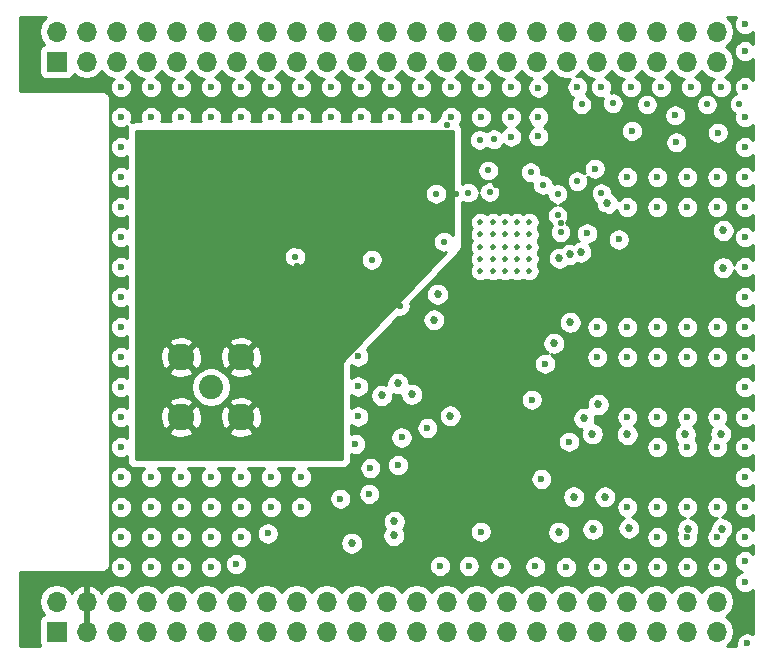
<source format=gbr>
%TF.GenerationSoftware,KiCad,Pcbnew,(5.1.9)-1*%
%TF.CreationDate,2021-11-09T16:48:14-06:00*%
%TF.ProjectId,zigbeeCape,7a696762-6565-4436-9170-652e6b696361,rev?*%
%TF.SameCoordinates,Original*%
%TF.FileFunction,Copper,L3,Inr*%
%TF.FilePolarity,Positive*%
%FSLAX46Y46*%
G04 Gerber Fmt 4.6, Leading zero omitted, Abs format (unit mm)*
G04 Created by KiCad (PCBNEW (5.1.9)-1) date 2021-11-09 16:48:14*
%MOMM*%
%LPD*%
G01*
G04 APERTURE LIST*
%TA.AperFunction,ComponentPad*%
%ADD10R,1.700000X1.700000*%
%TD*%
%TA.AperFunction,ComponentPad*%
%ADD11O,1.700000X1.700000*%
%TD*%
%TA.AperFunction,ComponentPad*%
%ADD12C,0.600000*%
%TD*%
%TA.AperFunction,ComponentPad*%
%ADD13C,0.515000*%
%TD*%
%TA.AperFunction,ComponentPad*%
%ADD14C,2.050000*%
%TD*%
%TA.AperFunction,ComponentPad*%
%ADD15C,2.250000*%
%TD*%
%TA.AperFunction,ViaPad*%
%ADD16C,0.558800*%
%TD*%
%TA.AperFunction,ViaPad*%
%ADD17C,0.685800*%
%TD*%
%TA.AperFunction,Conductor*%
%ADD18C,0.254000*%
%TD*%
%TA.AperFunction,Conductor*%
%ADD19C,0.100000*%
%TD*%
G04 APERTURE END LIST*
D10*
%TO.N,GND*%
%TO.C,U5*%
X3810000Y1905000D03*
D11*
X3810000Y4445000D03*
%TO.N,+3V3*%
X6350000Y1905000D03*
X6350000Y4445000D03*
%TO.N,Net-(U5-Pad5)*%
X8890000Y1905000D03*
%TO.N,Net-(U5-Pad6)*%
X8890000Y4445000D03*
%TO.N,Net-(U5-Pad7)*%
X11430000Y1905000D03*
%TO.N,Net-(U5-Pad8)*%
X11430000Y4445000D03*
%TO.N,Net-(U5-Pad9)*%
X13970000Y1905000D03*
%TO.N,Net-(U5-Pad10)*%
X13970000Y4445000D03*
%TO.N,UART_RX*%
X16510000Y1905000D03*
%TO.N,Net-(U5-Pad12)*%
X16510000Y4445000D03*
%TO.N,UART_TX*%
X19050000Y1905000D03*
%TO.N,Net-(U5-Pad14)*%
X19050000Y4445000D03*
%TO.N,SPI_CS2*%
X21590000Y1905000D03*
%TO.N,Net-(U5-Pad16)*%
X21590000Y4445000D03*
%TO.N,SPI_CS1*%
X24130000Y1905000D03*
%TO.N,SPI_MISO*%
X24130000Y4445000D03*
%TO.N,I2C_SCL*%
X26670000Y1905000D03*
%TO.N,I2C_SDA*%
X26670000Y4445000D03*
%TO.N,SPI_MOSI*%
X29210000Y1905000D03*
%TO.N,SPI_CLK*%
X29210000Y4445000D03*
%TO.N,Net-(U5-Pad23)*%
X31750000Y1905000D03*
%TO.N,Net-(U5-Pad24)*%
X31750000Y4445000D03*
%TO.N,Net-(U5-Pad25)*%
X34290000Y1905000D03*
%TO.N,Net-(U5-Pad26)*%
X34290000Y4445000D03*
%TO.N,Net-(U5-Pad27)*%
X36830000Y1905000D03*
%TO.N,Net-(U5-Pad28)*%
X36830000Y4445000D03*
%TO.N,Net-(U5-Pad29)*%
X39370000Y1905000D03*
%TO.N,Net-(U5-Pad30)*%
X39370000Y4445000D03*
%TO.N,Net-(U5-Pad31)*%
X41910000Y1905000D03*
%TO.N,Net-(U5-Pad32)*%
X41910000Y4445000D03*
%TO.N,Net-(U5-Pad33)*%
X44450000Y1905000D03*
%TO.N,Net-(U5-Pad34)*%
X44450000Y4445000D03*
%TO.N,Net-(U5-Pad35)*%
X46990000Y1905000D03*
%TO.N,Net-(U5-Pad36)*%
X46990000Y4445000D03*
%TO.N,Net-(U5-Pad37)*%
X49530000Y1905000D03*
%TO.N,Net-(U5-Pad38)*%
X49530000Y4445000D03*
%TO.N,Net-(U5-Pad39)*%
X52070000Y1905000D03*
%TO.N,Net-(U5-Pad40)*%
X52070000Y4445000D03*
%TO.N,Net-(U5-Pad41)*%
X54610000Y1905000D03*
%TO.N,Net-(U5-Pad42)*%
X54610000Y4445000D03*
%TO.N,GND*%
X57150000Y1905000D03*
X57150000Y4445000D03*
X59690000Y1905000D03*
X59690000Y4445000D03*
%TD*%
D12*
%TO.N,GND*%
%TO.C,REF\u002A\u002A*%
X59740800Y7366000D03*
%TD*%
%TO.N,GND*%
%TO.C,REF\u002A\u002A*%
X57200800Y7366000D03*
%TD*%
%TO.N,GND*%
%TO.C,REF\u002A\u002A*%
X54660800Y7366000D03*
%TD*%
%TO.N,GND*%
%TO.C,REF\u002A\u002A*%
X52120800Y7366000D03*
%TD*%
%TO.N,GND*%
%TO.C,REF\u002A\u002A*%
X49580800Y7366000D03*
%TD*%
%TO.N,GND*%
%TO.C,REF\u002A\u002A*%
X59740800Y9906000D03*
%TD*%
%TO.N,GND*%
%TO.C,REF\u002A\u002A*%
X57200800Y9906000D03*
%TD*%
%TO.N,GND*%
%TO.C,REF\u002A\u002A*%
X54660800Y9906000D03*
%TD*%
%TO.N,GND*%
%TO.C,REF\u002A\u002A*%
X39725600Y10363200D03*
%TD*%
%TO.N,GND*%
%TO.C,REF\u002A\u002A*%
X36271200Y7467600D03*
%TD*%
%TO.N,GND*%
%TO.C,REF\u002A\u002A*%
X59740800Y12446000D03*
%TD*%
%TO.N,GND*%
%TO.C,REF\u002A\u002A*%
X57200800Y12446000D03*
%TD*%
%TO.N,GND*%
%TO.C,REF\u002A\u002A*%
X54660800Y12446000D03*
%TD*%
%TO.N,GND*%
%TO.C,REF\u002A\u002A*%
X52120800Y12446000D03*
%TD*%
%TO.N,GND*%
%TO.C,REF\u002A\u002A*%
X44856400Y14833600D03*
%TD*%
%TO.N,GND*%
%TO.C,REF\u002A\u002A*%
X52527200Y44297600D03*
%TD*%
%TO.N,GND*%
%TO.C,REF\u002A\u002A*%
X59740800Y17526000D03*
%TD*%
%TO.N,GND*%
%TO.C,REF\u002A\u002A*%
X57200800Y17526000D03*
%TD*%
%TO.N,GND*%
%TO.C,REF\u002A\u002A*%
X54660800Y17526000D03*
%TD*%
%TO.N,GND*%
%TO.C,REF\u002A\u002A*%
X59740800Y20066000D03*
%TD*%
%TO.N,GND*%
%TO.C,REF\u002A\u002A*%
X57200800Y20066000D03*
%TD*%
%TO.N,GND*%
%TO.C,REF\u002A\u002A*%
X54660800Y20066000D03*
%TD*%
%TO.N,GND*%
%TO.C,REF\u002A\u002A*%
X52120800Y20066000D03*
%TD*%
%TO.N,GND*%
%TO.C,REF\u002A\u002A*%
X51409600Y35102800D03*
%TD*%
%TO.N,GND*%
%TO.C,REF\u002A\u002A*%
X59740800Y25146000D03*
%TD*%
%TO.N,GND*%
%TO.C,REF\u002A\u002A*%
X57200800Y25146000D03*
%TD*%
%TO.N,GND*%
%TO.C,REF\u002A\u002A*%
X54660800Y25146000D03*
%TD*%
%TO.N,GND*%
%TO.C,REF\u002A\u002A*%
X52120800Y25146000D03*
%TD*%
%TO.N,GND*%
%TO.C,REF\u002A\u002A*%
X49580800Y25146000D03*
%TD*%
%TO.N,GND*%
%TO.C,REF\u002A\u002A*%
X59740800Y27686000D03*
%TD*%
%TO.N,GND*%
%TO.C,REF\u002A\u002A*%
X57200800Y27686000D03*
%TD*%
%TO.N,GND*%
%TO.C,REF\u002A\u002A*%
X54660800Y27686000D03*
%TD*%
%TO.N,GND*%
%TO.C,REF\u002A\u002A*%
X52120800Y27686000D03*
%TD*%
%TO.N,GND*%
%TO.C,REF\u002A\u002A*%
X49580800Y27686000D03*
%TD*%
%TO.N,GND*%
%TO.C,REF\u002A\u002A*%
X56286400Y43332400D03*
%TD*%
%TO.N,GND*%
%TO.C,REF\u002A\u002A*%
X59791600Y44145200D03*
%TD*%
%TO.N,GND*%
%TO.C,REF\u002A\u002A*%
X56184800Y45618400D03*
%TD*%
%TO.N,GND*%
%TO.C,REF\u002A\u002A*%
X48717200Y35610800D03*
%TD*%
%TO.N,GND*%
%TO.C,REF\u002A\u002A*%
X59740800Y37846000D03*
%TD*%
%TO.N,GND*%
%TO.C,REF\u002A\u002A*%
X57200800Y37846000D03*
%TD*%
%TO.N,GND*%
%TO.C,REF\u002A\u002A*%
X54660800Y37846000D03*
%TD*%
%TO.N,GND*%
%TO.C,REF\u002A\u002A*%
X52120800Y37846000D03*
%TD*%
%TO.N,GND*%
%TO.C,REF\u002A\u002A*%
X59740800Y40386000D03*
%TD*%
%TO.N,GND*%
%TO.C,REF\u002A\u002A*%
X57200800Y40386000D03*
%TD*%
%TO.N,GND*%
%TO.C,REF\u002A\u002A*%
X54660800Y40386000D03*
%TD*%
%TO.N,GND*%
%TO.C,REF\u002A\u002A*%
X52120800Y40386000D03*
%TD*%
%TO.N,GND*%
%TO.C,REF\u002A\u002A*%
X62280800Y914400D03*
%TD*%
%TO.N,GND*%
%TO.C,REF\u002A\u002A*%
X35204400Y19151600D03*
%TD*%
%TO.N,GND*%
%TO.C,REF\u002A\u002A*%
X33020000Y18338800D03*
%TD*%
%TO.N,GND*%
%TO.C,REF\u002A\u002A*%
X32715200Y16002000D03*
%TD*%
%TO.N,GND*%
%TO.C,REF\u002A\u002A*%
X30276800Y13563600D03*
%TD*%
%TO.N,GND*%
%TO.C,REF\u002A\u002A*%
X30378400Y15748000D03*
%TD*%
%TO.N,GND*%
%TO.C,REF\u002A\u002A*%
X29108400Y17780000D03*
%TD*%
%TO.N,GND*%
%TO.C,REF\u002A\u002A*%
X29337000Y20116800D03*
%TD*%
%TO.N,GND*%
%TO.C,REF\u002A\u002A*%
X29337000Y22656800D03*
%TD*%
%TO.N,GND*%
%TO.C,REF\u002A\u002A*%
X29337000Y25196800D03*
%TD*%
%TO.N,GND*%
%TO.C,REF\u002A\u002A*%
X18999200Y7620000D03*
%TD*%
%TO.N,GND*%
%TO.C,REF\u002A\u002A*%
X16891000Y7366000D03*
%TD*%
%TO.N,GND*%
%TO.C,REF\u002A\u002A*%
X14351000Y7366000D03*
%TD*%
%TO.N,GND*%
%TO.C,REF\u002A\u002A*%
X11811000Y7366000D03*
%TD*%
%TO.N,GND*%
%TO.C,REF\u002A\u002A*%
X9271000Y7366000D03*
%TD*%
%TO.N,GND*%
%TO.C,REF\u002A\u002A*%
X21691600Y10210800D03*
%TD*%
%TO.N,GND*%
%TO.C,REF\u002A\u002A*%
X19431000Y9906000D03*
%TD*%
%TO.N,GND*%
%TO.C,REF\u002A\u002A*%
X16891000Y9906000D03*
%TD*%
%TO.N,GND*%
%TO.C,REF\u002A\u002A*%
X14351000Y9906000D03*
%TD*%
%TO.N,GND*%
%TO.C,REF\u002A\u002A*%
X11811000Y9906000D03*
%TD*%
%TO.N,GND*%
%TO.C,REF\u002A\u002A*%
X9271000Y9906000D03*
%TD*%
%TO.N,GND*%
%TO.C,REF\u002A\u002A*%
X21971000Y12446000D03*
%TD*%
%TO.N,GND*%
%TO.C,REF\u002A\u002A*%
X19431000Y12446000D03*
%TD*%
%TO.N,GND*%
%TO.C,REF\u002A\u002A*%
X16891000Y12446000D03*
%TD*%
%TO.N,GND*%
%TO.C,REF\u002A\u002A*%
X14351000Y12446000D03*
%TD*%
%TO.N,GND*%
%TO.C,REF\u002A\u002A*%
X11811000Y12446000D03*
%TD*%
%TO.N,GND*%
%TO.C,REF\u002A\u002A*%
X42291000Y45466000D03*
%TD*%
%TO.N,GND*%
%TO.C,REF\u002A\u002A*%
X39751000Y45466000D03*
%TD*%
%TO.N,GND*%
%TO.C,REF\u002A\u002A*%
X37211000Y45466000D03*
%TD*%
%TO.N,GND*%
%TO.C,REF\u002A\u002A*%
X34671000Y45466000D03*
%TD*%
%TO.N,GND*%
%TO.C,REF\u002A\u002A*%
X42291000Y48006000D03*
%TD*%
%TO.N,GND*%
%TO.C,REF\u002A\u002A*%
X39751000Y48006000D03*
%TD*%
%TO.N,GND*%
%TO.C,REF\u002A\u002A*%
X37211000Y48006000D03*
%TD*%
%TO.N,GND*%
%TO.C,REF\u002A\u002A*%
X25349200Y31140400D03*
%TD*%
%TO.N,GND*%
%TO.C,REF\u002A\u002A*%
X27203400Y33223200D03*
%TD*%
%TO.N,GND*%
%TO.C,REF\u002A\u002A*%
X26543000Y34899600D03*
%TD*%
%TO.N,GND*%
%TO.C,REF\u002A\u002A*%
X27914600Y36271200D03*
%TD*%
%TO.N,GND*%
%TO.C,REF\u002A\u002A*%
X29083000Y34442400D03*
%TD*%
%TO.N,GND*%
%TO.C,REF\u002A\u002A*%
X30708600Y35407600D03*
%TD*%
%TO.N,GND*%
%TO.C,REF\u002A\u002A*%
X29489400Y37846000D03*
%TD*%
%TO.N,GND*%
%TO.C,REF\u002A\u002A*%
X27101800Y38404800D03*
%TD*%
%TO.N,GND*%
%TO.C,REF\u002A\u002A*%
X30581600Y39573200D03*
%TD*%
%TO.N,GND*%
%TO.C,REF\u002A\u002A*%
X28397200Y39573200D03*
%TD*%
D13*
%TO.N,GND*%
%TO.C,U1*%
X39703600Y36560000D03*
X39703600Y35530000D03*
X39703600Y34500000D03*
X39703600Y33470000D03*
X39703600Y32440000D03*
X40733600Y36560000D03*
X40733600Y35530000D03*
X40733600Y34500000D03*
X40733600Y33470000D03*
X40733600Y32440000D03*
X41763600Y36560000D03*
X41763600Y35530000D03*
X41763600Y34500000D03*
X41763600Y33470000D03*
X41763600Y32440000D03*
X42793600Y36560000D03*
X42793600Y35530000D03*
X42793600Y34500000D03*
X42793600Y33470000D03*
X42793600Y32440000D03*
X43823600Y36560000D03*
X43823600Y35530000D03*
X43823600Y34500000D03*
X43823600Y33470000D03*
X43823600Y32440000D03*
%TD*%
D12*
%TO.N,GND*%
%TO.C,REF\u002A\u002A*%
X44602400Y43840400D03*
%TD*%
%TO.N,GND*%
%TO.C,REF\u002A\u002A*%
X42291000Y43815000D03*
%TD*%
%TO.N,GND*%
%TO.C,REF\u002A\u002A*%
X44602400Y45466000D03*
%TD*%
%TO.N,GND*%
%TO.C,REF\u002A\u002A*%
X42291000Y45466000D03*
%TD*%
%TO.N,GND*%
%TO.C,REF\u002A\u002A*%
X34290000Y43561000D03*
%TD*%
%TO.N,GND*%
%TO.C,REF\u002A\u002A*%
X31750000Y43561000D03*
%TD*%
%TO.N,GND*%
%TO.C,REF\u002A\u002A*%
X29591000Y42926000D03*
%TD*%
%TO.N,GND*%
%TO.C,REF\u002A\u002A*%
X34671000Y45466000D03*
%TD*%
%TO.N,GND*%
%TO.C,REF\u002A\u002A*%
X32131000Y45466000D03*
%TD*%
%TO.N,GND*%
%TO.C,REF\u002A\u002A*%
X29591000Y45466000D03*
%TD*%
%TO.N,GND*%
%TO.C,REF\u002A\u002A*%
X34671000Y48006000D03*
%TD*%
%TO.N,GND*%
%TO.C,REF\u002A\u002A*%
X32131000Y48006000D03*
%TD*%
D14*
%TO.N,Net-(C31-Pad2)*%
%TO.C,U3*%
X16891000Y22606000D03*
D15*
%TO.N,GND*%
X19431000Y20066000D03*
X19431000Y25146000D03*
X14351000Y25146000D03*
X14351000Y20066000D03*
%TD*%
D12*
%TO.N,GND*%
%TO.C,REF\u002A\u002A*%
X27838400Y13157200D03*
%TD*%
%TO.N,GND*%
%TO.C,REF\u002A\u002A*%
X24511000Y12446000D03*
%TD*%
%TO.N,GND*%
%TO.C,REF\u002A\u002A*%
X9271000Y12446000D03*
%TD*%
%TO.N,GND*%
%TO.C,REF\u002A\u002A*%
X24511000Y14986000D03*
%TD*%
%TO.N,GND*%
%TO.C,REF\u002A\u002A*%
X21971000Y14986000D03*
%TD*%
%TO.N,GND*%
%TO.C,REF\u002A\u002A*%
X19431000Y14986000D03*
%TD*%
%TO.N,GND*%
%TO.C,REF\u002A\u002A*%
X16891000Y14986000D03*
%TD*%
%TO.N,GND*%
%TO.C,REF\u002A\u002A*%
X14351000Y14986000D03*
%TD*%
%TO.N,GND*%
%TO.C,REF\u002A\u002A*%
X11811000Y14986000D03*
%TD*%
%TO.N,GND*%
%TO.C,REF\u002A\u002A*%
X9271000Y14986000D03*
%TD*%
%TO.N,GND*%
%TO.C,REF\u002A\u002A*%
X27051000Y17526000D03*
%TD*%
%TO.N,GND*%
%TO.C,REF\u002A\u002A*%
X24511000Y17526000D03*
%TD*%
%TO.N,GND*%
%TO.C,REF\u002A\u002A*%
X21971000Y17526000D03*
%TD*%
%TO.N,GND*%
%TO.C,REF\u002A\u002A*%
X19431000Y17526000D03*
%TD*%
%TO.N,GND*%
%TO.C,REF\u002A\u002A*%
X16891000Y17526000D03*
%TD*%
%TO.N,GND*%
%TO.C,REF\u002A\u002A*%
X14351000Y17526000D03*
%TD*%
%TO.N,GND*%
%TO.C,REF\u002A\u002A*%
X11811000Y17526000D03*
%TD*%
%TO.N,GND*%
%TO.C,REF\u002A\u002A*%
X9271000Y17526000D03*
%TD*%
%TO.N,GND*%
%TO.C,REF\u002A\u002A*%
X27051000Y20066000D03*
%TD*%
%TO.N,GND*%
%TO.C,REF\u002A\u002A*%
X24511000Y20066000D03*
%TD*%
%TO.N,GND*%
%TO.C,REF\u002A\u002A*%
X21971000Y20066000D03*
%TD*%
%TO.N,GND*%
%TO.C,REF\u002A\u002A*%
X16891000Y20066000D03*
%TD*%
%TO.N,GND*%
%TO.C,REF\u002A\u002A*%
X11811000Y20066000D03*
%TD*%
%TO.N,GND*%
%TO.C,REF\u002A\u002A*%
X9271000Y20066000D03*
%TD*%
%TO.N,GND*%
%TO.C,REF\u002A\u002A*%
X27051000Y22606000D03*
%TD*%
%TO.N,GND*%
%TO.C,REF\u002A\u002A*%
X24511000Y22606000D03*
%TD*%
%TO.N,GND*%
%TO.C,REF\u002A\u002A*%
X21971000Y22606000D03*
%TD*%
%TO.N,GND*%
%TO.C,REF\u002A\u002A*%
X19431000Y22606000D03*
%TD*%
%TO.N,GND*%
%TO.C,REF\u002A\u002A*%
X14351000Y22606000D03*
%TD*%
%TO.N,GND*%
%TO.C,REF\u002A\u002A*%
X11811000Y22606000D03*
%TD*%
%TO.N,GND*%
%TO.C,REF\u002A\u002A*%
X9271000Y22606000D03*
%TD*%
%TO.N,GND*%
%TO.C,REF\u002A\u002A*%
X27051000Y25146000D03*
%TD*%
%TO.N,GND*%
%TO.C,REF\u002A\u002A*%
X24511000Y25146000D03*
%TD*%
%TO.N,GND*%
%TO.C,REF\u002A\u002A*%
X21971000Y25146000D03*
%TD*%
%TO.N,GND*%
%TO.C,REF\u002A\u002A*%
X11811000Y25146000D03*
%TD*%
%TO.N,GND*%
%TO.C,REF\u002A\u002A*%
X9271000Y25146000D03*
%TD*%
%TO.N,GND*%
%TO.C,REF\u002A\u002A*%
X27051000Y27686000D03*
%TD*%
%TO.N,GND*%
%TO.C,REF\u002A\u002A*%
X21971000Y27686000D03*
%TD*%
%TO.N,GND*%
%TO.C,REF\u002A\u002A*%
X19431000Y27686000D03*
%TD*%
%TO.N,GND*%
%TO.C,REF\u002A\u002A*%
X16891000Y27686000D03*
%TD*%
%TO.N,GND*%
%TO.C,REF\u002A\u002A*%
X14351000Y27686000D03*
%TD*%
%TO.N,GND*%
%TO.C,REF\u002A\u002A*%
X11811000Y27686000D03*
%TD*%
%TO.N,GND*%
%TO.C,REF\u002A\u002A*%
X9271000Y27686000D03*
%TD*%
%TO.N,GND*%
%TO.C,REF\u002A\u002A*%
X21971000Y30226000D03*
%TD*%
%TO.N,GND*%
%TO.C,REF\u002A\u002A*%
X16891000Y30226000D03*
%TD*%
%TO.N,GND*%
%TO.C,REF\u002A\u002A*%
X14351000Y30226000D03*
%TD*%
%TO.N,GND*%
%TO.C,REF\u002A\u002A*%
X11811000Y30226000D03*
%TD*%
%TO.N,GND*%
%TO.C,REF\u002A\u002A*%
X9271000Y30226000D03*
%TD*%
%TO.N,GND*%
%TO.C,REF\u002A\u002A*%
X19431000Y32766000D03*
%TD*%
%TO.N,GND*%
%TO.C,REF\u002A\u002A*%
X16891000Y32766000D03*
%TD*%
%TO.N,GND*%
%TO.C,REF\u002A\u002A*%
X14351000Y32766000D03*
%TD*%
%TO.N,GND*%
%TO.C,REF\u002A\u002A*%
X11811000Y32766000D03*
%TD*%
%TO.N,GND*%
%TO.C,REF\u002A\u002A*%
X9271000Y32766000D03*
%TD*%
%TO.N,GND*%
%TO.C,REF\u002A\u002A*%
X21590000Y35306000D03*
%TD*%
%TO.N,GND*%
%TO.C,REF\u002A\u002A*%
X19431000Y35306000D03*
%TD*%
%TO.N,GND*%
%TO.C,REF\u002A\u002A*%
X16891000Y35306000D03*
%TD*%
%TO.N,GND*%
%TO.C,REF\u002A\u002A*%
X14351000Y35306000D03*
%TD*%
%TO.N,GND*%
%TO.C,REF\u002A\u002A*%
X11811000Y35306000D03*
%TD*%
%TO.N,GND*%
%TO.C,REF\u002A\u002A*%
X9271000Y35306000D03*
%TD*%
%TO.N,GND*%
%TO.C,REF\u002A\u002A*%
X21971000Y37846000D03*
%TD*%
%TO.N,GND*%
%TO.C,REF\u002A\u002A*%
X19431000Y37846000D03*
%TD*%
%TO.N,GND*%
%TO.C,REF\u002A\u002A*%
X16891000Y37846000D03*
%TD*%
%TO.N,GND*%
%TO.C,REF\u002A\u002A*%
X14351000Y37846000D03*
%TD*%
%TO.N,GND*%
%TO.C,REF\u002A\u002A*%
X11811000Y37846000D03*
%TD*%
%TO.N,GND*%
%TO.C,REF\u002A\u002A*%
X9271000Y37846000D03*
%TD*%
%TO.N,GND*%
%TO.C,REF\u002A\u002A*%
X24511000Y40386000D03*
%TD*%
%TO.N,GND*%
%TO.C,REF\u002A\u002A*%
X21971000Y40386000D03*
%TD*%
%TO.N,GND*%
%TO.C,REF\u002A\u002A*%
X19431000Y40386000D03*
%TD*%
%TO.N,GND*%
%TO.C,REF\u002A\u002A*%
X16891000Y40386000D03*
%TD*%
%TO.N,GND*%
%TO.C,REF\u002A\u002A*%
X14351000Y40386000D03*
%TD*%
%TO.N,GND*%
%TO.C,REF\u002A\u002A*%
X11811000Y40386000D03*
%TD*%
%TO.N,GND*%
%TO.C,REF\u002A\u002A*%
X9271000Y40386000D03*
%TD*%
%TO.N,GND*%
%TO.C,REF\u002A\u002A*%
X27051000Y42926000D03*
%TD*%
%TO.N,GND*%
%TO.C,REF\u002A\u002A*%
X24511000Y42926000D03*
%TD*%
%TO.N,GND*%
%TO.C,REF\u002A\u002A*%
X21971000Y42926000D03*
%TD*%
%TO.N,GND*%
%TO.C,REF\u002A\u002A*%
X19431000Y42926000D03*
%TD*%
%TO.N,GND*%
%TO.C,REF\u002A\u002A*%
X16891000Y42926000D03*
%TD*%
%TO.N,GND*%
%TO.C,REF\u002A\u002A*%
X14351000Y42926000D03*
%TD*%
%TO.N,GND*%
%TO.C,REF\u002A\u002A*%
X11811000Y42926000D03*
%TD*%
%TO.N,GND*%
%TO.C,REF\u002A\u002A*%
X9271000Y42926000D03*
%TD*%
%TO.N,GND*%
%TO.C,REF\u002A\u002A*%
X27051000Y45466000D03*
%TD*%
%TO.N,GND*%
%TO.C,REF\u002A\u002A*%
X24511000Y45466000D03*
%TD*%
%TO.N,GND*%
%TO.C,REF\u002A\u002A*%
X21971000Y45466000D03*
%TD*%
%TO.N,GND*%
%TO.C,REF\u002A\u002A*%
X19431000Y45466000D03*
%TD*%
%TO.N,GND*%
%TO.C,REF\u002A\u002A*%
X16891000Y45466000D03*
%TD*%
%TO.N,GND*%
%TO.C,REF\u002A\u002A*%
X14351000Y45466000D03*
%TD*%
%TO.N,GND*%
%TO.C,REF\u002A\u002A*%
X11811000Y45466000D03*
%TD*%
%TO.N,GND*%
%TO.C,REF\u002A\u002A*%
X9271000Y45466000D03*
%TD*%
%TO.N,GND*%
%TO.C,REF\u002A\u002A*%
X27051000Y48006000D03*
%TD*%
%TO.N,GND*%
%TO.C,REF\u002A\u002A*%
X24511000Y48006000D03*
%TD*%
%TO.N,GND*%
%TO.C,REF\u002A\u002A*%
X21971000Y48006000D03*
%TD*%
%TO.N,GND*%
%TO.C,REF\u002A\u002A*%
X19431000Y48006000D03*
%TD*%
%TO.N,GND*%
%TO.C,REF\u002A\u002A*%
X16891000Y48006000D03*
%TD*%
%TO.N,GND*%
%TO.C,REF\u002A\u002A*%
X14351000Y48006000D03*
%TD*%
%TO.N,GND*%
%TO.C,REF\u002A\u002A*%
X11811000Y48006000D03*
%TD*%
%TO.N,GND*%
%TO.C,REF\u002A\u002A*%
X62103000Y51054000D03*
%TD*%
%TO.N,GND*%
%TO.C,REF\u002A\u002A*%
X62103000Y53340000D03*
%TD*%
%TO.N,GND*%
%TO.C,REF\u002A\u002A*%
X9271000Y32766000D03*
%TD*%
%TO.N,GND*%
%TO.C,REF\u002A\u002A*%
X60071000Y48006000D03*
%TD*%
%TO.N,GND*%
%TO.C,REF\u002A\u002A*%
X49377600Y41097200D03*
%TD*%
%TO.N,GND*%
%TO.C,REF\u002A\u002A*%
X38709600Y7467600D03*
%TD*%
%TO.N,GND*%
%TO.C,REF\u002A\u002A*%
X47193200Y17983200D03*
%TD*%
%TO.N,GND*%
%TO.C,REF\u002A\u002A*%
X44043600Y21539200D03*
%TD*%
%TO.N,GND*%
%TO.C,REF\u002A\u002A*%
X45161200Y24587200D03*
%TD*%
%TO.N,GND*%
%TO.C,REF\u002A\u002A*%
X46939200Y7366000D03*
%TD*%
%TO.N,GND*%
%TO.C,REF\u002A\u002A*%
X44348400Y7416800D03*
%TD*%
%TO.N,GND*%
%TO.C,REF\u002A\u002A*%
X41402000Y7416800D03*
%TD*%
%TO.N,GND*%
%TO.C,REF\u002A\u002A*%
X9271000Y48006000D03*
%TD*%
%TO.N,GND*%
%TO.C,REF\u002A\u002A*%
X9271000Y14986000D03*
%TD*%
%TO.N,GND*%
%TO.C,REF\u002A\u002A*%
X9271000Y17526000D03*
%TD*%
%TO.N,GND*%
%TO.C,REF\u002A\u002A*%
X9271000Y20066000D03*
%TD*%
%TO.N,GND*%
%TO.C,REF\u002A\u002A*%
X9271000Y22606000D03*
%TD*%
%TO.N,GND*%
%TO.C,REF\u002A\u002A*%
X9271000Y25146000D03*
%TD*%
%TO.N,GND*%
%TO.C,REF\u002A\u002A*%
X9271000Y27686000D03*
%TD*%
%TO.N,GND*%
%TO.C,REF\u002A\u002A*%
X9271000Y30226000D03*
%TD*%
%TO.N,GND*%
%TO.C,REF\u002A\u002A*%
X9271000Y35306000D03*
%TD*%
%TO.N,GND*%
%TO.C,REF\u002A\u002A*%
X9271000Y37846000D03*
%TD*%
%TO.N,GND*%
%TO.C,REF\u002A\u002A*%
X9271000Y40386000D03*
%TD*%
%TO.N,GND*%
%TO.C,REF\u002A\u002A*%
X9271000Y42926000D03*
%TD*%
%TO.N,GND*%
%TO.C,REF\u002A\u002A*%
X9271000Y45466000D03*
%TD*%
%TO.N,GND*%
%TO.C,REF\u002A\u002A*%
X62103000Y6096000D03*
%TD*%
%TO.N,GND*%
%TO.C,REF\u002A\u002A*%
X62103000Y12446000D03*
%TD*%
%TO.N,GND*%
%TO.C,REF\u002A\u002A*%
X62103000Y7874000D03*
%TD*%
%TO.N,GND*%
%TO.C,REF\u002A\u002A*%
X62103000Y9906000D03*
%TD*%
%TO.N,GND*%
%TO.C,REF\u002A\u002A*%
X62103000Y14986000D03*
%TD*%
%TO.N,GND*%
%TO.C,REF\u002A\u002A*%
X62103000Y17526000D03*
%TD*%
%TO.N,GND*%
%TO.C,REF\u002A\u002A*%
X62103000Y20066000D03*
%TD*%
%TO.N,GND*%
%TO.C,REF\u002A\u002A*%
X62103000Y22606000D03*
%TD*%
%TO.N,GND*%
%TO.C,REF\u002A\u002A*%
X62103000Y25146000D03*
%TD*%
%TO.N,GND*%
%TO.C,REF\u002A\u002A*%
X62103000Y27686000D03*
%TD*%
%TO.N,GND*%
%TO.C,REF\u002A\u002A*%
X62103000Y30226000D03*
%TD*%
%TO.N,GND*%
%TO.C,REF\u002A\u002A*%
X62103000Y32766000D03*
%TD*%
%TO.N,GND*%
%TO.C,REF\u002A\u002A*%
X62103000Y35306000D03*
%TD*%
%TO.N,GND*%
%TO.C,REF\u002A\u002A*%
X62103000Y37846000D03*
%TD*%
%TO.N,GND*%
%TO.C,REF\u002A\u002A*%
X62103000Y40386000D03*
%TD*%
%TO.N,GND*%
%TO.C,REF\u002A\u002A*%
X62103000Y42926000D03*
%TD*%
%TO.N,GND*%
%TO.C,REF\u002A\u002A*%
X62103000Y45466000D03*
%TD*%
%TO.N,GND*%
%TO.C,REF\u002A\u002A*%
X62103000Y48006000D03*
%TD*%
%TO.N,GND*%
%TO.C,REF\u002A\u002A*%
X54991000Y48006000D03*
%TD*%
%TO.N,GND*%
%TO.C,REF\u002A\u002A*%
X57531000Y48006000D03*
%TD*%
%TO.N,GND*%
%TO.C,REF\u002A\u002A*%
X52451000Y48006000D03*
%TD*%
%TO.N,GND*%
%TO.C,REF\u002A\u002A*%
X49911000Y48006000D03*
%TD*%
%TO.N,GND*%
%TO.C,REF\u002A\u002A*%
X47904400Y48006000D03*
%TD*%
%TO.N,GND*%
%TO.C,REF\u002A\u002A*%
X44602400Y47955200D03*
%TD*%
%TO.N,GND*%
%TO.C,REF\u002A\u002A*%
X42291000Y48006000D03*
%TD*%
%TO.N,GND*%
%TO.C,REF\u002A\u002A*%
X34671000Y48006000D03*
%TD*%
%TO.N,GND*%
%TO.C,REF\u002A\u002A*%
X32131000Y48006000D03*
%TD*%
%TO.N,GND*%
%TO.C,REF\u002A\u002A*%
X29591000Y48006000D03*
%TD*%
%TO.N,GND*%
%TO.C,REF\u002A\u002A*%
X27051000Y48006000D03*
%TD*%
%TO.N,GND*%
%TO.C,REF\u002A\u002A*%
X24511000Y48006000D03*
%TD*%
%TO.N,GND*%
%TO.C,REF\u002A\u002A*%
X21971000Y48006000D03*
%TD*%
%TO.N,GND*%
%TO.C,REF\u002A\u002A*%
X19431000Y48006000D03*
%TD*%
%TO.N,GND*%
%TO.C,REF\u002A\u002A*%
X16891000Y48006000D03*
%TD*%
%TO.N,GND*%
%TO.C,REF\u002A\u002A*%
X14351000Y48006000D03*
%TD*%
%TO.N,GND*%
%TO.C,REF\u002A\u002A*%
X11811000Y48006000D03*
%TD*%
D11*
%TO.N,Net-(U4-Pad46)*%
%TO.C,U4*%
X59690000Y52705000D03*
%TO.N,Net-(U4-Pad45)*%
X59690000Y50165000D03*
%TO.N,Net-(U4-Pad44)*%
X57150000Y52705000D03*
%TO.N,Net-(U4-Pad43)*%
X57150000Y50165000D03*
%TO.N,Net-(U4-Pad42)*%
X54610000Y52705000D03*
%TO.N,Net-(U4-Pad41)*%
X54610000Y50165000D03*
%TO.N,Net-(U4-Pad40)*%
X52070000Y52705000D03*
%TO.N,Net-(U4-Pad39)*%
X52070000Y50165000D03*
%TO.N,Net-(U4-Pad38)*%
X49530000Y52705000D03*
%TO.N,Net-(U4-Pad37)*%
X49530000Y50165000D03*
%TO.N,Net-(U4-Pad36)*%
X46990000Y52705000D03*
%TO.N,FCON_CTS*%
X46990000Y50165000D03*
%TO.N,Net-(U4-Pad34)*%
X44450000Y52705000D03*
%TO.N,FCON_RTS*%
X44450000Y50165000D03*
%TO.N,Net-(U4-Pad32)*%
X41910000Y52705000D03*
%TO.N,Net-(U4-Pad31)*%
X41910000Y50165000D03*
%TO.N,Net-(U4-Pad30)*%
X39370000Y52705000D03*
%TO.N,Net-(U4-Pad29)*%
X39370000Y50165000D03*
%TO.N,Net-(U4-Pad28)*%
X36830000Y52705000D03*
%TO.N,Net-(U4-Pad27)*%
X36830000Y50165000D03*
%TO.N,Net-(U4-Pad26)*%
X34290000Y52705000D03*
%TO.N,Net-(U4-Pad25)*%
X34290000Y50165000D03*
%TO.N,Net-(U4-Pad24)*%
X31750000Y52705000D03*
%TO.N,Net-(U4-Pad23)*%
X31750000Y50165000D03*
%TO.N,Net-(U4-Pad22)*%
X29210000Y52705000D03*
%TO.N,Net-(U4-Pad21)*%
X29210000Y50165000D03*
%TO.N,Net-(U4-Pad20)*%
X26670000Y52705000D03*
%TO.N,Net-(U4-Pad19)*%
X26670000Y50165000D03*
%TO.N,Net-(U4-Pad18)*%
X24130000Y52705000D03*
%TO.N,Net-(U4-Pad17)*%
X24130000Y50165000D03*
%TO.N,Net-(U4-Pad16)*%
X21590000Y52705000D03*
%TO.N,Net-(U4-Pad15)*%
X21590000Y50165000D03*
%TO.N,Net-(U4-Pad14)*%
X19050000Y52705000D03*
%TO.N,Net-(U4-Pad13)*%
X19050000Y50165000D03*
%TO.N,Net-(U4-Pad12)*%
X16510000Y52705000D03*
%TO.N,Net-(U4-Pad11)*%
X16510000Y50165000D03*
%TO.N,Net-(U4-Pad10)*%
X13970000Y52705000D03*
%TO.N,Net-(U4-Pad9)*%
X13970000Y50165000D03*
%TO.N,Net-(U4-Pad8)*%
X11430000Y52705000D03*
%TO.N,Net-(U4-Pad7)*%
X11430000Y50165000D03*
%TO.N,Net-(U4-Pad6)*%
X8890000Y52705000D03*
%TO.N,Net-(U4-Pad5)*%
X8890000Y50165000D03*
%TO.N,Net-(U4-Pad4)*%
X6350000Y52705000D03*
%TO.N,Net-(U4-Pad3)*%
X6350000Y50165000D03*
%TO.N,GND*%
X3810000Y52705000D03*
D10*
X3810000Y50165000D03*
%TD*%
D16*
%TO.N,GND*%
X34290000Y42291000D03*
X32639000Y42418000D03*
X32004000Y41656000D03*
X31877000Y37846000D03*
X31877000Y36576000D03*
X33274000Y36576000D03*
X24638000Y36195000D03*
X26162000Y36195000D03*
X26162000Y37592000D03*
X25654000Y40640000D03*
X25654000Y42037000D03*
X27178000Y41910000D03*
X27178000Y30099000D03*
X26670000Y30734000D03*
X27305000Y31877000D03*
X37592000Y38989000D03*
X36322000Y40513000D03*
X35560000Y41910000D03*
X35560000Y43434000D03*
X36830000Y44831000D03*
X24257000Y34544000D03*
X25400000Y34417000D03*
X24130000Y32893000D03*
X25527000Y32893000D03*
X32893000Y30734000D03*
X32893000Y29464000D03*
X31623000Y29464000D03*
X40360600Y40944800D03*
X39624000Y43535600D03*
X40817800Y43586400D03*
X43942000Y40792400D03*
X44978601Y39725600D03*
X46228000Y38963600D03*
X49936400Y39014400D03*
X47904400Y40030400D03*
X48260000Y46532800D03*
X50901600Y46634400D03*
X53797200Y46532800D03*
X58877200Y46532800D03*
X61620400Y46583600D03*
D17*
X35763200Y28295600D03*
X36068000Y30480000D03*
X37134800Y20167600D03*
X32715200Y22910800D03*
X33883600Y21996400D03*
X31343600Y21894800D03*
X60248800Y32715200D03*
X60248800Y35864800D03*
X47294800Y28092400D03*
X45923200Y26314400D03*
X50241200Y13309600D03*
X47599600Y13309600D03*
X49225200Y10566400D03*
X52273200Y10668000D03*
X57251600Y10566400D03*
X60147200Y10617200D03*
X57048400Y18592800D03*
X60045600Y18643600D03*
X52120800Y18592800D03*
X49174400Y18643600D03*
X49682400Y21132800D03*
X48463200Y19964400D03*
X46329600Y10312400D03*
D16*
%TO.N,+3V3*%
X50165000Y37211000D03*
X46482001Y36463794D03*
X48260000Y42316400D03*
D17*
X38354000Y30327600D03*
X38811200Y29210000D03*
X60198000Y30835600D03*
X43637200Y28803600D03*
X43992800Y26314400D03*
X46278800Y12141200D03*
X42113200Y40843200D03*
X41046400Y39827200D03*
D16*
%TO.N,Net-(C7-Pad1)*%
X46228000Y37134800D03*
D17*
X50444400Y38150800D03*
D16*
%TO.N,VDDR*%
X38658800Y39065200D03*
X40478810Y39116000D03*
%TO.N,/ZigBeeFiltering/RX_TX*%
X30480000Y33401000D03*
X35941000Y38989000D03*
X36601400Y34925000D03*
%TO.N,Net-(C31-Pad1)*%
X24003000Y33655000D03*
%TO.N,DCDC_SW*%
X46482000Y35712400D03*
D17*
%TO.N,UART_RX*%
X32410400Y11226800D03*
%TO.N,UART_TX*%
X32367833Y10050167D03*
%TO.N,SPI_MISO*%
X28803600Y9398000D03*
%TO.N,SPI_CS2*%
X46380400Y33528000D03*
%TO.N,SPI_CS1*%
X47244000Y33832800D03*
%TO.N,I2C_SCL*%
X48209200Y34036000D03*
%TD*%
D18*
%TO.N,+3V3*%
X2863368Y53858475D02*
X2656525Y53651632D01*
X2494010Y53408411D01*
X2382068Y53138158D01*
X2325000Y52851260D01*
X2325000Y52558740D01*
X2382068Y52271842D01*
X2494010Y52001589D01*
X2656525Y51758368D01*
X2788380Y51626513D01*
X2715820Y51604502D01*
X2605506Y51545537D01*
X2508815Y51466185D01*
X2429463Y51369494D01*
X2370498Y51259180D01*
X2334188Y51139482D01*
X2321928Y51015000D01*
X2321928Y49315000D01*
X2334188Y49190518D01*
X2370498Y49070820D01*
X2429463Y48960506D01*
X2508815Y48863815D01*
X2605506Y48784463D01*
X2715820Y48725498D01*
X2835518Y48689188D01*
X2960000Y48676928D01*
X4660000Y48676928D01*
X4784482Y48689188D01*
X4904180Y48725498D01*
X5014494Y48784463D01*
X5111185Y48863815D01*
X5190537Y48960506D01*
X5249502Y49070820D01*
X5271513Y49143380D01*
X5403368Y49011525D01*
X5646589Y48849010D01*
X5916842Y48737068D01*
X6203740Y48680000D01*
X6496260Y48680000D01*
X6783158Y48737068D01*
X7053411Y48849010D01*
X7296632Y49011525D01*
X7503475Y49218368D01*
X7620000Y49392760D01*
X7736525Y49218368D01*
X7943368Y49011525D01*
X8186589Y48849010D01*
X8456842Y48737068D01*
X8642790Y48700080D01*
X8544738Y48602028D01*
X8442414Y48448889D01*
X8371932Y48278729D01*
X8336000Y48098089D01*
X8336000Y47913911D01*
X8371932Y47733271D01*
X8442414Y47563111D01*
X8544738Y47409972D01*
X8674972Y47279738D01*
X8828111Y47177414D01*
X8998271Y47106932D01*
X9178911Y47071000D01*
X9363089Y47071000D01*
X9543729Y47106932D01*
X9713889Y47177414D01*
X9867028Y47279738D01*
X9997262Y47409972D01*
X10099586Y47563111D01*
X10170068Y47733271D01*
X10206000Y47913911D01*
X10206000Y48098089D01*
X10170068Y48278729D01*
X10099586Y48448889D01*
X9997262Y48602028D01*
X9867028Y48732262D01*
X9713889Y48834586D01*
X9626190Y48870912D01*
X9836632Y49011525D01*
X10043475Y49218368D01*
X10160000Y49392760D01*
X10276525Y49218368D01*
X10483368Y49011525D01*
X10726589Y48849010D01*
X10996842Y48737068D01*
X11182790Y48700080D01*
X11084738Y48602028D01*
X10982414Y48448889D01*
X10911932Y48278729D01*
X10876000Y48098089D01*
X10876000Y47913911D01*
X10911932Y47733271D01*
X10982414Y47563111D01*
X11084738Y47409972D01*
X11214972Y47279738D01*
X11368111Y47177414D01*
X11538271Y47106932D01*
X11718911Y47071000D01*
X11903089Y47071000D01*
X12083729Y47106932D01*
X12253889Y47177414D01*
X12407028Y47279738D01*
X12537262Y47409972D01*
X12639586Y47563111D01*
X12710068Y47733271D01*
X12746000Y47913911D01*
X12746000Y48098089D01*
X12710068Y48278729D01*
X12639586Y48448889D01*
X12537262Y48602028D01*
X12407028Y48732262D01*
X12253889Y48834586D01*
X12166190Y48870912D01*
X12376632Y49011525D01*
X12583475Y49218368D01*
X12700000Y49392760D01*
X12816525Y49218368D01*
X13023368Y49011525D01*
X13266589Y48849010D01*
X13536842Y48737068D01*
X13722790Y48700080D01*
X13624738Y48602028D01*
X13522414Y48448889D01*
X13451932Y48278729D01*
X13416000Y48098089D01*
X13416000Y47913911D01*
X13451932Y47733271D01*
X13522414Y47563111D01*
X13624738Y47409972D01*
X13754972Y47279738D01*
X13908111Y47177414D01*
X14078271Y47106932D01*
X14258911Y47071000D01*
X14443089Y47071000D01*
X14623729Y47106932D01*
X14793889Y47177414D01*
X14947028Y47279738D01*
X15077262Y47409972D01*
X15179586Y47563111D01*
X15250068Y47733271D01*
X15286000Y47913911D01*
X15286000Y48098089D01*
X15250068Y48278729D01*
X15179586Y48448889D01*
X15077262Y48602028D01*
X14947028Y48732262D01*
X14793889Y48834586D01*
X14706190Y48870912D01*
X14916632Y49011525D01*
X15123475Y49218368D01*
X15240000Y49392760D01*
X15356525Y49218368D01*
X15563368Y49011525D01*
X15806589Y48849010D01*
X16076842Y48737068D01*
X16262790Y48700080D01*
X16164738Y48602028D01*
X16062414Y48448889D01*
X15991932Y48278729D01*
X15956000Y48098089D01*
X15956000Y47913911D01*
X15991932Y47733271D01*
X16062414Y47563111D01*
X16164738Y47409972D01*
X16294972Y47279738D01*
X16448111Y47177414D01*
X16618271Y47106932D01*
X16798911Y47071000D01*
X16983089Y47071000D01*
X17163729Y47106932D01*
X17333889Y47177414D01*
X17487028Y47279738D01*
X17617262Y47409972D01*
X17719586Y47563111D01*
X17790068Y47733271D01*
X17826000Y47913911D01*
X17826000Y48098089D01*
X17790068Y48278729D01*
X17719586Y48448889D01*
X17617262Y48602028D01*
X17487028Y48732262D01*
X17333889Y48834586D01*
X17246190Y48870912D01*
X17456632Y49011525D01*
X17663475Y49218368D01*
X17780000Y49392760D01*
X17896525Y49218368D01*
X18103368Y49011525D01*
X18346589Y48849010D01*
X18616842Y48737068D01*
X18802790Y48700080D01*
X18704738Y48602028D01*
X18602414Y48448889D01*
X18531932Y48278729D01*
X18496000Y48098089D01*
X18496000Y47913911D01*
X18531932Y47733271D01*
X18602414Y47563111D01*
X18704738Y47409972D01*
X18834972Y47279738D01*
X18988111Y47177414D01*
X19158271Y47106932D01*
X19338911Y47071000D01*
X19523089Y47071000D01*
X19703729Y47106932D01*
X19873889Y47177414D01*
X20027028Y47279738D01*
X20157262Y47409972D01*
X20259586Y47563111D01*
X20330068Y47733271D01*
X20366000Y47913911D01*
X20366000Y48098089D01*
X20330068Y48278729D01*
X20259586Y48448889D01*
X20157262Y48602028D01*
X20027028Y48732262D01*
X19873889Y48834586D01*
X19786190Y48870912D01*
X19996632Y49011525D01*
X20203475Y49218368D01*
X20320000Y49392760D01*
X20436525Y49218368D01*
X20643368Y49011525D01*
X20886589Y48849010D01*
X21156842Y48737068D01*
X21342790Y48700080D01*
X21244738Y48602028D01*
X21142414Y48448889D01*
X21071932Y48278729D01*
X21036000Y48098089D01*
X21036000Y47913911D01*
X21071932Y47733271D01*
X21142414Y47563111D01*
X21244738Y47409972D01*
X21374972Y47279738D01*
X21528111Y47177414D01*
X21698271Y47106932D01*
X21878911Y47071000D01*
X22063089Y47071000D01*
X22243729Y47106932D01*
X22413889Y47177414D01*
X22567028Y47279738D01*
X22697262Y47409972D01*
X22799586Y47563111D01*
X22870068Y47733271D01*
X22906000Y47913911D01*
X22906000Y48098089D01*
X22870068Y48278729D01*
X22799586Y48448889D01*
X22697262Y48602028D01*
X22567028Y48732262D01*
X22413889Y48834586D01*
X22326190Y48870912D01*
X22536632Y49011525D01*
X22743475Y49218368D01*
X22860000Y49392760D01*
X22976525Y49218368D01*
X23183368Y49011525D01*
X23426589Y48849010D01*
X23696842Y48737068D01*
X23882790Y48700080D01*
X23784738Y48602028D01*
X23682414Y48448889D01*
X23611932Y48278729D01*
X23576000Y48098089D01*
X23576000Y47913911D01*
X23611932Y47733271D01*
X23682414Y47563111D01*
X23784738Y47409972D01*
X23914972Y47279738D01*
X24068111Y47177414D01*
X24238271Y47106932D01*
X24418911Y47071000D01*
X24603089Y47071000D01*
X24783729Y47106932D01*
X24953889Y47177414D01*
X25107028Y47279738D01*
X25237262Y47409972D01*
X25339586Y47563111D01*
X25410068Y47733271D01*
X25446000Y47913911D01*
X25446000Y48098089D01*
X25410068Y48278729D01*
X25339586Y48448889D01*
X25237262Y48602028D01*
X25107028Y48732262D01*
X24953889Y48834586D01*
X24866190Y48870912D01*
X25076632Y49011525D01*
X25283475Y49218368D01*
X25400000Y49392760D01*
X25516525Y49218368D01*
X25723368Y49011525D01*
X25966589Y48849010D01*
X26236842Y48737068D01*
X26422790Y48700080D01*
X26324738Y48602028D01*
X26222414Y48448889D01*
X26151932Y48278729D01*
X26116000Y48098089D01*
X26116000Y47913911D01*
X26151932Y47733271D01*
X26222414Y47563111D01*
X26324738Y47409972D01*
X26454972Y47279738D01*
X26608111Y47177414D01*
X26778271Y47106932D01*
X26958911Y47071000D01*
X27143089Y47071000D01*
X27323729Y47106932D01*
X27493889Y47177414D01*
X27647028Y47279738D01*
X27777262Y47409972D01*
X27879586Y47563111D01*
X27950068Y47733271D01*
X27986000Y47913911D01*
X27986000Y48098089D01*
X27950068Y48278729D01*
X27879586Y48448889D01*
X27777262Y48602028D01*
X27647028Y48732262D01*
X27493889Y48834586D01*
X27406190Y48870912D01*
X27616632Y49011525D01*
X27823475Y49218368D01*
X27940000Y49392760D01*
X28056525Y49218368D01*
X28263368Y49011525D01*
X28506589Y48849010D01*
X28776842Y48737068D01*
X28962790Y48700080D01*
X28864738Y48602028D01*
X28762414Y48448889D01*
X28691932Y48278729D01*
X28656000Y48098089D01*
X28656000Y47913911D01*
X28691932Y47733271D01*
X28762414Y47563111D01*
X28864738Y47409972D01*
X28994972Y47279738D01*
X29148111Y47177414D01*
X29318271Y47106932D01*
X29498911Y47071000D01*
X29683089Y47071000D01*
X29863729Y47106932D01*
X30033889Y47177414D01*
X30187028Y47279738D01*
X30317262Y47409972D01*
X30419586Y47563111D01*
X30490068Y47733271D01*
X30526000Y47913911D01*
X30526000Y48098089D01*
X30490068Y48278729D01*
X30419586Y48448889D01*
X30317262Y48602028D01*
X30187028Y48732262D01*
X30033889Y48834586D01*
X29946190Y48870912D01*
X30156632Y49011525D01*
X30363475Y49218368D01*
X30480000Y49392760D01*
X30596525Y49218368D01*
X30803368Y49011525D01*
X31046589Y48849010D01*
X31316842Y48737068D01*
X31502790Y48700080D01*
X31404738Y48602028D01*
X31302414Y48448889D01*
X31231932Y48278729D01*
X31196000Y48098089D01*
X31196000Y47913911D01*
X31231932Y47733271D01*
X31302414Y47563111D01*
X31404738Y47409972D01*
X31534972Y47279738D01*
X31688111Y47177414D01*
X31858271Y47106932D01*
X32038911Y47071000D01*
X32223089Y47071000D01*
X32403729Y47106932D01*
X32573889Y47177414D01*
X32727028Y47279738D01*
X32857262Y47409972D01*
X32959586Y47563111D01*
X33030068Y47733271D01*
X33066000Y47913911D01*
X33066000Y48098089D01*
X33030068Y48278729D01*
X32959586Y48448889D01*
X32857262Y48602028D01*
X32727028Y48732262D01*
X32573889Y48834586D01*
X32486190Y48870912D01*
X32696632Y49011525D01*
X32903475Y49218368D01*
X33020000Y49392760D01*
X33136525Y49218368D01*
X33343368Y49011525D01*
X33586589Y48849010D01*
X33856842Y48737068D01*
X34042790Y48700080D01*
X33944738Y48602028D01*
X33842414Y48448889D01*
X33771932Y48278729D01*
X33736000Y48098089D01*
X33736000Y47913911D01*
X33771932Y47733271D01*
X33842414Y47563111D01*
X33944738Y47409972D01*
X34074972Y47279738D01*
X34228111Y47177414D01*
X34398271Y47106932D01*
X34578911Y47071000D01*
X34763089Y47071000D01*
X34943729Y47106932D01*
X35113889Y47177414D01*
X35267028Y47279738D01*
X35397262Y47409972D01*
X35499586Y47563111D01*
X35570068Y47733271D01*
X35606000Y47913911D01*
X35606000Y48098089D01*
X35570068Y48278729D01*
X35499586Y48448889D01*
X35397262Y48602028D01*
X35267028Y48732262D01*
X35113889Y48834586D01*
X35026190Y48870912D01*
X35236632Y49011525D01*
X35443475Y49218368D01*
X35560000Y49392760D01*
X35676525Y49218368D01*
X35883368Y49011525D01*
X36126589Y48849010D01*
X36396842Y48737068D01*
X36582790Y48700080D01*
X36484738Y48602028D01*
X36382414Y48448889D01*
X36311932Y48278729D01*
X36276000Y48098089D01*
X36276000Y47913911D01*
X36311932Y47733271D01*
X36382414Y47563111D01*
X36484738Y47409972D01*
X36614972Y47279738D01*
X36768111Y47177414D01*
X36938271Y47106932D01*
X37118911Y47071000D01*
X37303089Y47071000D01*
X37483729Y47106932D01*
X37653889Y47177414D01*
X37807028Y47279738D01*
X37937262Y47409972D01*
X38039586Y47563111D01*
X38110068Y47733271D01*
X38146000Y47913911D01*
X38146000Y48098089D01*
X38110068Y48278729D01*
X38039586Y48448889D01*
X37937262Y48602028D01*
X37807028Y48732262D01*
X37653889Y48834586D01*
X37566190Y48870912D01*
X37776632Y49011525D01*
X37983475Y49218368D01*
X38100000Y49392760D01*
X38216525Y49218368D01*
X38423368Y49011525D01*
X38666589Y48849010D01*
X38936842Y48737068D01*
X39122790Y48700080D01*
X39024738Y48602028D01*
X38922414Y48448889D01*
X38851932Y48278729D01*
X38816000Y48098089D01*
X38816000Y47913911D01*
X38851932Y47733271D01*
X38922414Y47563111D01*
X39024738Y47409972D01*
X39154972Y47279738D01*
X39308111Y47177414D01*
X39478271Y47106932D01*
X39658911Y47071000D01*
X39843089Y47071000D01*
X40023729Y47106932D01*
X40193889Y47177414D01*
X40347028Y47279738D01*
X40477262Y47409972D01*
X40579586Y47563111D01*
X40650068Y47733271D01*
X40686000Y47913911D01*
X40686000Y48098089D01*
X40650068Y48278729D01*
X40579586Y48448889D01*
X40477262Y48602028D01*
X40347028Y48732262D01*
X40193889Y48834586D01*
X40106190Y48870912D01*
X40316632Y49011525D01*
X40523475Y49218368D01*
X40640000Y49392760D01*
X40756525Y49218368D01*
X40963368Y49011525D01*
X41206589Y48849010D01*
X41476842Y48737068D01*
X41662790Y48700080D01*
X41564738Y48602028D01*
X41462414Y48448889D01*
X41391932Y48278729D01*
X41356000Y48098089D01*
X41356000Y47913911D01*
X41391932Y47733271D01*
X41462414Y47563111D01*
X41564738Y47409972D01*
X41694972Y47279738D01*
X41848111Y47177414D01*
X42018271Y47106932D01*
X42198911Y47071000D01*
X42383089Y47071000D01*
X42563729Y47106932D01*
X42733889Y47177414D01*
X42887028Y47279738D01*
X43017262Y47409972D01*
X43119586Y47563111D01*
X43190068Y47733271D01*
X43226000Y47913911D01*
X43226000Y48098089D01*
X43190068Y48278729D01*
X43119586Y48448889D01*
X43017262Y48602028D01*
X42887028Y48732262D01*
X42733889Y48834586D01*
X42646190Y48870912D01*
X42856632Y49011525D01*
X43063475Y49218368D01*
X43180000Y49392760D01*
X43296525Y49218368D01*
X43503368Y49011525D01*
X43746589Y48849010D01*
X44016842Y48737068D01*
X44072903Y48725917D01*
X44006372Y48681462D01*
X43876138Y48551228D01*
X43773814Y48398089D01*
X43703332Y48227929D01*
X43667400Y48047289D01*
X43667400Y47863111D01*
X43703332Y47682471D01*
X43773814Y47512311D01*
X43876138Y47359172D01*
X44006372Y47228938D01*
X44159511Y47126614D01*
X44329671Y47056132D01*
X44510311Y47020200D01*
X44694489Y47020200D01*
X44875129Y47056132D01*
X45045289Y47126614D01*
X45198428Y47228938D01*
X45328662Y47359172D01*
X45430986Y47512311D01*
X45501468Y47682471D01*
X45537400Y47863111D01*
X45537400Y48047289D01*
X45501468Y48227929D01*
X45430986Y48398089D01*
X45328662Y48551228D01*
X45198428Y48681462D01*
X45045289Y48783786D01*
X45020617Y48794005D01*
X45153411Y48849010D01*
X45396632Y49011525D01*
X45603475Y49218368D01*
X45720000Y49392760D01*
X45836525Y49218368D01*
X46043368Y49011525D01*
X46286589Y48849010D01*
X46556842Y48737068D01*
X46843740Y48680000D01*
X47136260Y48680000D01*
X47285869Y48709759D01*
X47178138Y48602028D01*
X47075814Y48448889D01*
X47005332Y48278729D01*
X46969400Y48098089D01*
X46969400Y47913911D01*
X47005332Y47733271D01*
X47075814Y47563111D01*
X47178138Y47409972D01*
X47308372Y47279738D01*
X47461511Y47177414D01*
X47567539Y47133496D01*
X47549739Y47115696D01*
X47449670Y46965931D01*
X47380740Y46799521D01*
X47345600Y46622861D01*
X47345600Y46442739D01*
X47380740Y46266079D01*
X47449670Y46099669D01*
X47549739Y45949904D01*
X47677104Y45822539D01*
X47826869Y45722470D01*
X47993279Y45653540D01*
X48169939Y45618400D01*
X48350061Y45618400D01*
X48526721Y45653540D01*
X48693131Y45722470D01*
X48842896Y45822539D01*
X48970261Y45949904D01*
X49070330Y46099669D01*
X49139260Y46266079D01*
X49174400Y46442739D01*
X49174400Y46622861D01*
X49139260Y46799521D01*
X49070330Y46965931D01*
X48970261Y47115696D01*
X48842896Y47243061D01*
X48693131Y47343130D01*
X48601695Y47381005D01*
X48630662Y47409972D01*
X48732986Y47563111D01*
X48803468Y47733271D01*
X48839400Y47913911D01*
X48839400Y48098089D01*
X48803468Y48278729D01*
X48732986Y48448889D01*
X48630662Y48602028D01*
X48500428Y48732262D01*
X48347289Y48834586D01*
X48177129Y48905068D01*
X47996489Y48941000D01*
X47831084Y48941000D01*
X47936632Y49011525D01*
X48143475Y49218368D01*
X48260000Y49392760D01*
X48376525Y49218368D01*
X48583368Y49011525D01*
X48826589Y48849010D01*
X49096842Y48737068D01*
X49282790Y48700080D01*
X49184738Y48602028D01*
X49082414Y48448889D01*
X49011932Y48278729D01*
X48976000Y48098089D01*
X48976000Y47913911D01*
X49011932Y47733271D01*
X49082414Y47563111D01*
X49184738Y47409972D01*
X49314972Y47279738D01*
X49468111Y47177414D01*
X49638271Y47106932D01*
X49818911Y47071000D01*
X50003089Y47071000D01*
X50107460Y47091761D01*
X50091270Y47067531D01*
X50022340Y46901121D01*
X49987200Y46724461D01*
X49987200Y46544339D01*
X50022340Y46367679D01*
X50091270Y46201269D01*
X50191339Y46051504D01*
X50318704Y45924139D01*
X50468469Y45824070D01*
X50634879Y45755140D01*
X50811539Y45720000D01*
X50991661Y45720000D01*
X51168321Y45755140D01*
X51334731Y45824070D01*
X51484496Y45924139D01*
X51611861Y46051504D01*
X51711930Y46201269D01*
X51780860Y46367679D01*
X51816000Y46544339D01*
X51816000Y46622861D01*
X52882800Y46622861D01*
X52882800Y46442739D01*
X52917940Y46266079D01*
X52986870Y46099669D01*
X53086939Y45949904D01*
X53214304Y45822539D01*
X53364069Y45722470D01*
X53530479Y45653540D01*
X53707139Y45618400D01*
X53887261Y45618400D01*
X54063921Y45653540D01*
X54201406Y45710489D01*
X55249800Y45710489D01*
X55249800Y45526311D01*
X55285732Y45345671D01*
X55356214Y45175511D01*
X55458538Y45022372D01*
X55588772Y44892138D01*
X55741911Y44789814D01*
X55912071Y44719332D01*
X56092711Y44683400D01*
X56276889Y44683400D01*
X56457529Y44719332D01*
X56627689Y44789814D01*
X56780828Y44892138D01*
X56911062Y45022372D01*
X57013386Y45175511D01*
X57083868Y45345671D01*
X57119800Y45526311D01*
X57119800Y45710489D01*
X57083868Y45891129D01*
X57013386Y46061289D01*
X56911062Y46214428D01*
X56780828Y46344662D01*
X56627689Y46446986D01*
X56457529Y46517468D01*
X56276889Y46553400D01*
X56092711Y46553400D01*
X55912071Y46517468D01*
X55741911Y46446986D01*
X55588772Y46344662D01*
X55458538Y46214428D01*
X55356214Y46061289D01*
X55285732Y45891129D01*
X55249800Y45710489D01*
X54201406Y45710489D01*
X54230331Y45722470D01*
X54380096Y45822539D01*
X54507461Y45949904D01*
X54607530Y46099669D01*
X54676460Y46266079D01*
X54711600Y46442739D01*
X54711600Y46622861D01*
X57962800Y46622861D01*
X57962800Y46442739D01*
X57997940Y46266079D01*
X58066870Y46099669D01*
X58166939Y45949904D01*
X58294304Y45822539D01*
X58444069Y45722470D01*
X58610479Y45653540D01*
X58787139Y45618400D01*
X58967261Y45618400D01*
X59143921Y45653540D01*
X59310331Y45722470D01*
X59460096Y45822539D01*
X59587461Y45949904D01*
X59687530Y46099669D01*
X59756460Y46266079D01*
X59791600Y46442739D01*
X59791600Y46622861D01*
X59756460Y46799521D01*
X59687530Y46965931D01*
X59587461Y47115696D01*
X59460096Y47243061D01*
X59310331Y47343130D01*
X59143921Y47412060D01*
X58967261Y47447200D01*
X58787139Y47447200D01*
X58610479Y47412060D01*
X58444069Y47343130D01*
X58294304Y47243061D01*
X58166939Y47115696D01*
X58066870Y46965931D01*
X57997940Y46799521D01*
X57962800Y46622861D01*
X54711600Y46622861D01*
X54676460Y46799521D01*
X54607530Y46965931D01*
X54507461Y47115696D01*
X54380096Y47243061D01*
X54230331Y47343130D01*
X54063921Y47412060D01*
X53887261Y47447200D01*
X53707139Y47447200D01*
X53530479Y47412060D01*
X53364069Y47343130D01*
X53214304Y47243061D01*
X53086939Y47115696D01*
X52986870Y46965931D01*
X52917940Y46799521D01*
X52882800Y46622861D01*
X51816000Y46622861D01*
X51816000Y46724461D01*
X51780860Y46901121D01*
X51711930Y47067531D01*
X51611861Y47217296D01*
X51484496Y47344661D01*
X51334731Y47444730D01*
X51168321Y47513660D01*
X50991661Y47548800D01*
X50811539Y47548800D01*
X50717529Y47530100D01*
X50739586Y47563111D01*
X50810068Y47733271D01*
X50846000Y47913911D01*
X50846000Y48098089D01*
X50810068Y48278729D01*
X50739586Y48448889D01*
X50637262Y48602028D01*
X50507028Y48732262D01*
X50353889Y48834586D01*
X50266190Y48870912D01*
X50476632Y49011525D01*
X50683475Y49218368D01*
X50800000Y49392760D01*
X50916525Y49218368D01*
X51123368Y49011525D01*
X51366589Y48849010D01*
X51636842Y48737068D01*
X51822790Y48700080D01*
X51724738Y48602028D01*
X51622414Y48448889D01*
X51551932Y48278729D01*
X51516000Y48098089D01*
X51516000Y47913911D01*
X51551932Y47733271D01*
X51622414Y47563111D01*
X51724738Y47409972D01*
X51854972Y47279738D01*
X52008111Y47177414D01*
X52178271Y47106932D01*
X52358911Y47071000D01*
X52543089Y47071000D01*
X52723729Y47106932D01*
X52893889Y47177414D01*
X53047028Y47279738D01*
X53177262Y47409972D01*
X53279586Y47563111D01*
X53350068Y47733271D01*
X53386000Y47913911D01*
X53386000Y48098089D01*
X53350068Y48278729D01*
X53279586Y48448889D01*
X53177262Y48602028D01*
X53047028Y48732262D01*
X52893889Y48834586D01*
X52806190Y48870912D01*
X53016632Y49011525D01*
X53223475Y49218368D01*
X53340000Y49392760D01*
X53456525Y49218368D01*
X53663368Y49011525D01*
X53906589Y48849010D01*
X54176842Y48737068D01*
X54362790Y48700080D01*
X54264738Y48602028D01*
X54162414Y48448889D01*
X54091932Y48278729D01*
X54056000Y48098089D01*
X54056000Y47913911D01*
X54091932Y47733271D01*
X54162414Y47563111D01*
X54264738Y47409972D01*
X54394972Y47279738D01*
X54548111Y47177414D01*
X54718271Y47106932D01*
X54898911Y47071000D01*
X55083089Y47071000D01*
X55263729Y47106932D01*
X55433889Y47177414D01*
X55587028Y47279738D01*
X55717262Y47409972D01*
X55819586Y47563111D01*
X55890068Y47733271D01*
X55926000Y47913911D01*
X55926000Y48098089D01*
X55890068Y48278729D01*
X55819586Y48448889D01*
X55717262Y48602028D01*
X55587028Y48732262D01*
X55433889Y48834586D01*
X55346190Y48870912D01*
X55556632Y49011525D01*
X55763475Y49218368D01*
X55880000Y49392760D01*
X55996525Y49218368D01*
X56203368Y49011525D01*
X56446589Y48849010D01*
X56716842Y48737068D01*
X56902790Y48700080D01*
X56804738Y48602028D01*
X56702414Y48448889D01*
X56631932Y48278729D01*
X56596000Y48098089D01*
X56596000Y47913911D01*
X56631932Y47733271D01*
X56702414Y47563111D01*
X56804738Y47409972D01*
X56934972Y47279738D01*
X57088111Y47177414D01*
X57258271Y47106932D01*
X57438911Y47071000D01*
X57623089Y47071000D01*
X57803729Y47106932D01*
X57973889Y47177414D01*
X58127028Y47279738D01*
X58257262Y47409972D01*
X58359586Y47563111D01*
X58430068Y47733271D01*
X58466000Y47913911D01*
X58466000Y48098089D01*
X58430068Y48278729D01*
X58359586Y48448889D01*
X58257262Y48602028D01*
X58127028Y48732262D01*
X57973889Y48834586D01*
X57886190Y48870912D01*
X58096632Y49011525D01*
X58303475Y49218368D01*
X58420000Y49392760D01*
X58536525Y49218368D01*
X58743368Y49011525D01*
X58986589Y48849010D01*
X59256842Y48737068D01*
X59442790Y48700080D01*
X59344738Y48602028D01*
X59242414Y48448889D01*
X59171932Y48278729D01*
X59136000Y48098089D01*
X59136000Y47913911D01*
X59171932Y47733271D01*
X59242414Y47563111D01*
X59344738Y47409972D01*
X59474972Y47279738D01*
X59628111Y47177414D01*
X59798271Y47106932D01*
X59978911Y47071000D01*
X60163089Y47071000D01*
X60343729Y47106932D01*
X60513889Y47177414D01*
X60667028Y47279738D01*
X60797262Y47409972D01*
X60899586Y47563111D01*
X60970068Y47733271D01*
X61006000Y47913911D01*
X61006000Y48098089D01*
X60970068Y48278729D01*
X60899586Y48448889D01*
X60797262Y48602028D01*
X60667028Y48732262D01*
X60513889Y48834586D01*
X60426190Y48870912D01*
X60636632Y49011525D01*
X60843475Y49218368D01*
X61005990Y49461589D01*
X61117932Y49731842D01*
X61175000Y50018740D01*
X61175000Y50311260D01*
X61117932Y50598158D01*
X61005990Y50868411D01*
X60843475Y51111632D01*
X60636632Y51318475D01*
X60462240Y51435000D01*
X60636632Y51551525D01*
X60843475Y51758368D01*
X61005990Y52001589D01*
X61117932Y52271842D01*
X61175000Y52558740D01*
X61175000Y52851260D01*
X61117932Y53138158D01*
X61005990Y53408411D01*
X60843475Y53651632D01*
X60636632Y53858475D01*
X60574485Y53900000D01*
X61352665Y53900000D01*
X61274414Y53782889D01*
X61203932Y53612729D01*
X61168000Y53432089D01*
X61168000Y53247911D01*
X61203932Y53067271D01*
X61274414Y52897111D01*
X61376738Y52743972D01*
X61506972Y52613738D01*
X61660111Y52511414D01*
X61830271Y52440932D01*
X62010911Y52405000D01*
X62195089Y52405000D01*
X62375729Y52440932D01*
X62545889Y52511414D01*
X62699028Y52613738D01*
X62790001Y52704711D01*
X62790001Y51689289D01*
X62699028Y51780262D01*
X62545889Y51882586D01*
X62375729Y51953068D01*
X62195089Y51989000D01*
X62010911Y51989000D01*
X61830271Y51953068D01*
X61660111Y51882586D01*
X61506972Y51780262D01*
X61376738Y51650028D01*
X61274414Y51496889D01*
X61203932Y51326729D01*
X61168000Y51146089D01*
X61168000Y50961911D01*
X61203932Y50781271D01*
X61274414Y50611111D01*
X61376738Y50457972D01*
X61506972Y50327738D01*
X61660111Y50225414D01*
X61830271Y50154932D01*
X62010911Y50119000D01*
X62195089Y50119000D01*
X62375729Y50154932D01*
X62545889Y50225414D01*
X62699028Y50327738D01*
X62790001Y50418711D01*
X62790001Y48641289D01*
X62699028Y48732262D01*
X62545889Y48834586D01*
X62375729Y48905068D01*
X62195089Y48941000D01*
X62010911Y48941000D01*
X61830271Y48905068D01*
X61660111Y48834586D01*
X61506972Y48732262D01*
X61376738Y48602028D01*
X61274414Y48448889D01*
X61203932Y48278729D01*
X61168000Y48098089D01*
X61168000Y47913911D01*
X61203932Y47733271D01*
X61274414Y47563111D01*
X61344061Y47458876D01*
X61187269Y47393930D01*
X61037504Y47293861D01*
X60910139Y47166496D01*
X60810070Y47016731D01*
X60741140Y46850321D01*
X60706000Y46673661D01*
X60706000Y46493539D01*
X60741140Y46316879D01*
X60810070Y46150469D01*
X60910139Y46000704D01*
X61037504Y45873339D01*
X61187269Y45773270D01*
X61213704Y45762320D01*
X61203932Y45738729D01*
X61168000Y45558089D01*
X61168000Y45373911D01*
X61203932Y45193271D01*
X61274414Y45023111D01*
X61376738Y44869972D01*
X61506972Y44739738D01*
X61660111Y44637414D01*
X61830271Y44566932D01*
X62010911Y44531000D01*
X62195089Y44531000D01*
X62375729Y44566932D01*
X62545889Y44637414D01*
X62699028Y44739738D01*
X62790001Y44830711D01*
X62790001Y43561289D01*
X62699028Y43652262D01*
X62545889Y43754586D01*
X62375729Y43825068D01*
X62195089Y43861000D01*
X62010911Y43861000D01*
X61830271Y43825068D01*
X61660111Y43754586D01*
X61506972Y43652262D01*
X61376738Y43522028D01*
X61274414Y43368889D01*
X61203932Y43198729D01*
X61168000Y43018089D01*
X61168000Y42833911D01*
X61203932Y42653271D01*
X61274414Y42483111D01*
X61376738Y42329972D01*
X61506972Y42199738D01*
X61660111Y42097414D01*
X61830271Y42026932D01*
X62010911Y41991000D01*
X62195089Y41991000D01*
X62375729Y42026932D01*
X62545889Y42097414D01*
X62699028Y42199738D01*
X62790001Y42290711D01*
X62790001Y41021289D01*
X62699028Y41112262D01*
X62545889Y41214586D01*
X62375729Y41285068D01*
X62195089Y41321000D01*
X62010911Y41321000D01*
X61830271Y41285068D01*
X61660111Y41214586D01*
X61506972Y41112262D01*
X61376738Y40982028D01*
X61274414Y40828889D01*
X61203932Y40658729D01*
X61168000Y40478089D01*
X61168000Y40293911D01*
X61203932Y40113271D01*
X61274414Y39943111D01*
X61376738Y39789972D01*
X61506972Y39659738D01*
X61660111Y39557414D01*
X61830271Y39486932D01*
X62010911Y39451000D01*
X62195089Y39451000D01*
X62375729Y39486932D01*
X62545889Y39557414D01*
X62699028Y39659738D01*
X62790001Y39750711D01*
X62790001Y38481289D01*
X62699028Y38572262D01*
X62545889Y38674586D01*
X62375729Y38745068D01*
X62195089Y38781000D01*
X62010911Y38781000D01*
X61830271Y38745068D01*
X61660111Y38674586D01*
X61506972Y38572262D01*
X61376738Y38442028D01*
X61274414Y38288889D01*
X61203932Y38118729D01*
X61168000Y37938089D01*
X61168000Y37753911D01*
X61203932Y37573271D01*
X61274414Y37403111D01*
X61376738Y37249972D01*
X61506972Y37119738D01*
X61660111Y37017414D01*
X61830271Y36946932D01*
X62010911Y36911000D01*
X62195089Y36911000D01*
X62375729Y36946932D01*
X62545889Y37017414D01*
X62699028Y37119738D01*
X62790001Y37210711D01*
X62790001Y35941289D01*
X62699028Y36032262D01*
X62545889Y36134586D01*
X62375729Y36205068D01*
X62195089Y36241000D01*
X62010911Y36241000D01*
X61830271Y36205068D01*
X61660111Y36134586D01*
X61506972Y36032262D01*
X61376738Y35902028D01*
X61274414Y35748889D01*
X61203932Y35578729D01*
X61168000Y35398089D01*
X61168000Y35213911D01*
X61203932Y35033271D01*
X61274414Y34863111D01*
X61376738Y34709972D01*
X61506972Y34579738D01*
X61660111Y34477414D01*
X61830271Y34406932D01*
X62010911Y34371000D01*
X62195089Y34371000D01*
X62375729Y34406932D01*
X62545889Y34477414D01*
X62699028Y34579738D01*
X62790001Y34670711D01*
X62790001Y33401289D01*
X62699028Y33492262D01*
X62545889Y33594586D01*
X62375729Y33665068D01*
X62195089Y33701000D01*
X62010911Y33701000D01*
X61830271Y33665068D01*
X61660111Y33594586D01*
X61506972Y33492262D01*
X61376738Y33362028D01*
X61274414Y33208889D01*
X61203932Y33038729D01*
X61192718Y32982354D01*
X61189120Y33000443D01*
X61115404Y33178410D01*
X61008385Y33338575D01*
X60872175Y33474785D01*
X60712010Y33581804D01*
X60534043Y33655520D01*
X60345115Y33693100D01*
X60152485Y33693100D01*
X59963557Y33655520D01*
X59785590Y33581804D01*
X59625425Y33474785D01*
X59489215Y33338575D01*
X59382196Y33178410D01*
X59308480Y33000443D01*
X59270900Y32811515D01*
X59270900Y32618885D01*
X59308480Y32429957D01*
X59382196Y32251990D01*
X59489215Y32091825D01*
X59625425Y31955615D01*
X59785590Y31848596D01*
X59963557Y31774880D01*
X60152485Y31737300D01*
X60345115Y31737300D01*
X60534043Y31774880D01*
X60712010Y31848596D01*
X60872175Y31955615D01*
X61008385Y32091825D01*
X61115404Y32251990D01*
X61189120Y32429957D01*
X61202823Y32498847D01*
X61203932Y32493271D01*
X61274414Y32323111D01*
X61376738Y32169972D01*
X61506972Y32039738D01*
X61660111Y31937414D01*
X61830271Y31866932D01*
X62010911Y31831000D01*
X62195089Y31831000D01*
X62375729Y31866932D01*
X62545889Y31937414D01*
X62699028Y32039738D01*
X62790001Y32130711D01*
X62790001Y30861289D01*
X62699028Y30952262D01*
X62545889Y31054586D01*
X62375729Y31125068D01*
X62195089Y31161000D01*
X62010911Y31161000D01*
X61830271Y31125068D01*
X61660111Y31054586D01*
X61506972Y30952262D01*
X61376738Y30822028D01*
X61274414Y30668889D01*
X61203932Y30498729D01*
X61168000Y30318089D01*
X61168000Y30133911D01*
X61203932Y29953271D01*
X61274414Y29783111D01*
X61376738Y29629972D01*
X61506972Y29499738D01*
X61660111Y29397414D01*
X61830271Y29326932D01*
X62010911Y29291000D01*
X62195089Y29291000D01*
X62375729Y29326932D01*
X62545889Y29397414D01*
X62699028Y29499738D01*
X62790001Y29590711D01*
X62790001Y28321289D01*
X62699028Y28412262D01*
X62545889Y28514586D01*
X62375729Y28585068D01*
X62195089Y28621000D01*
X62010911Y28621000D01*
X61830271Y28585068D01*
X61660111Y28514586D01*
X61506972Y28412262D01*
X61376738Y28282028D01*
X61274414Y28128889D01*
X61203932Y27958729D01*
X61168000Y27778089D01*
X61168000Y27593911D01*
X61203932Y27413271D01*
X61274414Y27243111D01*
X61376738Y27089972D01*
X61506972Y26959738D01*
X61660111Y26857414D01*
X61830271Y26786932D01*
X62010911Y26751000D01*
X62195089Y26751000D01*
X62375729Y26786932D01*
X62545889Y26857414D01*
X62699028Y26959738D01*
X62790000Y27050710D01*
X62790000Y25781290D01*
X62699028Y25872262D01*
X62545889Y25974586D01*
X62375729Y26045068D01*
X62195089Y26081000D01*
X62010911Y26081000D01*
X61830271Y26045068D01*
X61660111Y25974586D01*
X61506972Y25872262D01*
X61376738Y25742028D01*
X61274414Y25588889D01*
X61203932Y25418729D01*
X61168000Y25238089D01*
X61168000Y25053911D01*
X61203932Y24873271D01*
X61274414Y24703111D01*
X61376738Y24549972D01*
X61506972Y24419738D01*
X61660111Y24317414D01*
X61830271Y24246932D01*
X62010911Y24211000D01*
X62195089Y24211000D01*
X62375729Y24246932D01*
X62545889Y24317414D01*
X62699028Y24419738D01*
X62790000Y24510710D01*
X62790000Y23241290D01*
X62699028Y23332262D01*
X62545889Y23434586D01*
X62375729Y23505068D01*
X62195089Y23541000D01*
X62010911Y23541000D01*
X61830271Y23505068D01*
X61660111Y23434586D01*
X61506972Y23332262D01*
X61376738Y23202028D01*
X61274414Y23048889D01*
X61203932Y22878729D01*
X61168000Y22698089D01*
X61168000Y22513911D01*
X61203932Y22333271D01*
X61274414Y22163111D01*
X61376738Y22009972D01*
X61506972Y21879738D01*
X61660111Y21777414D01*
X61830271Y21706932D01*
X62010911Y21671000D01*
X62195089Y21671000D01*
X62375729Y21706932D01*
X62545889Y21777414D01*
X62699028Y21879738D01*
X62790000Y21970710D01*
X62790000Y20701290D01*
X62699028Y20792262D01*
X62545889Y20894586D01*
X62375729Y20965068D01*
X62195089Y21001000D01*
X62010911Y21001000D01*
X61830271Y20965068D01*
X61660111Y20894586D01*
X61506972Y20792262D01*
X61376738Y20662028D01*
X61274414Y20508889D01*
X61203932Y20338729D01*
X61168000Y20158089D01*
X61168000Y19973911D01*
X61203932Y19793271D01*
X61274414Y19623111D01*
X61376738Y19469972D01*
X61506972Y19339738D01*
X61660111Y19237414D01*
X61830271Y19166932D01*
X62010911Y19131000D01*
X62195089Y19131000D01*
X62375729Y19166932D01*
X62545889Y19237414D01*
X62699028Y19339738D01*
X62790000Y19430710D01*
X62790000Y18161290D01*
X62699028Y18252262D01*
X62545889Y18354586D01*
X62375729Y18425068D01*
X62195089Y18461000D01*
X62010911Y18461000D01*
X61830271Y18425068D01*
X61660111Y18354586D01*
X61506972Y18252262D01*
X61376738Y18122028D01*
X61274414Y17968889D01*
X61203932Y17798729D01*
X61168000Y17618089D01*
X61168000Y17433911D01*
X61203932Y17253271D01*
X61274414Y17083111D01*
X61376738Y16929972D01*
X61506972Y16799738D01*
X61660111Y16697414D01*
X61830271Y16626932D01*
X62010911Y16591000D01*
X62195089Y16591000D01*
X62375729Y16626932D01*
X62545889Y16697414D01*
X62699028Y16799738D01*
X62790000Y16890710D01*
X62790000Y15621290D01*
X62699028Y15712262D01*
X62545889Y15814586D01*
X62375729Y15885068D01*
X62195089Y15921000D01*
X62010911Y15921000D01*
X61830271Y15885068D01*
X61660111Y15814586D01*
X61506972Y15712262D01*
X61376738Y15582028D01*
X61274414Y15428889D01*
X61203932Y15258729D01*
X61168000Y15078089D01*
X61168000Y14893911D01*
X61203932Y14713271D01*
X61274414Y14543111D01*
X61376738Y14389972D01*
X61506972Y14259738D01*
X61660111Y14157414D01*
X61830271Y14086932D01*
X62010911Y14051000D01*
X62195089Y14051000D01*
X62375729Y14086932D01*
X62545889Y14157414D01*
X62699028Y14259738D01*
X62790000Y14350710D01*
X62790000Y13081290D01*
X62699028Y13172262D01*
X62545889Y13274586D01*
X62375729Y13345068D01*
X62195089Y13381000D01*
X62010911Y13381000D01*
X61830271Y13345068D01*
X61660111Y13274586D01*
X61506972Y13172262D01*
X61376738Y13042028D01*
X61274414Y12888889D01*
X61203932Y12718729D01*
X61168000Y12538089D01*
X61168000Y12353911D01*
X61203932Y12173271D01*
X61274414Y12003111D01*
X61376738Y11849972D01*
X61506972Y11719738D01*
X61660111Y11617414D01*
X61830271Y11546932D01*
X62010911Y11511000D01*
X62195089Y11511000D01*
X62375729Y11546932D01*
X62545889Y11617414D01*
X62699028Y11719738D01*
X62790000Y11810710D01*
X62790000Y10541290D01*
X62699028Y10632262D01*
X62545889Y10734586D01*
X62375729Y10805068D01*
X62195089Y10841000D01*
X62010911Y10841000D01*
X61830271Y10805068D01*
X61660111Y10734586D01*
X61506972Y10632262D01*
X61376738Y10502028D01*
X61274414Y10348889D01*
X61203932Y10178729D01*
X61168000Y9998089D01*
X61168000Y9813911D01*
X61203932Y9633271D01*
X61274414Y9463111D01*
X61376738Y9309972D01*
X61506972Y9179738D01*
X61660111Y9077414D01*
X61830271Y9006932D01*
X62010911Y8971000D01*
X62195089Y8971000D01*
X62375729Y9006932D01*
X62545889Y9077414D01*
X62699028Y9179738D01*
X62790000Y9270710D01*
X62790000Y8509290D01*
X62699028Y8600262D01*
X62545889Y8702586D01*
X62375729Y8773068D01*
X62195089Y8809000D01*
X62010911Y8809000D01*
X61830271Y8773068D01*
X61660111Y8702586D01*
X61506972Y8600262D01*
X61376738Y8470028D01*
X61274414Y8316889D01*
X61203932Y8146729D01*
X61168000Y7966089D01*
X61168000Y7781911D01*
X61203932Y7601271D01*
X61274414Y7431111D01*
X61376738Y7277972D01*
X61506972Y7147738D01*
X61660111Y7045414D01*
X61805964Y6985000D01*
X61660111Y6924586D01*
X61506972Y6822262D01*
X61376738Y6692028D01*
X61274414Y6538889D01*
X61203932Y6368729D01*
X61168000Y6188089D01*
X61168000Y6003911D01*
X61203932Y5823271D01*
X61274414Y5653111D01*
X61376738Y5499972D01*
X61506972Y5369738D01*
X61660111Y5267414D01*
X61830271Y5196932D01*
X62010911Y5161000D01*
X62195089Y5161000D01*
X62375729Y5196932D01*
X62545889Y5267414D01*
X62699028Y5369738D01*
X62790000Y5460710D01*
X62790000Y1698678D01*
X62723689Y1742986D01*
X62553529Y1813468D01*
X62372889Y1849400D01*
X62188711Y1849400D01*
X62008071Y1813468D01*
X61837911Y1742986D01*
X61684772Y1640662D01*
X61554538Y1510428D01*
X61452214Y1357289D01*
X61381732Y1187129D01*
X61345800Y1006489D01*
X61345800Y822311D01*
X61368140Y710000D01*
X60574485Y710000D01*
X60636632Y751525D01*
X60843475Y958368D01*
X61005990Y1201589D01*
X61117932Y1471842D01*
X61175000Y1758740D01*
X61175000Y2051260D01*
X61117932Y2338158D01*
X61005990Y2608411D01*
X60843475Y2851632D01*
X60636632Y3058475D01*
X60462240Y3175000D01*
X60636632Y3291525D01*
X60843475Y3498368D01*
X61005990Y3741589D01*
X61117932Y4011842D01*
X61175000Y4298740D01*
X61175000Y4591260D01*
X61117932Y4878158D01*
X61005990Y5148411D01*
X60843475Y5391632D01*
X60636632Y5598475D01*
X60393411Y5760990D01*
X60123158Y5872932D01*
X59836260Y5930000D01*
X59543740Y5930000D01*
X59256842Y5872932D01*
X58986589Y5760990D01*
X58743368Y5598475D01*
X58536525Y5391632D01*
X58420000Y5217240D01*
X58303475Y5391632D01*
X58096632Y5598475D01*
X57853411Y5760990D01*
X57583158Y5872932D01*
X57296260Y5930000D01*
X57003740Y5930000D01*
X56716842Y5872932D01*
X56446589Y5760990D01*
X56203368Y5598475D01*
X55996525Y5391632D01*
X55880000Y5217240D01*
X55763475Y5391632D01*
X55556632Y5598475D01*
X55313411Y5760990D01*
X55043158Y5872932D01*
X54756260Y5930000D01*
X54463740Y5930000D01*
X54176842Y5872932D01*
X53906589Y5760990D01*
X53663368Y5598475D01*
X53456525Y5391632D01*
X53340000Y5217240D01*
X53223475Y5391632D01*
X53016632Y5598475D01*
X52773411Y5760990D01*
X52503158Y5872932D01*
X52216260Y5930000D01*
X51923740Y5930000D01*
X51636842Y5872932D01*
X51366589Y5760990D01*
X51123368Y5598475D01*
X50916525Y5391632D01*
X50800000Y5217240D01*
X50683475Y5391632D01*
X50476632Y5598475D01*
X50233411Y5760990D01*
X49963158Y5872932D01*
X49676260Y5930000D01*
X49383740Y5930000D01*
X49096842Y5872932D01*
X48826589Y5760990D01*
X48583368Y5598475D01*
X48376525Y5391632D01*
X48260000Y5217240D01*
X48143475Y5391632D01*
X47936632Y5598475D01*
X47693411Y5760990D01*
X47423158Y5872932D01*
X47136260Y5930000D01*
X46843740Y5930000D01*
X46556842Y5872932D01*
X46286589Y5760990D01*
X46043368Y5598475D01*
X45836525Y5391632D01*
X45720000Y5217240D01*
X45603475Y5391632D01*
X45396632Y5598475D01*
X45153411Y5760990D01*
X44883158Y5872932D01*
X44596260Y5930000D01*
X44303740Y5930000D01*
X44016842Y5872932D01*
X43746589Y5760990D01*
X43503368Y5598475D01*
X43296525Y5391632D01*
X43180000Y5217240D01*
X43063475Y5391632D01*
X42856632Y5598475D01*
X42613411Y5760990D01*
X42343158Y5872932D01*
X42056260Y5930000D01*
X41763740Y5930000D01*
X41476842Y5872932D01*
X41206589Y5760990D01*
X40963368Y5598475D01*
X40756525Y5391632D01*
X40640000Y5217240D01*
X40523475Y5391632D01*
X40316632Y5598475D01*
X40073411Y5760990D01*
X39803158Y5872932D01*
X39516260Y5930000D01*
X39223740Y5930000D01*
X38936842Y5872932D01*
X38666589Y5760990D01*
X38423368Y5598475D01*
X38216525Y5391632D01*
X38100000Y5217240D01*
X37983475Y5391632D01*
X37776632Y5598475D01*
X37533411Y5760990D01*
X37263158Y5872932D01*
X36976260Y5930000D01*
X36683740Y5930000D01*
X36396842Y5872932D01*
X36126589Y5760990D01*
X35883368Y5598475D01*
X35676525Y5391632D01*
X35560000Y5217240D01*
X35443475Y5391632D01*
X35236632Y5598475D01*
X34993411Y5760990D01*
X34723158Y5872932D01*
X34436260Y5930000D01*
X34143740Y5930000D01*
X33856842Y5872932D01*
X33586589Y5760990D01*
X33343368Y5598475D01*
X33136525Y5391632D01*
X33020000Y5217240D01*
X32903475Y5391632D01*
X32696632Y5598475D01*
X32453411Y5760990D01*
X32183158Y5872932D01*
X31896260Y5930000D01*
X31603740Y5930000D01*
X31316842Y5872932D01*
X31046589Y5760990D01*
X30803368Y5598475D01*
X30596525Y5391632D01*
X30480000Y5217240D01*
X30363475Y5391632D01*
X30156632Y5598475D01*
X29913411Y5760990D01*
X29643158Y5872932D01*
X29356260Y5930000D01*
X29063740Y5930000D01*
X28776842Y5872932D01*
X28506589Y5760990D01*
X28263368Y5598475D01*
X28056525Y5391632D01*
X27940000Y5217240D01*
X27823475Y5391632D01*
X27616632Y5598475D01*
X27373411Y5760990D01*
X27103158Y5872932D01*
X26816260Y5930000D01*
X26523740Y5930000D01*
X26236842Y5872932D01*
X25966589Y5760990D01*
X25723368Y5598475D01*
X25516525Y5391632D01*
X25400000Y5217240D01*
X25283475Y5391632D01*
X25076632Y5598475D01*
X24833411Y5760990D01*
X24563158Y5872932D01*
X24276260Y5930000D01*
X23983740Y5930000D01*
X23696842Y5872932D01*
X23426589Y5760990D01*
X23183368Y5598475D01*
X22976525Y5391632D01*
X22860000Y5217240D01*
X22743475Y5391632D01*
X22536632Y5598475D01*
X22293411Y5760990D01*
X22023158Y5872932D01*
X21736260Y5930000D01*
X21443740Y5930000D01*
X21156842Y5872932D01*
X20886589Y5760990D01*
X20643368Y5598475D01*
X20436525Y5391632D01*
X20320000Y5217240D01*
X20203475Y5391632D01*
X19996632Y5598475D01*
X19753411Y5760990D01*
X19483158Y5872932D01*
X19196260Y5930000D01*
X18903740Y5930000D01*
X18616842Y5872932D01*
X18346589Y5760990D01*
X18103368Y5598475D01*
X17896525Y5391632D01*
X17780000Y5217240D01*
X17663475Y5391632D01*
X17456632Y5598475D01*
X17213411Y5760990D01*
X16943158Y5872932D01*
X16656260Y5930000D01*
X16363740Y5930000D01*
X16076842Y5872932D01*
X15806589Y5760990D01*
X15563368Y5598475D01*
X15356525Y5391632D01*
X15240000Y5217240D01*
X15123475Y5391632D01*
X14916632Y5598475D01*
X14673411Y5760990D01*
X14403158Y5872932D01*
X14116260Y5930000D01*
X13823740Y5930000D01*
X13536842Y5872932D01*
X13266589Y5760990D01*
X13023368Y5598475D01*
X12816525Y5391632D01*
X12700000Y5217240D01*
X12583475Y5391632D01*
X12376632Y5598475D01*
X12133411Y5760990D01*
X11863158Y5872932D01*
X11576260Y5930000D01*
X11283740Y5930000D01*
X10996842Y5872932D01*
X10726589Y5760990D01*
X10483368Y5598475D01*
X10276525Y5391632D01*
X10160000Y5217240D01*
X10043475Y5391632D01*
X9836632Y5598475D01*
X9593411Y5760990D01*
X9323158Y5872932D01*
X9036260Y5930000D01*
X8743740Y5930000D01*
X8456842Y5872932D01*
X8186589Y5760990D01*
X7943368Y5598475D01*
X7736525Y5391632D01*
X7614805Y5209466D01*
X7545178Y5326355D01*
X7350269Y5542588D01*
X7116920Y5716641D01*
X6854099Y5841825D01*
X6706890Y5886476D01*
X6477000Y5765155D01*
X6477000Y4572000D01*
X6497000Y4572000D01*
X6497000Y4318000D01*
X6477000Y4318000D01*
X6477000Y2032000D01*
X6497000Y2032000D01*
X6497000Y1778000D01*
X6477000Y1778000D01*
X6477000Y1758000D01*
X6223000Y1758000D01*
X6223000Y1778000D01*
X6203000Y1778000D01*
X6203000Y2032000D01*
X6223000Y2032000D01*
X6223000Y4318000D01*
X6203000Y4318000D01*
X6203000Y4572000D01*
X6223000Y4572000D01*
X6223000Y5765155D01*
X5993110Y5886476D01*
X5845901Y5841825D01*
X5583080Y5716641D01*
X5349731Y5542588D01*
X5154822Y5326355D01*
X5085195Y5209466D01*
X4963475Y5391632D01*
X4756632Y5598475D01*
X4513411Y5760990D01*
X4243158Y5872932D01*
X3956260Y5930000D01*
X3663740Y5930000D01*
X3376842Y5872932D01*
X3106589Y5760990D01*
X2863368Y5598475D01*
X2656525Y5391632D01*
X2494010Y5148411D01*
X2382068Y4878158D01*
X2325000Y4591260D01*
X2325000Y4298740D01*
X2382068Y4011842D01*
X2494010Y3741589D01*
X2656525Y3498368D01*
X2788380Y3366513D01*
X2715820Y3344502D01*
X2605506Y3285537D01*
X2508815Y3206185D01*
X2429463Y3109494D01*
X2370498Y2999180D01*
X2334188Y2879482D01*
X2321928Y2755000D01*
X2321928Y1055000D01*
X2334188Y930518D01*
X2370498Y810820D01*
X2424388Y710000D01*
X710000Y710000D01*
X710000Y6910000D01*
X7585123Y6910000D01*
X7620000Y6906565D01*
X7654877Y6910000D01*
X7759184Y6920273D01*
X7893020Y6960872D01*
X8016363Y7026800D01*
X8124475Y7115525D01*
X8213200Y7223637D01*
X8279128Y7346980D01*
X8312832Y7458089D01*
X8336000Y7458089D01*
X8336000Y7273911D01*
X8371932Y7093271D01*
X8442414Y6923111D01*
X8544738Y6769972D01*
X8674972Y6639738D01*
X8828111Y6537414D01*
X8998271Y6466932D01*
X9178911Y6431000D01*
X9363089Y6431000D01*
X9543729Y6466932D01*
X9713889Y6537414D01*
X9867028Y6639738D01*
X9997262Y6769972D01*
X10099586Y6923111D01*
X10170068Y7093271D01*
X10206000Y7273911D01*
X10206000Y7458089D01*
X10876000Y7458089D01*
X10876000Y7273911D01*
X10911932Y7093271D01*
X10982414Y6923111D01*
X11084738Y6769972D01*
X11214972Y6639738D01*
X11368111Y6537414D01*
X11538271Y6466932D01*
X11718911Y6431000D01*
X11903089Y6431000D01*
X12083729Y6466932D01*
X12253889Y6537414D01*
X12407028Y6639738D01*
X12537262Y6769972D01*
X12639586Y6923111D01*
X12710068Y7093271D01*
X12746000Y7273911D01*
X12746000Y7458089D01*
X13416000Y7458089D01*
X13416000Y7273911D01*
X13451932Y7093271D01*
X13522414Y6923111D01*
X13624738Y6769972D01*
X13754972Y6639738D01*
X13908111Y6537414D01*
X14078271Y6466932D01*
X14258911Y6431000D01*
X14443089Y6431000D01*
X14623729Y6466932D01*
X14793889Y6537414D01*
X14947028Y6639738D01*
X15077262Y6769972D01*
X15179586Y6923111D01*
X15250068Y7093271D01*
X15286000Y7273911D01*
X15286000Y7458089D01*
X15956000Y7458089D01*
X15956000Y7273911D01*
X15991932Y7093271D01*
X16062414Y6923111D01*
X16164738Y6769972D01*
X16294972Y6639738D01*
X16448111Y6537414D01*
X16618271Y6466932D01*
X16798911Y6431000D01*
X16983089Y6431000D01*
X17163729Y6466932D01*
X17333889Y6537414D01*
X17487028Y6639738D01*
X17617262Y6769972D01*
X17719586Y6923111D01*
X17790068Y7093271D01*
X17826000Y7273911D01*
X17826000Y7458089D01*
X17790068Y7638729D01*
X17759682Y7712089D01*
X18064200Y7712089D01*
X18064200Y7527911D01*
X18100132Y7347271D01*
X18170614Y7177111D01*
X18272938Y7023972D01*
X18403172Y6893738D01*
X18556311Y6791414D01*
X18726471Y6720932D01*
X18907111Y6685000D01*
X19091289Y6685000D01*
X19271929Y6720932D01*
X19442089Y6791414D01*
X19595228Y6893738D01*
X19725462Y7023972D01*
X19827786Y7177111D01*
X19898268Y7347271D01*
X19934200Y7527911D01*
X19934200Y7559689D01*
X35336200Y7559689D01*
X35336200Y7375511D01*
X35372132Y7194871D01*
X35442614Y7024711D01*
X35544938Y6871572D01*
X35675172Y6741338D01*
X35828311Y6639014D01*
X35998471Y6568532D01*
X36179111Y6532600D01*
X36363289Y6532600D01*
X36543929Y6568532D01*
X36714089Y6639014D01*
X36867228Y6741338D01*
X36997462Y6871572D01*
X37099786Y7024711D01*
X37170268Y7194871D01*
X37206200Y7375511D01*
X37206200Y7559689D01*
X37774600Y7559689D01*
X37774600Y7375511D01*
X37810532Y7194871D01*
X37881014Y7024711D01*
X37983338Y6871572D01*
X38113572Y6741338D01*
X38266711Y6639014D01*
X38436871Y6568532D01*
X38617511Y6532600D01*
X38801689Y6532600D01*
X38982329Y6568532D01*
X39152489Y6639014D01*
X39305628Y6741338D01*
X39435862Y6871572D01*
X39538186Y7024711D01*
X39608668Y7194871D01*
X39644600Y7375511D01*
X39644600Y7508889D01*
X40467000Y7508889D01*
X40467000Y7324711D01*
X40502932Y7144071D01*
X40573414Y6973911D01*
X40675738Y6820772D01*
X40805972Y6690538D01*
X40959111Y6588214D01*
X41129271Y6517732D01*
X41309911Y6481800D01*
X41494089Y6481800D01*
X41674729Y6517732D01*
X41844889Y6588214D01*
X41998028Y6690538D01*
X42128262Y6820772D01*
X42230586Y6973911D01*
X42301068Y7144071D01*
X42337000Y7324711D01*
X42337000Y7508889D01*
X43413400Y7508889D01*
X43413400Y7324711D01*
X43449332Y7144071D01*
X43519814Y6973911D01*
X43622138Y6820772D01*
X43752372Y6690538D01*
X43905511Y6588214D01*
X44075671Y6517732D01*
X44256311Y6481800D01*
X44440489Y6481800D01*
X44621129Y6517732D01*
X44791289Y6588214D01*
X44944428Y6690538D01*
X45074662Y6820772D01*
X45176986Y6973911D01*
X45247468Y7144071D01*
X45283400Y7324711D01*
X45283400Y7458089D01*
X46004200Y7458089D01*
X46004200Y7273911D01*
X46040132Y7093271D01*
X46110614Y6923111D01*
X46212938Y6769972D01*
X46343172Y6639738D01*
X46496311Y6537414D01*
X46666471Y6466932D01*
X46847111Y6431000D01*
X47031289Y6431000D01*
X47211929Y6466932D01*
X47382089Y6537414D01*
X47535228Y6639738D01*
X47665462Y6769972D01*
X47767786Y6923111D01*
X47838268Y7093271D01*
X47874200Y7273911D01*
X47874200Y7458089D01*
X48645800Y7458089D01*
X48645800Y7273911D01*
X48681732Y7093271D01*
X48752214Y6923111D01*
X48854538Y6769972D01*
X48984772Y6639738D01*
X49137911Y6537414D01*
X49308071Y6466932D01*
X49488711Y6431000D01*
X49672889Y6431000D01*
X49853529Y6466932D01*
X50023689Y6537414D01*
X50176828Y6639738D01*
X50307062Y6769972D01*
X50409386Y6923111D01*
X50479868Y7093271D01*
X50515800Y7273911D01*
X50515800Y7458089D01*
X51185800Y7458089D01*
X51185800Y7273911D01*
X51221732Y7093271D01*
X51292214Y6923111D01*
X51394538Y6769972D01*
X51524772Y6639738D01*
X51677911Y6537414D01*
X51848071Y6466932D01*
X52028711Y6431000D01*
X52212889Y6431000D01*
X52393529Y6466932D01*
X52563689Y6537414D01*
X52716828Y6639738D01*
X52847062Y6769972D01*
X52949386Y6923111D01*
X53019868Y7093271D01*
X53055800Y7273911D01*
X53055800Y7458089D01*
X53725800Y7458089D01*
X53725800Y7273911D01*
X53761732Y7093271D01*
X53832214Y6923111D01*
X53934538Y6769972D01*
X54064772Y6639738D01*
X54217911Y6537414D01*
X54388071Y6466932D01*
X54568711Y6431000D01*
X54752889Y6431000D01*
X54933529Y6466932D01*
X55103689Y6537414D01*
X55256828Y6639738D01*
X55387062Y6769972D01*
X55489386Y6923111D01*
X55559868Y7093271D01*
X55595800Y7273911D01*
X55595800Y7458089D01*
X56265800Y7458089D01*
X56265800Y7273911D01*
X56301732Y7093271D01*
X56372214Y6923111D01*
X56474538Y6769972D01*
X56604772Y6639738D01*
X56757911Y6537414D01*
X56928071Y6466932D01*
X57108711Y6431000D01*
X57292889Y6431000D01*
X57473529Y6466932D01*
X57643689Y6537414D01*
X57796828Y6639738D01*
X57927062Y6769972D01*
X58029386Y6923111D01*
X58099868Y7093271D01*
X58135800Y7273911D01*
X58135800Y7458089D01*
X58805800Y7458089D01*
X58805800Y7273911D01*
X58841732Y7093271D01*
X58912214Y6923111D01*
X59014538Y6769972D01*
X59144772Y6639738D01*
X59297911Y6537414D01*
X59468071Y6466932D01*
X59648711Y6431000D01*
X59832889Y6431000D01*
X60013529Y6466932D01*
X60183689Y6537414D01*
X60336828Y6639738D01*
X60467062Y6769972D01*
X60569386Y6923111D01*
X60639868Y7093271D01*
X60675800Y7273911D01*
X60675800Y7458089D01*
X60639868Y7638729D01*
X60569386Y7808889D01*
X60467062Y7962028D01*
X60336828Y8092262D01*
X60183689Y8194586D01*
X60013529Y8265068D01*
X59832889Y8301000D01*
X59648711Y8301000D01*
X59468071Y8265068D01*
X59297911Y8194586D01*
X59144772Y8092262D01*
X59014538Y7962028D01*
X58912214Y7808889D01*
X58841732Y7638729D01*
X58805800Y7458089D01*
X58135800Y7458089D01*
X58099868Y7638729D01*
X58029386Y7808889D01*
X57927062Y7962028D01*
X57796828Y8092262D01*
X57643689Y8194586D01*
X57473529Y8265068D01*
X57292889Y8301000D01*
X57108711Y8301000D01*
X56928071Y8265068D01*
X56757911Y8194586D01*
X56604772Y8092262D01*
X56474538Y7962028D01*
X56372214Y7808889D01*
X56301732Y7638729D01*
X56265800Y7458089D01*
X55595800Y7458089D01*
X55559868Y7638729D01*
X55489386Y7808889D01*
X55387062Y7962028D01*
X55256828Y8092262D01*
X55103689Y8194586D01*
X54933529Y8265068D01*
X54752889Y8301000D01*
X54568711Y8301000D01*
X54388071Y8265068D01*
X54217911Y8194586D01*
X54064772Y8092262D01*
X53934538Y7962028D01*
X53832214Y7808889D01*
X53761732Y7638729D01*
X53725800Y7458089D01*
X53055800Y7458089D01*
X53019868Y7638729D01*
X52949386Y7808889D01*
X52847062Y7962028D01*
X52716828Y8092262D01*
X52563689Y8194586D01*
X52393529Y8265068D01*
X52212889Y8301000D01*
X52028711Y8301000D01*
X51848071Y8265068D01*
X51677911Y8194586D01*
X51524772Y8092262D01*
X51394538Y7962028D01*
X51292214Y7808889D01*
X51221732Y7638729D01*
X51185800Y7458089D01*
X50515800Y7458089D01*
X50479868Y7638729D01*
X50409386Y7808889D01*
X50307062Y7962028D01*
X50176828Y8092262D01*
X50023689Y8194586D01*
X49853529Y8265068D01*
X49672889Y8301000D01*
X49488711Y8301000D01*
X49308071Y8265068D01*
X49137911Y8194586D01*
X48984772Y8092262D01*
X48854538Y7962028D01*
X48752214Y7808889D01*
X48681732Y7638729D01*
X48645800Y7458089D01*
X47874200Y7458089D01*
X47838268Y7638729D01*
X47767786Y7808889D01*
X47665462Y7962028D01*
X47535228Y8092262D01*
X47382089Y8194586D01*
X47211929Y8265068D01*
X47031289Y8301000D01*
X46847111Y8301000D01*
X46666471Y8265068D01*
X46496311Y8194586D01*
X46343172Y8092262D01*
X46212938Y7962028D01*
X46110614Y7808889D01*
X46040132Y7638729D01*
X46004200Y7458089D01*
X45283400Y7458089D01*
X45283400Y7508889D01*
X45247468Y7689529D01*
X45176986Y7859689D01*
X45074662Y8012828D01*
X44944428Y8143062D01*
X44791289Y8245386D01*
X44621129Y8315868D01*
X44440489Y8351800D01*
X44256311Y8351800D01*
X44075671Y8315868D01*
X43905511Y8245386D01*
X43752372Y8143062D01*
X43622138Y8012828D01*
X43519814Y7859689D01*
X43449332Y7689529D01*
X43413400Y7508889D01*
X42337000Y7508889D01*
X42301068Y7689529D01*
X42230586Y7859689D01*
X42128262Y8012828D01*
X41998028Y8143062D01*
X41844889Y8245386D01*
X41674729Y8315868D01*
X41494089Y8351800D01*
X41309911Y8351800D01*
X41129271Y8315868D01*
X40959111Y8245386D01*
X40805972Y8143062D01*
X40675738Y8012828D01*
X40573414Y7859689D01*
X40502932Y7689529D01*
X40467000Y7508889D01*
X39644600Y7508889D01*
X39644600Y7559689D01*
X39608668Y7740329D01*
X39538186Y7910489D01*
X39435862Y8063628D01*
X39305628Y8193862D01*
X39152489Y8296186D01*
X38982329Y8366668D01*
X38801689Y8402600D01*
X38617511Y8402600D01*
X38436871Y8366668D01*
X38266711Y8296186D01*
X38113572Y8193862D01*
X37983338Y8063628D01*
X37881014Y7910489D01*
X37810532Y7740329D01*
X37774600Y7559689D01*
X37206200Y7559689D01*
X37170268Y7740329D01*
X37099786Y7910489D01*
X36997462Y8063628D01*
X36867228Y8193862D01*
X36714089Y8296186D01*
X36543929Y8366668D01*
X36363289Y8402600D01*
X36179111Y8402600D01*
X35998471Y8366668D01*
X35828311Y8296186D01*
X35675172Y8193862D01*
X35544938Y8063628D01*
X35442614Y7910489D01*
X35372132Y7740329D01*
X35336200Y7559689D01*
X19934200Y7559689D01*
X19934200Y7712089D01*
X19898268Y7892729D01*
X19827786Y8062889D01*
X19725462Y8216028D01*
X19595228Y8346262D01*
X19442089Y8448586D01*
X19271929Y8519068D01*
X19091289Y8555000D01*
X18907111Y8555000D01*
X18726471Y8519068D01*
X18556311Y8448586D01*
X18403172Y8346262D01*
X18272938Y8216028D01*
X18170614Y8062889D01*
X18100132Y7892729D01*
X18064200Y7712089D01*
X17759682Y7712089D01*
X17719586Y7808889D01*
X17617262Y7962028D01*
X17487028Y8092262D01*
X17333889Y8194586D01*
X17163729Y8265068D01*
X16983089Y8301000D01*
X16798911Y8301000D01*
X16618271Y8265068D01*
X16448111Y8194586D01*
X16294972Y8092262D01*
X16164738Y7962028D01*
X16062414Y7808889D01*
X15991932Y7638729D01*
X15956000Y7458089D01*
X15286000Y7458089D01*
X15250068Y7638729D01*
X15179586Y7808889D01*
X15077262Y7962028D01*
X14947028Y8092262D01*
X14793889Y8194586D01*
X14623729Y8265068D01*
X14443089Y8301000D01*
X14258911Y8301000D01*
X14078271Y8265068D01*
X13908111Y8194586D01*
X13754972Y8092262D01*
X13624738Y7962028D01*
X13522414Y7808889D01*
X13451932Y7638729D01*
X13416000Y7458089D01*
X12746000Y7458089D01*
X12710068Y7638729D01*
X12639586Y7808889D01*
X12537262Y7962028D01*
X12407028Y8092262D01*
X12253889Y8194586D01*
X12083729Y8265068D01*
X11903089Y8301000D01*
X11718911Y8301000D01*
X11538271Y8265068D01*
X11368111Y8194586D01*
X11214972Y8092262D01*
X11084738Y7962028D01*
X10982414Y7808889D01*
X10911932Y7638729D01*
X10876000Y7458089D01*
X10206000Y7458089D01*
X10170068Y7638729D01*
X10099586Y7808889D01*
X9997262Y7962028D01*
X9867028Y8092262D01*
X9713889Y8194586D01*
X9543729Y8265068D01*
X9363089Y8301000D01*
X9178911Y8301000D01*
X8998271Y8265068D01*
X8828111Y8194586D01*
X8674972Y8092262D01*
X8544738Y7962028D01*
X8442414Y7808889D01*
X8371932Y7638729D01*
X8336000Y7458089D01*
X8312832Y7458089D01*
X8319727Y7480816D01*
X8333435Y7620000D01*
X8330000Y7654877D01*
X8330000Y9998089D01*
X8336000Y9998089D01*
X8336000Y9813911D01*
X8371932Y9633271D01*
X8442414Y9463111D01*
X8544738Y9309972D01*
X8674972Y9179738D01*
X8828111Y9077414D01*
X8998271Y9006932D01*
X9178911Y8971000D01*
X9363089Y8971000D01*
X9543729Y9006932D01*
X9713889Y9077414D01*
X9867028Y9179738D01*
X9997262Y9309972D01*
X10099586Y9463111D01*
X10170068Y9633271D01*
X10206000Y9813911D01*
X10206000Y9998089D01*
X10876000Y9998089D01*
X10876000Y9813911D01*
X10911932Y9633271D01*
X10982414Y9463111D01*
X11084738Y9309972D01*
X11214972Y9179738D01*
X11368111Y9077414D01*
X11538271Y9006932D01*
X11718911Y8971000D01*
X11903089Y8971000D01*
X12083729Y9006932D01*
X12253889Y9077414D01*
X12407028Y9179738D01*
X12537262Y9309972D01*
X12639586Y9463111D01*
X12710068Y9633271D01*
X12746000Y9813911D01*
X12746000Y9998089D01*
X13416000Y9998089D01*
X13416000Y9813911D01*
X13451932Y9633271D01*
X13522414Y9463111D01*
X13624738Y9309972D01*
X13754972Y9179738D01*
X13908111Y9077414D01*
X14078271Y9006932D01*
X14258911Y8971000D01*
X14443089Y8971000D01*
X14623729Y9006932D01*
X14793889Y9077414D01*
X14947028Y9179738D01*
X15077262Y9309972D01*
X15179586Y9463111D01*
X15250068Y9633271D01*
X15286000Y9813911D01*
X15286000Y9998089D01*
X15956000Y9998089D01*
X15956000Y9813911D01*
X15991932Y9633271D01*
X16062414Y9463111D01*
X16164738Y9309972D01*
X16294972Y9179738D01*
X16448111Y9077414D01*
X16618271Y9006932D01*
X16798911Y8971000D01*
X16983089Y8971000D01*
X17163729Y9006932D01*
X17333889Y9077414D01*
X17487028Y9179738D01*
X17617262Y9309972D01*
X17719586Y9463111D01*
X17790068Y9633271D01*
X17826000Y9813911D01*
X17826000Y9998089D01*
X18496000Y9998089D01*
X18496000Y9813911D01*
X18531932Y9633271D01*
X18602414Y9463111D01*
X18704738Y9309972D01*
X18834972Y9179738D01*
X18988111Y9077414D01*
X19158271Y9006932D01*
X19338911Y8971000D01*
X19523089Y8971000D01*
X19703729Y9006932D01*
X19873889Y9077414D01*
X20027028Y9179738D01*
X20157262Y9309972D01*
X20259586Y9463111D01*
X20330068Y9633271D01*
X20366000Y9813911D01*
X20366000Y9998089D01*
X20330068Y10178729D01*
X20278640Y10302889D01*
X20756600Y10302889D01*
X20756600Y10118711D01*
X20792532Y9938071D01*
X20863014Y9767911D01*
X20965338Y9614772D01*
X21095572Y9484538D01*
X21248711Y9382214D01*
X21418871Y9311732D01*
X21599511Y9275800D01*
X21783689Y9275800D01*
X21964329Y9311732D01*
X22134489Y9382214D01*
X22287628Y9484538D01*
X22297405Y9494315D01*
X27825700Y9494315D01*
X27825700Y9301685D01*
X27863280Y9112757D01*
X27936996Y8934790D01*
X28044015Y8774625D01*
X28180225Y8638415D01*
X28340390Y8531396D01*
X28518357Y8457680D01*
X28707285Y8420100D01*
X28899915Y8420100D01*
X29088843Y8457680D01*
X29266810Y8531396D01*
X29426975Y8638415D01*
X29563185Y8774625D01*
X29670204Y8934790D01*
X29743920Y9112757D01*
X29781500Y9301685D01*
X29781500Y9494315D01*
X29743920Y9683243D01*
X29670204Y9861210D01*
X29563185Y10021375D01*
X29438078Y10146482D01*
X31389933Y10146482D01*
X31389933Y9953852D01*
X31427513Y9764924D01*
X31501229Y9586957D01*
X31608248Y9426792D01*
X31744458Y9290582D01*
X31904623Y9183563D01*
X32082590Y9109847D01*
X32271518Y9072267D01*
X32464148Y9072267D01*
X32653076Y9109847D01*
X32831043Y9183563D01*
X32991208Y9290582D01*
X33127418Y9426792D01*
X33234437Y9586957D01*
X33308153Y9764924D01*
X33345733Y9953852D01*
X33345733Y10146482D01*
X33308153Y10335410D01*
X33258498Y10455289D01*
X38790600Y10455289D01*
X38790600Y10271111D01*
X38826532Y10090471D01*
X38897014Y9920311D01*
X38999338Y9767172D01*
X39129572Y9636938D01*
X39282711Y9534614D01*
X39452871Y9464132D01*
X39633511Y9428200D01*
X39817689Y9428200D01*
X39998329Y9464132D01*
X40168489Y9534614D01*
X40321628Y9636938D01*
X40451862Y9767172D01*
X40554186Y9920311D01*
X40624668Y10090471D01*
X40660600Y10271111D01*
X40660600Y10408715D01*
X45351700Y10408715D01*
X45351700Y10216085D01*
X45389280Y10027157D01*
X45462996Y9849190D01*
X45570015Y9689025D01*
X45706225Y9552815D01*
X45866390Y9445796D01*
X46044357Y9372080D01*
X46233285Y9334500D01*
X46425915Y9334500D01*
X46614843Y9372080D01*
X46792810Y9445796D01*
X46952975Y9552815D01*
X47089185Y9689025D01*
X47196204Y9849190D01*
X47269920Y10027157D01*
X47307500Y10216085D01*
X47307500Y10408715D01*
X47269920Y10597643D01*
X47242967Y10662715D01*
X48247300Y10662715D01*
X48247300Y10470085D01*
X48284880Y10281157D01*
X48358596Y10103190D01*
X48465615Y9943025D01*
X48601825Y9806815D01*
X48761990Y9699796D01*
X48939957Y9626080D01*
X49128885Y9588500D01*
X49321515Y9588500D01*
X49510443Y9626080D01*
X49688410Y9699796D01*
X49848575Y9806815D01*
X49984785Y9943025D01*
X50091804Y10103190D01*
X50165520Y10281157D01*
X50203100Y10470085D01*
X50203100Y10662715D01*
X50165520Y10851643D01*
X50091804Y11029610D01*
X49984785Y11189775D01*
X49848575Y11325985D01*
X49688410Y11433004D01*
X49510443Y11506720D01*
X49321515Y11544300D01*
X49128885Y11544300D01*
X48939957Y11506720D01*
X48761990Y11433004D01*
X48601825Y11325985D01*
X48465615Y11189775D01*
X48358596Y11029610D01*
X48284880Y10851643D01*
X48247300Y10662715D01*
X47242967Y10662715D01*
X47196204Y10775610D01*
X47089185Y10935775D01*
X46952975Y11071985D01*
X46792810Y11179004D01*
X46614843Y11252720D01*
X46425915Y11290300D01*
X46233285Y11290300D01*
X46044357Y11252720D01*
X45866390Y11179004D01*
X45706225Y11071985D01*
X45570015Y10935775D01*
X45462996Y10775610D01*
X45389280Y10597643D01*
X45351700Y10408715D01*
X40660600Y10408715D01*
X40660600Y10455289D01*
X40624668Y10635929D01*
X40554186Y10806089D01*
X40451862Y10959228D01*
X40321628Y11089462D01*
X40168489Y11191786D01*
X39998329Y11262268D01*
X39817689Y11298200D01*
X39633511Y11298200D01*
X39452871Y11262268D01*
X39282711Y11191786D01*
X39129572Y11089462D01*
X38999338Y10959228D01*
X38897014Y10806089D01*
X38826532Y10635929D01*
X38790600Y10455289D01*
X33258498Y10455289D01*
X33234437Y10513377D01*
X33172127Y10606631D01*
X33277004Y10763590D01*
X33350720Y10941557D01*
X33388300Y11130485D01*
X33388300Y11323115D01*
X33350720Y11512043D01*
X33277004Y11690010D01*
X33169985Y11850175D01*
X33033775Y11986385D01*
X32873610Y12093404D01*
X32695643Y12167120D01*
X32506715Y12204700D01*
X32314085Y12204700D01*
X32125157Y12167120D01*
X31947190Y12093404D01*
X31787025Y11986385D01*
X31650815Y11850175D01*
X31543796Y11690010D01*
X31470080Y11512043D01*
X31432500Y11323115D01*
X31432500Y11130485D01*
X31470080Y10941557D01*
X31543796Y10763590D01*
X31606106Y10670336D01*
X31501229Y10513377D01*
X31427513Y10335410D01*
X31389933Y10146482D01*
X29438078Y10146482D01*
X29426975Y10157585D01*
X29266810Y10264604D01*
X29088843Y10338320D01*
X28899915Y10375900D01*
X28707285Y10375900D01*
X28518357Y10338320D01*
X28340390Y10264604D01*
X28180225Y10157585D01*
X28044015Y10021375D01*
X27936996Y9861210D01*
X27863280Y9683243D01*
X27825700Y9494315D01*
X22297405Y9494315D01*
X22417862Y9614772D01*
X22520186Y9767911D01*
X22590668Y9938071D01*
X22626600Y10118711D01*
X22626600Y10302889D01*
X22590668Y10483529D01*
X22520186Y10653689D01*
X22417862Y10806828D01*
X22287628Y10937062D01*
X22134489Y11039386D01*
X21964329Y11109868D01*
X21783689Y11145800D01*
X21599511Y11145800D01*
X21418871Y11109868D01*
X21248711Y11039386D01*
X21095572Y10937062D01*
X20965338Y10806828D01*
X20863014Y10653689D01*
X20792532Y10483529D01*
X20756600Y10302889D01*
X20278640Y10302889D01*
X20259586Y10348889D01*
X20157262Y10502028D01*
X20027028Y10632262D01*
X19873889Y10734586D01*
X19703729Y10805068D01*
X19523089Y10841000D01*
X19338911Y10841000D01*
X19158271Y10805068D01*
X18988111Y10734586D01*
X18834972Y10632262D01*
X18704738Y10502028D01*
X18602414Y10348889D01*
X18531932Y10178729D01*
X18496000Y9998089D01*
X17826000Y9998089D01*
X17790068Y10178729D01*
X17719586Y10348889D01*
X17617262Y10502028D01*
X17487028Y10632262D01*
X17333889Y10734586D01*
X17163729Y10805068D01*
X16983089Y10841000D01*
X16798911Y10841000D01*
X16618271Y10805068D01*
X16448111Y10734586D01*
X16294972Y10632262D01*
X16164738Y10502028D01*
X16062414Y10348889D01*
X15991932Y10178729D01*
X15956000Y9998089D01*
X15286000Y9998089D01*
X15250068Y10178729D01*
X15179586Y10348889D01*
X15077262Y10502028D01*
X14947028Y10632262D01*
X14793889Y10734586D01*
X14623729Y10805068D01*
X14443089Y10841000D01*
X14258911Y10841000D01*
X14078271Y10805068D01*
X13908111Y10734586D01*
X13754972Y10632262D01*
X13624738Y10502028D01*
X13522414Y10348889D01*
X13451932Y10178729D01*
X13416000Y9998089D01*
X12746000Y9998089D01*
X12710068Y10178729D01*
X12639586Y10348889D01*
X12537262Y10502028D01*
X12407028Y10632262D01*
X12253889Y10734586D01*
X12083729Y10805068D01*
X11903089Y10841000D01*
X11718911Y10841000D01*
X11538271Y10805068D01*
X11368111Y10734586D01*
X11214972Y10632262D01*
X11084738Y10502028D01*
X10982414Y10348889D01*
X10911932Y10178729D01*
X10876000Y9998089D01*
X10206000Y9998089D01*
X10170068Y10178729D01*
X10099586Y10348889D01*
X9997262Y10502028D01*
X9867028Y10632262D01*
X9713889Y10734586D01*
X9543729Y10805068D01*
X9363089Y10841000D01*
X9178911Y10841000D01*
X8998271Y10805068D01*
X8828111Y10734586D01*
X8674972Y10632262D01*
X8544738Y10502028D01*
X8442414Y10348889D01*
X8371932Y10178729D01*
X8336000Y9998089D01*
X8330000Y9998089D01*
X8330000Y12538089D01*
X8336000Y12538089D01*
X8336000Y12353911D01*
X8371932Y12173271D01*
X8442414Y12003111D01*
X8544738Y11849972D01*
X8674972Y11719738D01*
X8828111Y11617414D01*
X8998271Y11546932D01*
X9178911Y11511000D01*
X9363089Y11511000D01*
X9543729Y11546932D01*
X9713889Y11617414D01*
X9867028Y11719738D01*
X9997262Y11849972D01*
X10099586Y12003111D01*
X10170068Y12173271D01*
X10206000Y12353911D01*
X10206000Y12538089D01*
X10876000Y12538089D01*
X10876000Y12353911D01*
X10911932Y12173271D01*
X10982414Y12003111D01*
X11084738Y11849972D01*
X11214972Y11719738D01*
X11368111Y11617414D01*
X11538271Y11546932D01*
X11718911Y11511000D01*
X11903089Y11511000D01*
X12083729Y11546932D01*
X12253889Y11617414D01*
X12407028Y11719738D01*
X12537262Y11849972D01*
X12639586Y12003111D01*
X12710068Y12173271D01*
X12746000Y12353911D01*
X12746000Y12538089D01*
X13416000Y12538089D01*
X13416000Y12353911D01*
X13451932Y12173271D01*
X13522414Y12003111D01*
X13624738Y11849972D01*
X13754972Y11719738D01*
X13908111Y11617414D01*
X14078271Y11546932D01*
X14258911Y11511000D01*
X14443089Y11511000D01*
X14623729Y11546932D01*
X14793889Y11617414D01*
X14947028Y11719738D01*
X15077262Y11849972D01*
X15179586Y12003111D01*
X15250068Y12173271D01*
X15286000Y12353911D01*
X15286000Y12538089D01*
X15956000Y12538089D01*
X15956000Y12353911D01*
X15991932Y12173271D01*
X16062414Y12003111D01*
X16164738Y11849972D01*
X16294972Y11719738D01*
X16448111Y11617414D01*
X16618271Y11546932D01*
X16798911Y11511000D01*
X16983089Y11511000D01*
X17163729Y11546932D01*
X17333889Y11617414D01*
X17487028Y11719738D01*
X17617262Y11849972D01*
X17719586Y12003111D01*
X17790068Y12173271D01*
X17826000Y12353911D01*
X17826000Y12538089D01*
X18496000Y12538089D01*
X18496000Y12353911D01*
X18531932Y12173271D01*
X18602414Y12003111D01*
X18704738Y11849972D01*
X18834972Y11719738D01*
X18988111Y11617414D01*
X19158271Y11546932D01*
X19338911Y11511000D01*
X19523089Y11511000D01*
X19703729Y11546932D01*
X19873889Y11617414D01*
X20027028Y11719738D01*
X20157262Y11849972D01*
X20259586Y12003111D01*
X20330068Y12173271D01*
X20366000Y12353911D01*
X20366000Y12538089D01*
X21036000Y12538089D01*
X21036000Y12353911D01*
X21071932Y12173271D01*
X21142414Y12003111D01*
X21244738Y11849972D01*
X21374972Y11719738D01*
X21528111Y11617414D01*
X21698271Y11546932D01*
X21878911Y11511000D01*
X22063089Y11511000D01*
X22243729Y11546932D01*
X22413889Y11617414D01*
X22567028Y11719738D01*
X22697262Y11849972D01*
X22799586Y12003111D01*
X22870068Y12173271D01*
X22906000Y12353911D01*
X22906000Y12538089D01*
X23576000Y12538089D01*
X23576000Y12353911D01*
X23611932Y12173271D01*
X23682414Y12003111D01*
X23784738Y11849972D01*
X23914972Y11719738D01*
X24068111Y11617414D01*
X24238271Y11546932D01*
X24418911Y11511000D01*
X24603089Y11511000D01*
X24783729Y11546932D01*
X24953889Y11617414D01*
X25107028Y11719738D01*
X25237262Y11849972D01*
X25339586Y12003111D01*
X25410068Y12173271D01*
X25446000Y12353911D01*
X25446000Y12538089D01*
X25410068Y12718729D01*
X25339586Y12888889D01*
X25237262Y13042028D01*
X25107028Y13172262D01*
X24991749Y13249289D01*
X26903400Y13249289D01*
X26903400Y13065111D01*
X26939332Y12884471D01*
X27009814Y12714311D01*
X27112138Y12561172D01*
X27242372Y12430938D01*
X27395511Y12328614D01*
X27565671Y12258132D01*
X27746311Y12222200D01*
X27930489Y12222200D01*
X28111129Y12258132D01*
X28281289Y12328614D01*
X28434428Y12430938D01*
X28564662Y12561172D01*
X28666986Y12714311D01*
X28737468Y12884471D01*
X28773400Y13065111D01*
X28773400Y13249289D01*
X28737468Y13429929D01*
X28666986Y13600089D01*
X28629836Y13655689D01*
X29341800Y13655689D01*
X29341800Y13471511D01*
X29377732Y13290871D01*
X29448214Y13120711D01*
X29550538Y12967572D01*
X29680772Y12837338D01*
X29833911Y12735014D01*
X30004071Y12664532D01*
X30184711Y12628600D01*
X30368889Y12628600D01*
X30549529Y12664532D01*
X30719689Y12735014D01*
X30872828Y12837338D01*
X31003062Y12967572D01*
X31105386Y13120711D01*
X31175868Y13290871D01*
X31198751Y13405915D01*
X46621700Y13405915D01*
X46621700Y13213285D01*
X46659280Y13024357D01*
X46732996Y12846390D01*
X46840015Y12686225D01*
X46976225Y12550015D01*
X47136390Y12442996D01*
X47314357Y12369280D01*
X47503285Y12331700D01*
X47695915Y12331700D01*
X47884843Y12369280D01*
X48062810Y12442996D01*
X48222975Y12550015D01*
X48359185Y12686225D01*
X48466204Y12846390D01*
X48539920Y13024357D01*
X48577500Y13213285D01*
X48577500Y13405915D01*
X49263300Y13405915D01*
X49263300Y13213285D01*
X49300880Y13024357D01*
X49374596Y12846390D01*
X49481615Y12686225D01*
X49617825Y12550015D01*
X49777990Y12442996D01*
X49955957Y12369280D01*
X50144885Y12331700D01*
X50337515Y12331700D01*
X50526443Y12369280D01*
X50704410Y12442996D01*
X50846726Y12538089D01*
X51185800Y12538089D01*
X51185800Y12353911D01*
X51221732Y12173271D01*
X51292214Y12003111D01*
X51394538Y11849972D01*
X51524772Y11719738D01*
X51677911Y11617414D01*
X51843912Y11548655D01*
X51809990Y11534604D01*
X51649825Y11427585D01*
X51513615Y11291375D01*
X51406596Y11131210D01*
X51332880Y10953243D01*
X51295300Y10764315D01*
X51295300Y10571685D01*
X51332880Y10382757D01*
X51406596Y10204790D01*
X51513615Y10044625D01*
X51649825Y9908415D01*
X51809990Y9801396D01*
X51987957Y9727680D01*
X52176885Y9690100D01*
X52369515Y9690100D01*
X52558443Y9727680D01*
X52736410Y9801396D01*
X52896575Y9908415D01*
X52986249Y9998089D01*
X53725800Y9998089D01*
X53725800Y9813911D01*
X53761732Y9633271D01*
X53832214Y9463111D01*
X53934538Y9309972D01*
X54064772Y9179738D01*
X54217911Y9077414D01*
X54388071Y9006932D01*
X54568711Y8971000D01*
X54752889Y8971000D01*
X54933529Y9006932D01*
X55103689Y9077414D01*
X55256828Y9179738D01*
X55387062Y9309972D01*
X55489386Y9463111D01*
X55559868Y9633271D01*
X55595800Y9813911D01*
X55595800Y9998089D01*
X55559868Y10178729D01*
X55489386Y10348889D01*
X55387062Y10502028D01*
X55256828Y10632262D01*
X55103689Y10734586D01*
X54933529Y10805068D01*
X54752889Y10841000D01*
X54568711Y10841000D01*
X54388071Y10805068D01*
X54217911Y10734586D01*
X54064772Y10632262D01*
X53934538Y10502028D01*
X53832214Y10348889D01*
X53761732Y10178729D01*
X53725800Y9998089D01*
X52986249Y9998089D01*
X53032785Y10044625D01*
X53139804Y10204790D01*
X53213520Y10382757D01*
X53251100Y10571685D01*
X53251100Y10764315D01*
X53213520Y10953243D01*
X53139804Y11131210D01*
X53032785Y11291375D01*
X52896575Y11427585D01*
X52736410Y11534604D01*
X52558443Y11608320D01*
X52547155Y11610565D01*
X52563689Y11617414D01*
X52716828Y11719738D01*
X52847062Y11849972D01*
X52949386Y12003111D01*
X53019868Y12173271D01*
X53055800Y12353911D01*
X53055800Y12538089D01*
X53725800Y12538089D01*
X53725800Y12353911D01*
X53761732Y12173271D01*
X53832214Y12003111D01*
X53934538Y11849972D01*
X54064772Y11719738D01*
X54217911Y11617414D01*
X54388071Y11546932D01*
X54568711Y11511000D01*
X54752889Y11511000D01*
X54933529Y11546932D01*
X55103689Y11617414D01*
X55256828Y11719738D01*
X55387062Y11849972D01*
X55489386Y12003111D01*
X55559868Y12173271D01*
X55595800Y12353911D01*
X55595800Y12538089D01*
X56265800Y12538089D01*
X56265800Y12353911D01*
X56301732Y12173271D01*
X56372214Y12003111D01*
X56474538Y11849972D01*
X56604772Y11719738D01*
X56757911Y11617414D01*
X56928071Y11546932D01*
X57048293Y11523018D01*
X56966357Y11506720D01*
X56788390Y11433004D01*
X56628225Y11325985D01*
X56492015Y11189775D01*
X56384996Y11029610D01*
X56311280Y10851643D01*
X56273700Y10662715D01*
X56273700Y10470085D01*
X56311280Y10281157D01*
X56327719Y10241469D01*
X56301732Y10178729D01*
X56265800Y9998089D01*
X56265800Y9813911D01*
X56301732Y9633271D01*
X56372214Y9463111D01*
X56474538Y9309972D01*
X56604772Y9179738D01*
X56757911Y9077414D01*
X56928071Y9006932D01*
X57108711Y8971000D01*
X57292889Y8971000D01*
X57473529Y9006932D01*
X57643689Y9077414D01*
X57796828Y9179738D01*
X57927062Y9309972D01*
X58029386Y9463111D01*
X58099868Y9633271D01*
X58135800Y9813911D01*
X58135800Y9998089D01*
X58115653Y10099372D01*
X58118204Y10103190D01*
X58191920Y10281157D01*
X58229500Y10470085D01*
X58229500Y10662715D01*
X58191920Y10851643D01*
X58118204Y11029610D01*
X58011185Y11189775D01*
X57874975Y11325985D01*
X57714810Y11433004D01*
X57536843Y11506720D01*
X57404107Y11533123D01*
X57473529Y11546932D01*
X57643689Y11617414D01*
X57796828Y11719738D01*
X57927062Y11849972D01*
X58029386Y12003111D01*
X58099868Y12173271D01*
X58135800Y12353911D01*
X58135800Y12538089D01*
X58805800Y12538089D01*
X58805800Y12353911D01*
X58841732Y12173271D01*
X58912214Y12003111D01*
X59014538Y11849972D01*
X59144772Y11719738D01*
X59297911Y11617414D01*
X59468071Y11546932D01*
X59648711Y11511000D01*
X59749647Y11511000D01*
X59683990Y11483804D01*
X59523825Y11376785D01*
X59387615Y11240575D01*
X59280596Y11080410D01*
X59206880Y10902443D01*
X59169300Y10713515D01*
X59169300Y10648651D01*
X59144772Y10632262D01*
X59014538Y10502028D01*
X58912214Y10348889D01*
X58841732Y10178729D01*
X58805800Y9998089D01*
X58805800Y9813911D01*
X58841732Y9633271D01*
X58912214Y9463111D01*
X59014538Y9309972D01*
X59144772Y9179738D01*
X59297911Y9077414D01*
X59468071Y9006932D01*
X59648711Y8971000D01*
X59832889Y8971000D01*
X60013529Y9006932D01*
X60183689Y9077414D01*
X60336828Y9179738D01*
X60467062Y9309972D01*
X60569386Y9463111D01*
X60639868Y9633271D01*
X60671298Y9791280D01*
X60770575Y9857615D01*
X60906785Y9993825D01*
X61013804Y10153990D01*
X61087520Y10331957D01*
X61125100Y10520885D01*
X61125100Y10713515D01*
X61087520Y10902443D01*
X61013804Y11080410D01*
X60906785Y11240575D01*
X60770575Y11376785D01*
X60610410Y11483804D01*
X60432443Y11557520D01*
X60243515Y11595100D01*
X60129818Y11595100D01*
X60183689Y11617414D01*
X60336828Y11719738D01*
X60467062Y11849972D01*
X60569386Y12003111D01*
X60639868Y12173271D01*
X60675800Y12353911D01*
X60675800Y12538089D01*
X60639868Y12718729D01*
X60569386Y12888889D01*
X60467062Y13042028D01*
X60336828Y13172262D01*
X60183689Y13274586D01*
X60013529Y13345068D01*
X59832889Y13381000D01*
X59648711Y13381000D01*
X59468071Y13345068D01*
X59297911Y13274586D01*
X59144772Y13172262D01*
X59014538Y13042028D01*
X58912214Y12888889D01*
X58841732Y12718729D01*
X58805800Y12538089D01*
X58135800Y12538089D01*
X58099868Y12718729D01*
X58029386Y12888889D01*
X57927062Y13042028D01*
X57796828Y13172262D01*
X57643689Y13274586D01*
X57473529Y13345068D01*
X57292889Y13381000D01*
X57108711Y13381000D01*
X56928071Y13345068D01*
X56757911Y13274586D01*
X56604772Y13172262D01*
X56474538Y13042028D01*
X56372214Y12888889D01*
X56301732Y12718729D01*
X56265800Y12538089D01*
X55595800Y12538089D01*
X55559868Y12718729D01*
X55489386Y12888889D01*
X55387062Y13042028D01*
X55256828Y13172262D01*
X55103689Y13274586D01*
X54933529Y13345068D01*
X54752889Y13381000D01*
X54568711Y13381000D01*
X54388071Y13345068D01*
X54217911Y13274586D01*
X54064772Y13172262D01*
X53934538Y13042028D01*
X53832214Y12888889D01*
X53761732Y12718729D01*
X53725800Y12538089D01*
X53055800Y12538089D01*
X53019868Y12718729D01*
X52949386Y12888889D01*
X52847062Y13042028D01*
X52716828Y13172262D01*
X52563689Y13274586D01*
X52393529Y13345068D01*
X52212889Y13381000D01*
X52028711Y13381000D01*
X51848071Y13345068D01*
X51677911Y13274586D01*
X51524772Y13172262D01*
X51394538Y13042028D01*
X51292214Y12888889D01*
X51221732Y12718729D01*
X51185800Y12538089D01*
X50846726Y12538089D01*
X50864575Y12550015D01*
X51000785Y12686225D01*
X51107804Y12846390D01*
X51181520Y13024357D01*
X51219100Y13213285D01*
X51219100Y13405915D01*
X51181520Y13594843D01*
X51107804Y13772810D01*
X51000785Y13932975D01*
X50864575Y14069185D01*
X50704410Y14176204D01*
X50526443Y14249920D01*
X50337515Y14287500D01*
X50144885Y14287500D01*
X49955957Y14249920D01*
X49777990Y14176204D01*
X49617825Y14069185D01*
X49481615Y13932975D01*
X49374596Y13772810D01*
X49300880Y13594843D01*
X49263300Y13405915D01*
X48577500Y13405915D01*
X48539920Y13594843D01*
X48466204Y13772810D01*
X48359185Y13932975D01*
X48222975Y14069185D01*
X48062810Y14176204D01*
X47884843Y14249920D01*
X47695915Y14287500D01*
X47503285Y14287500D01*
X47314357Y14249920D01*
X47136390Y14176204D01*
X46976225Y14069185D01*
X46840015Y13932975D01*
X46732996Y13772810D01*
X46659280Y13594843D01*
X46621700Y13405915D01*
X31198751Y13405915D01*
X31211800Y13471511D01*
X31211800Y13655689D01*
X31175868Y13836329D01*
X31105386Y14006489D01*
X31003062Y14159628D01*
X30872828Y14289862D01*
X30719689Y14392186D01*
X30549529Y14462668D01*
X30368889Y14498600D01*
X30184711Y14498600D01*
X30004071Y14462668D01*
X29833911Y14392186D01*
X29680772Y14289862D01*
X29550538Y14159628D01*
X29448214Y14006489D01*
X29377732Y13836329D01*
X29341800Y13655689D01*
X28629836Y13655689D01*
X28564662Y13753228D01*
X28434428Y13883462D01*
X28281289Y13985786D01*
X28111129Y14056268D01*
X27930489Y14092200D01*
X27746311Y14092200D01*
X27565671Y14056268D01*
X27395511Y13985786D01*
X27242372Y13883462D01*
X27112138Y13753228D01*
X27009814Y13600089D01*
X26939332Y13429929D01*
X26903400Y13249289D01*
X24991749Y13249289D01*
X24953889Y13274586D01*
X24783729Y13345068D01*
X24603089Y13381000D01*
X24418911Y13381000D01*
X24238271Y13345068D01*
X24068111Y13274586D01*
X23914972Y13172262D01*
X23784738Y13042028D01*
X23682414Y12888889D01*
X23611932Y12718729D01*
X23576000Y12538089D01*
X22906000Y12538089D01*
X22870068Y12718729D01*
X22799586Y12888889D01*
X22697262Y13042028D01*
X22567028Y13172262D01*
X22413889Y13274586D01*
X22243729Y13345068D01*
X22063089Y13381000D01*
X21878911Y13381000D01*
X21698271Y13345068D01*
X21528111Y13274586D01*
X21374972Y13172262D01*
X21244738Y13042028D01*
X21142414Y12888889D01*
X21071932Y12718729D01*
X21036000Y12538089D01*
X20366000Y12538089D01*
X20330068Y12718729D01*
X20259586Y12888889D01*
X20157262Y13042028D01*
X20027028Y13172262D01*
X19873889Y13274586D01*
X19703729Y13345068D01*
X19523089Y13381000D01*
X19338911Y13381000D01*
X19158271Y13345068D01*
X18988111Y13274586D01*
X18834972Y13172262D01*
X18704738Y13042028D01*
X18602414Y12888889D01*
X18531932Y12718729D01*
X18496000Y12538089D01*
X17826000Y12538089D01*
X17790068Y12718729D01*
X17719586Y12888889D01*
X17617262Y13042028D01*
X17487028Y13172262D01*
X17333889Y13274586D01*
X17163729Y13345068D01*
X16983089Y13381000D01*
X16798911Y13381000D01*
X16618271Y13345068D01*
X16448111Y13274586D01*
X16294972Y13172262D01*
X16164738Y13042028D01*
X16062414Y12888889D01*
X15991932Y12718729D01*
X15956000Y12538089D01*
X15286000Y12538089D01*
X15250068Y12718729D01*
X15179586Y12888889D01*
X15077262Y13042028D01*
X14947028Y13172262D01*
X14793889Y13274586D01*
X14623729Y13345068D01*
X14443089Y13381000D01*
X14258911Y13381000D01*
X14078271Y13345068D01*
X13908111Y13274586D01*
X13754972Y13172262D01*
X13624738Y13042028D01*
X13522414Y12888889D01*
X13451932Y12718729D01*
X13416000Y12538089D01*
X12746000Y12538089D01*
X12710068Y12718729D01*
X12639586Y12888889D01*
X12537262Y13042028D01*
X12407028Y13172262D01*
X12253889Y13274586D01*
X12083729Y13345068D01*
X11903089Y13381000D01*
X11718911Y13381000D01*
X11538271Y13345068D01*
X11368111Y13274586D01*
X11214972Y13172262D01*
X11084738Y13042028D01*
X10982414Y12888889D01*
X10911932Y12718729D01*
X10876000Y12538089D01*
X10206000Y12538089D01*
X10170068Y12718729D01*
X10099586Y12888889D01*
X9997262Y13042028D01*
X9867028Y13172262D01*
X9713889Y13274586D01*
X9543729Y13345068D01*
X9363089Y13381000D01*
X9178911Y13381000D01*
X8998271Y13345068D01*
X8828111Y13274586D01*
X8674972Y13172262D01*
X8544738Y13042028D01*
X8442414Y12888889D01*
X8371932Y12718729D01*
X8336000Y12538089D01*
X8330000Y12538089D01*
X8330000Y15078089D01*
X8336000Y15078089D01*
X8336000Y14893911D01*
X8371932Y14713271D01*
X8442414Y14543111D01*
X8544738Y14389972D01*
X8674972Y14259738D01*
X8828111Y14157414D01*
X8998271Y14086932D01*
X9178911Y14051000D01*
X9363089Y14051000D01*
X9543729Y14086932D01*
X9713889Y14157414D01*
X9867028Y14259738D01*
X9997262Y14389972D01*
X10099586Y14543111D01*
X10170068Y14713271D01*
X10206000Y14893911D01*
X10206000Y15078089D01*
X10170068Y15258729D01*
X10099586Y15428889D01*
X9997262Y15582028D01*
X9867028Y15712262D01*
X9713889Y15814586D01*
X9543729Y15885068D01*
X9363089Y15921000D01*
X9178911Y15921000D01*
X8998271Y15885068D01*
X8828111Y15814586D01*
X8674972Y15712262D01*
X8544738Y15582028D01*
X8442414Y15428889D01*
X8371932Y15258729D01*
X8336000Y15078089D01*
X8330000Y15078089D01*
X8330000Y45558089D01*
X8336000Y45558089D01*
X8336000Y45373911D01*
X8371932Y45193271D01*
X8442414Y45023111D01*
X8544738Y44869972D01*
X8674972Y44739738D01*
X8828111Y44637414D01*
X8998271Y44566932D01*
X9178911Y44531000D01*
X9363089Y44531000D01*
X9543729Y44566932D01*
X9713889Y44637414D01*
X9817392Y44706572D01*
X9813257Y44698836D01*
X9776254Y44576856D01*
X9763760Y44450000D01*
X9763760Y43721263D01*
X9713889Y43754586D01*
X9543729Y43825068D01*
X9363089Y43861000D01*
X9178911Y43861000D01*
X8998271Y43825068D01*
X8828111Y43754586D01*
X8674972Y43652262D01*
X8544738Y43522028D01*
X8442414Y43368889D01*
X8371932Y43198729D01*
X8336000Y43018089D01*
X8336000Y42833911D01*
X8371932Y42653271D01*
X8442414Y42483111D01*
X8544738Y42329972D01*
X8674972Y42199738D01*
X8828111Y42097414D01*
X8998271Y42026932D01*
X9178911Y41991000D01*
X9363089Y41991000D01*
X9543729Y42026932D01*
X9713889Y42097414D01*
X9763760Y42130737D01*
X9763760Y41181263D01*
X9713889Y41214586D01*
X9543729Y41285068D01*
X9363089Y41321000D01*
X9178911Y41321000D01*
X8998271Y41285068D01*
X8828111Y41214586D01*
X8674972Y41112262D01*
X8544738Y40982028D01*
X8442414Y40828889D01*
X8371932Y40658729D01*
X8336000Y40478089D01*
X8336000Y40293911D01*
X8371932Y40113271D01*
X8442414Y39943111D01*
X8544738Y39789972D01*
X8674972Y39659738D01*
X8828111Y39557414D01*
X8998271Y39486932D01*
X9178911Y39451000D01*
X9363089Y39451000D01*
X9543729Y39486932D01*
X9713889Y39557414D01*
X9763760Y39590737D01*
X9763760Y38641263D01*
X9713889Y38674586D01*
X9543729Y38745068D01*
X9363089Y38781000D01*
X9178911Y38781000D01*
X8998271Y38745068D01*
X8828111Y38674586D01*
X8674972Y38572262D01*
X8544738Y38442028D01*
X8442414Y38288889D01*
X8371932Y38118729D01*
X8336000Y37938089D01*
X8336000Y37753911D01*
X8371932Y37573271D01*
X8442414Y37403111D01*
X8544738Y37249972D01*
X8674972Y37119738D01*
X8828111Y37017414D01*
X8998271Y36946932D01*
X9178911Y36911000D01*
X9363089Y36911000D01*
X9543729Y36946932D01*
X9713889Y37017414D01*
X9763760Y37050737D01*
X9763760Y36101263D01*
X9713889Y36134586D01*
X9543729Y36205068D01*
X9363089Y36241000D01*
X9178911Y36241000D01*
X8998271Y36205068D01*
X8828111Y36134586D01*
X8674972Y36032262D01*
X8544738Y35902028D01*
X8442414Y35748889D01*
X8371932Y35578729D01*
X8336000Y35398089D01*
X8336000Y35213911D01*
X8371932Y35033271D01*
X8442414Y34863111D01*
X8544738Y34709972D01*
X8674972Y34579738D01*
X8828111Y34477414D01*
X8998271Y34406932D01*
X9178911Y34371000D01*
X9363089Y34371000D01*
X9543729Y34406932D01*
X9713889Y34477414D01*
X9763760Y34510737D01*
X9763760Y33561263D01*
X9713889Y33594586D01*
X9543729Y33665068D01*
X9363089Y33701000D01*
X9178911Y33701000D01*
X8998271Y33665068D01*
X8828111Y33594586D01*
X8674972Y33492262D01*
X8544738Y33362028D01*
X8442414Y33208889D01*
X8371932Y33038729D01*
X8336000Y32858089D01*
X8336000Y32673911D01*
X8371932Y32493271D01*
X8442414Y32323111D01*
X8544738Y32169972D01*
X8674972Y32039738D01*
X8828111Y31937414D01*
X8998271Y31866932D01*
X9178911Y31831000D01*
X9363089Y31831000D01*
X9543729Y31866932D01*
X9713889Y31937414D01*
X9763760Y31970737D01*
X9763760Y31021263D01*
X9713889Y31054586D01*
X9543729Y31125068D01*
X9363089Y31161000D01*
X9178911Y31161000D01*
X8998271Y31125068D01*
X8828111Y31054586D01*
X8674972Y30952262D01*
X8544738Y30822028D01*
X8442414Y30668889D01*
X8371932Y30498729D01*
X8336000Y30318089D01*
X8336000Y30133911D01*
X8371932Y29953271D01*
X8442414Y29783111D01*
X8544738Y29629972D01*
X8674972Y29499738D01*
X8828111Y29397414D01*
X8998271Y29326932D01*
X9178911Y29291000D01*
X9363089Y29291000D01*
X9543729Y29326932D01*
X9713889Y29397414D01*
X9763760Y29430737D01*
X9763760Y28481263D01*
X9713889Y28514586D01*
X9543729Y28585068D01*
X9363089Y28621000D01*
X9178911Y28621000D01*
X8998271Y28585068D01*
X8828111Y28514586D01*
X8674972Y28412262D01*
X8544738Y28282028D01*
X8442414Y28128889D01*
X8371932Y27958729D01*
X8336000Y27778089D01*
X8336000Y27593911D01*
X8371932Y27413271D01*
X8442414Y27243111D01*
X8544738Y27089972D01*
X8674972Y26959738D01*
X8828111Y26857414D01*
X8998271Y26786932D01*
X9178911Y26751000D01*
X9363089Y26751000D01*
X9543729Y26786932D01*
X9713889Y26857414D01*
X9763760Y26890737D01*
X9763760Y25941263D01*
X9713889Y25974586D01*
X9543729Y26045068D01*
X9363089Y26081000D01*
X9178911Y26081000D01*
X8998271Y26045068D01*
X8828111Y25974586D01*
X8674972Y25872262D01*
X8544738Y25742028D01*
X8442414Y25588889D01*
X8371932Y25418729D01*
X8336000Y25238089D01*
X8336000Y25053911D01*
X8371932Y24873271D01*
X8442414Y24703111D01*
X8544738Y24549972D01*
X8674972Y24419738D01*
X8828111Y24317414D01*
X8998271Y24246932D01*
X9178911Y24211000D01*
X9363089Y24211000D01*
X9543729Y24246932D01*
X9713889Y24317414D01*
X9763760Y24350737D01*
X9763760Y23401263D01*
X9713889Y23434586D01*
X9543729Y23505068D01*
X9363089Y23541000D01*
X9178911Y23541000D01*
X8998271Y23505068D01*
X8828111Y23434586D01*
X8674972Y23332262D01*
X8544738Y23202028D01*
X8442414Y23048889D01*
X8371932Y22878729D01*
X8336000Y22698089D01*
X8336000Y22513911D01*
X8371932Y22333271D01*
X8442414Y22163111D01*
X8544738Y22009972D01*
X8674972Y21879738D01*
X8828111Y21777414D01*
X8998271Y21706932D01*
X9178911Y21671000D01*
X9363089Y21671000D01*
X9543729Y21706932D01*
X9713889Y21777414D01*
X9763760Y21810737D01*
X9763760Y20861263D01*
X9713889Y20894586D01*
X9543729Y20965068D01*
X9363089Y21001000D01*
X9178911Y21001000D01*
X8998271Y20965068D01*
X8828111Y20894586D01*
X8674972Y20792262D01*
X8544738Y20662028D01*
X8442414Y20508889D01*
X8371932Y20338729D01*
X8336000Y20158089D01*
X8336000Y19973911D01*
X8371932Y19793271D01*
X8442414Y19623111D01*
X8544738Y19469972D01*
X8674972Y19339738D01*
X8828111Y19237414D01*
X8998271Y19166932D01*
X9178911Y19131000D01*
X9363089Y19131000D01*
X9543729Y19166932D01*
X9713889Y19237414D01*
X9763760Y19270737D01*
X9763760Y18321263D01*
X9713889Y18354586D01*
X9543729Y18425068D01*
X9363089Y18461000D01*
X9178911Y18461000D01*
X8998271Y18425068D01*
X8828111Y18354586D01*
X8674972Y18252262D01*
X8544738Y18122028D01*
X8442414Y17968889D01*
X8371932Y17798729D01*
X8336000Y17618089D01*
X8336000Y17433911D01*
X8371932Y17253271D01*
X8442414Y17083111D01*
X8544738Y16929972D01*
X8674972Y16799738D01*
X8828111Y16697414D01*
X8998271Y16626932D01*
X9178911Y16591000D01*
X9363089Y16591000D01*
X9543729Y16626932D01*
X9713889Y16697414D01*
X9763760Y16730737D01*
X9763760Y16383000D01*
X9776254Y16256144D01*
X9813257Y16134164D01*
X9873345Y16021746D01*
X9954211Y15923211D01*
X10052746Y15842345D01*
X10165164Y15782257D01*
X10287144Y15745254D01*
X10414000Y15732760D01*
X11245649Y15732760D01*
X11214972Y15712262D01*
X11084738Y15582028D01*
X10982414Y15428889D01*
X10911932Y15258729D01*
X10876000Y15078089D01*
X10876000Y14893911D01*
X10911932Y14713271D01*
X10982414Y14543111D01*
X11084738Y14389972D01*
X11214972Y14259738D01*
X11368111Y14157414D01*
X11538271Y14086932D01*
X11718911Y14051000D01*
X11903089Y14051000D01*
X12083729Y14086932D01*
X12253889Y14157414D01*
X12407028Y14259738D01*
X12537262Y14389972D01*
X12639586Y14543111D01*
X12710068Y14713271D01*
X12746000Y14893911D01*
X12746000Y15078089D01*
X12710068Y15258729D01*
X12639586Y15428889D01*
X12537262Y15582028D01*
X12407028Y15712262D01*
X12376351Y15732760D01*
X13785649Y15732760D01*
X13754972Y15712262D01*
X13624738Y15582028D01*
X13522414Y15428889D01*
X13451932Y15258729D01*
X13416000Y15078089D01*
X13416000Y14893911D01*
X13451932Y14713271D01*
X13522414Y14543111D01*
X13624738Y14389972D01*
X13754972Y14259738D01*
X13908111Y14157414D01*
X14078271Y14086932D01*
X14258911Y14051000D01*
X14443089Y14051000D01*
X14623729Y14086932D01*
X14793889Y14157414D01*
X14947028Y14259738D01*
X15077262Y14389972D01*
X15179586Y14543111D01*
X15250068Y14713271D01*
X15286000Y14893911D01*
X15286000Y15078089D01*
X15250068Y15258729D01*
X15179586Y15428889D01*
X15077262Y15582028D01*
X14947028Y15712262D01*
X14916351Y15732760D01*
X16325649Y15732760D01*
X16294972Y15712262D01*
X16164738Y15582028D01*
X16062414Y15428889D01*
X15991932Y15258729D01*
X15956000Y15078089D01*
X15956000Y14893911D01*
X15991932Y14713271D01*
X16062414Y14543111D01*
X16164738Y14389972D01*
X16294972Y14259738D01*
X16448111Y14157414D01*
X16618271Y14086932D01*
X16798911Y14051000D01*
X16983089Y14051000D01*
X17163729Y14086932D01*
X17333889Y14157414D01*
X17487028Y14259738D01*
X17617262Y14389972D01*
X17719586Y14543111D01*
X17790068Y14713271D01*
X17826000Y14893911D01*
X17826000Y15078089D01*
X17790068Y15258729D01*
X17719586Y15428889D01*
X17617262Y15582028D01*
X17487028Y15712262D01*
X17456351Y15732760D01*
X18865649Y15732760D01*
X18834972Y15712262D01*
X18704738Y15582028D01*
X18602414Y15428889D01*
X18531932Y15258729D01*
X18496000Y15078089D01*
X18496000Y14893911D01*
X18531932Y14713271D01*
X18602414Y14543111D01*
X18704738Y14389972D01*
X18834972Y14259738D01*
X18988111Y14157414D01*
X19158271Y14086932D01*
X19338911Y14051000D01*
X19523089Y14051000D01*
X19703729Y14086932D01*
X19873889Y14157414D01*
X20027028Y14259738D01*
X20157262Y14389972D01*
X20259586Y14543111D01*
X20330068Y14713271D01*
X20366000Y14893911D01*
X20366000Y15078089D01*
X20330068Y15258729D01*
X20259586Y15428889D01*
X20157262Y15582028D01*
X20027028Y15712262D01*
X19996351Y15732760D01*
X21405649Y15732760D01*
X21374972Y15712262D01*
X21244738Y15582028D01*
X21142414Y15428889D01*
X21071932Y15258729D01*
X21036000Y15078089D01*
X21036000Y14893911D01*
X21071932Y14713271D01*
X21142414Y14543111D01*
X21244738Y14389972D01*
X21374972Y14259738D01*
X21528111Y14157414D01*
X21698271Y14086932D01*
X21878911Y14051000D01*
X22063089Y14051000D01*
X22243729Y14086932D01*
X22413889Y14157414D01*
X22567028Y14259738D01*
X22697262Y14389972D01*
X22799586Y14543111D01*
X22870068Y14713271D01*
X22906000Y14893911D01*
X22906000Y15078089D01*
X22870068Y15258729D01*
X22799586Y15428889D01*
X22697262Y15582028D01*
X22567028Y15712262D01*
X22536351Y15732760D01*
X23945649Y15732760D01*
X23914972Y15712262D01*
X23784738Y15582028D01*
X23682414Y15428889D01*
X23611932Y15258729D01*
X23576000Y15078089D01*
X23576000Y14893911D01*
X23611932Y14713271D01*
X23682414Y14543111D01*
X23784738Y14389972D01*
X23914972Y14259738D01*
X24068111Y14157414D01*
X24238271Y14086932D01*
X24418911Y14051000D01*
X24603089Y14051000D01*
X24783729Y14086932D01*
X24953889Y14157414D01*
X25107028Y14259738D01*
X25237262Y14389972D01*
X25339586Y14543111D01*
X25410068Y14713271D01*
X25446000Y14893911D01*
X25446000Y15078089D01*
X25410068Y15258729D01*
X25339586Y15428889D01*
X25237262Y15582028D01*
X25107028Y15712262D01*
X25076351Y15732760D01*
X28067000Y15732760D01*
X28193856Y15745254D01*
X28315836Y15782257D01*
X28424033Y15840089D01*
X29443400Y15840089D01*
X29443400Y15655911D01*
X29479332Y15475271D01*
X29549814Y15305111D01*
X29652138Y15151972D01*
X29782372Y15021738D01*
X29935511Y14919414D01*
X30105671Y14848932D01*
X30286311Y14813000D01*
X30470489Y14813000D01*
X30651129Y14848932D01*
X30821289Y14919414D01*
X30830680Y14925689D01*
X43921400Y14925689D01*
X43921400Y14741511D01*
X43957332Y14560871D01*
X44027814Y14390711D01*
X44130138Y14237572D01*
X44260372Y14107338D01*
X44413511Y14005014D01*
X44583671Y13934532D01*
X44764311Y13898600D01*
X44948489Y13898600D01*
X45129129Y13934532D01*
X45299289Y14005014D01*
X45452428Y14107338D01*
X45582662Y14237572D01*
X45684986Y14390711D01*
X45755468Y14560871D01*
X45791400Y14741511D01*
X45791400Y14925689D01*
X45755468Y15106329D01*
X45684986Y15276489D01*
X45582662Y15429628D01*
X45452428Y15559862D01*
X45299289Y15662186D01*
X45129129Y15732668D01*
X44948489Y15768600D01*
X44764311Y15768600D01*
X44583671Y15732668D01*
X44413511Y15662186D01*
X44260372Y15559862D01*
X44130138Y15429628D01*
X44027814Y15276489D01*
X43957332Y15106329D01*
X43921400Y14925689D01*
X30830680Y14925689D01*
X30974428Y15021738D01*
X31104662Y15151972D01*
X31206986Y15305111D01*
X31277468Y15475271D01*
X31313400Y15655911D01*
X31313400Y15840089D01*
X31277468Y16020729D01*
X31247082Y16094089D01*
X31780200Y16094089D01*
X31780200Y15909911D01*
X31816132Y15729271D01*
X31886614Y15559111D01*
X31988938Y15405972D01*
X32119172Y15275738D01*
X32272311Y15173414D01*
X32442471Y15102932D01*
X32623111Y15067000D01*
X32807289Y15067000D01*
X32987929Y15102932D01*
X33158089Y15173414D01*
X33311228Y15275738D01*
X33441462Y15405972D01*
X33543786Y15559111D01*
X33614268Y15729271D01*
X33650200Y15909911D01*
X33650200Y16094089D01*
X33614268Y16274729D01*
X33543786Y16444889D01*
X33441462Y16598028D01*
X33311228Y16728262D01*
X33158089Y16830586D01*
X32987929Y16901068D01*
X32807289Y16937000D01*
X32623111Y16937000D01*
X32442471Y16901068D01*
X32272311Y16830586D01*
X32119172Y16728262D01*
X31988938Y16598028D01*
X31886614Y16444889D01*
X31816132Y16274729D01*
X31780200Y16094089D01*
X31247082Y16094089D01*
X31206986Y16190889D01*
X31104662Y16344028D01*
X30974428Y16474262D01*
X30821289Y16576586D01*
X30651129Y16647068D01*
X30470489Y16683000D01*
X30286311Y16683000D01*
X30105671Y16647068D01*
X29935511Y16576586D01*
X29782372Y16474262D01*
X29652138Y16344028D01*
X29549814Y16190889D01*
X29479332Y16020729D01*
X29443400Y15840089D01*
X28424033Y15840089D01*
X28428254Y15842345D01*
X28526789Y15923211D01*
X28607655Y16021746D01*
X28667743Y16134164D01*
X28704746Y16256144D01*
X28717240Y16383000D01*
X28717240Y16929987D01*
X28835671Y16880932D01*
X29016311Y16845000D01*
X29200489Y16845000D01*
X29381129Y16880932D01*
X29551289Y16951414D01*
X29704428Y17053738D01*
X29834662Y17183972D01*
X29936986Y17337111D01*
X30007468Y17507271D01*
X30043400Y17687911D01*
X30043400Y17872089D01*
X30007468Y18052729D01*
X29936986Y18222889D01*
X29834662Y18376028D01*
X29779801Y18430889D01*
X32085000Y18430889D01*
X32085000Y18246711D01*
X32120932Y18066071D01*
X32191414Y17895911D01*
X32293738Y17742772D01*
X32423972Y17612538D01*
X32577111Y17510214D01*
X32747271Y17439732D01*
X32927911Y17403800D01*
X33112089Y17403800D01*
X33292729Y17439732D01*
X33462889Y17510214D01*
X33616028Y17612538D01*
X33746262Y17742772D01*
X33848586Y17895911D01*
X33919068Y18066071D01*
X33920901Y18075289D01*
X46258200Y18075289D01*
X46258200Y17891111D01*
X46294132Y17710471D01*
X46364614Y17540311D01*
X46466938Y17387172D01*
X46597172Y17256938D01*
X46750311Y17154614D01*
X46920471Y17084132D01*
X47101111Y17048200D01*
X47285289Y17048200D01*
X47465929Y17084132D01*
X47636089Y17154614D01*
X47789228Y17256938D01*
X47919462Y17387172D01*
X48021786Y17540311D01*
X48092268Y17710471D01*
X48128200Y17891111D01*
X48128200Y18075289D01*
X48092268Y18255929D01*
X48021786Y18426089D01*
X47919462Y18579228D01*
X47789228Y18709462D01*
X47636089Y18811786D01*
X47465929Y18882268D01*
X47285289Y18918200D01*
X47101111Y18918200D01*
X46920471Y18882268D01*
X46750311Y18811786D01*
X46597172Y18709462D01*
X46466938Y18579228D01*
X46364614Y18426089D01*
X46294132Y18255929D01*
X46258200Y18075289D01*
X33920901Y18075289D01*
X33955000Y18246711D01*
X33955000Y18430889D01*
X33919068Y18611529D01*
X33848586Y18781689D01*
X33746262Y18934828D01*
X33616028Y19065062D01*
X33462889Y19167386D01*
X33292729Y19237868D01*
X33263466Y19243689D01*
X34269400Y19243689D01*
X34269400Y19059511D01*
X34305332Y18878871D01*
X34375814Y18708711D01*
X34478138Y18555572D01*
X34608372Y18425338D01*
X34761511Y18323014D01*
X34931671Y18252532D01*
X35112311Y18216600D01*
X35296489Y18216600D01*
X35477129Y18252532D01*
X35647289Y18323014D01*
X35800428Y18425338D01*
X35930662Y18555572D01*
X36032986Y18708711D01*
X36103468Y18878871D01*
X36139400Y19059511D01*
X36139400Y19243689D01*
X36103468Y19424329D01*
X36032986Y19594489D01*
X35930662Y19747628D01*
X35800428Y19877862D01*
X35647289Y19980186D01*
X35477129Y20050668D01*
X35296489Y20086600D01*
X35112311Y20086600D01*
X34931671Y20050668D01*
X34761511Y19980186D01*
X34608372Y19877862D01*
X34478138Y19747628D01*
X34375814Y19594489D01*
X34305332Y19424329D01*
X34269400Y19243689D01*
X33263466Y19243689D01*
X33112089Y19273800D01*
X32927911Y19273800D01*
X32747271Y19237868D01*
X32577111Y19167386D01*
X32423972Y19065062D01*
X32293738Y18934828D01*
X32191414Y18781689D01*
X32120932Y18611529D01*
X32085000Y18430889D01*
X29779801Y18430889D01*
X29704428Y18506262D01*
X29551289Y18608586D01*
X29381129Y18679068D01*
X29200489Y18715000D01*
X29016311Y18715000D01*
X28835671Y18679068D01*
X28717240Y18630013D01*
X28717240Y19414270D01*
X28740972Y19390538D01*
X28894111Y19288214D01*
X29064271Y19217732D01*
X29244911Y19181800D01*
X29429089Y19181800D01*
X29609729Y19217732D01*
X29779889Y19288214D01*
X29933028Y19390538D01*
X30063262Y19520772D01*
X30165586Y19673911D01*
X30236068Y19844071D01*
X30272000Y20024711D01*
X30272000Y20208889D01*
X30261055Y20263915D01*
X36156900Y20263915D01*
X36156900Y20071285D01*
X36194480Y19882357D01*
X36268196Y19704390D01*
X36375215Y19544225D01*
X36511425Y19408015D01*
X36671590Y19300996D01*
X36849557Y19227280D01*
X37038485Y19189700D01*
X37231115Y19189700D01*
X37420043Y19227280D01*
X37598010Y19300996D01*
X37758175Y19408015D01*
X37894385Y19544225D01*
X38001404Y19704390D01*
X38075120Y19882357D01*
X38110597Y20060715D01*
X47485300Y20060715D01*
X47485300Y19868085D01*
X47522880Y19679157D01*
X47596596Y19501190D01*
X47703615Y19341025D01*
X47839825Y19204815D01*
X47999990Y19097796D01*
X48177957Y19024080D01*
X48266253Y19006517D01*
X48234080Y18928843D01*
X48196500Y18739915D01*
X48196500Y18547285D01*
X48234080Y18358357D01*
X48307796Y18180390D01*
X48414815Y18020225D01*
X48551025Y17884015D01*
X48711190Y17776996D01*
X48889157Y17703280D01*
X49078085Y17665700D01*
X49270715Y17665700D01*
X49459643Y17703280D01*
X49637610Y17776996D01*
X49797775Y17884015D01*
X49933985Y18020225D01*
X50041004Y18180390D01*
X50114720Y18358357D01*
X50152300Y18547285D01*
X50152300Y18689115D01*
X51142900Y18689115D01*
X51142900Y18496485D01*
X51180480Y18307557D01*
X51254196Y18129590D01*
X51361215Y17969425D01*
X51497425Y17833215D01*
X51657590Y17726196D01*
X51835557Y17652480D01*
X52024485Y17614900D01*
X52217115Y17614900D01*
X52233147Y17618089D01*
X53725800Y17618089D01*
X53725800Y17433911D01*
X53761732Y17253271D01*
X53832214Y17083111D01*
X53934538Y16929972D01*
X54064772Y16799738D01*
X54217911Y16697414D01*
X54388071Y16626932D01*
X54568711Y16591000D01*
X54752889Y16591000D01*
X54933529Y16626932D01*
X55103689Y16697414D01*
X55256828Y16799738D01*
X55387062Y16929972D01*
X55489386Y17083111D01*
X55559868Y17253271D01*
X55595800Y17433911D01*
X55595800Y17618089D01*
X55559868Y17798729D01*
X55489386Y17968889D01*
X55387062Y18122028D01*
X55256828Y18252262D01*
X55103689Y18354586D01*
X54933529Y18425068D01*
X54752889Y18461000D01*
X54568711Y18461000D01*
X54388071Y18425068D01*
X54217911Y18354586D01*
X54064772Y18252262D01*
X53934538Y18122028D01*
X53832214Y17968889D01*
X53761732Y17798729D01*
X53725800Y17618089D01*
X52233147Y17618089D01*
X52406043Y17652480D01*
X52584010Y17726196D01*
X52744175Y17833215D01*
X52880385Y17969425D01*
X52987404Y18129590D01*
X53061120Y18307557D01*
X53098700Y18496485D01*
X53098700Y18689115D01*
X56070500Y18689115D01*
X56070500Y18496485D01*
X56108080Y18307557D01*
X56181796Y18129590D01*
X56288815Y17969425D01*
X56347944Y17910296D01*
X56301732Y17798729D01*
X56265800Y17618089D01*
X56265800Y17433911D01*
X56301732Y17253271D01*
X56372214Y17083111D01*
X56474538Y16929972D01*
X56604772Y16799738D01*
X56757911Y16697414D01*
X56928071Y16626932D01*
X57108711Y16591000D01*
X57292889Y16591000D01*
X57473529Y16626932D01*
X57643689Y16697414D01*
X57796828Y16799738D01*
X57927062Y16929972D01*
X58029386Y17083111D01*
X58099868Y17253271D01*
X58135800Y17433911D01*
X58135800Y17618089D01*
X58099868Y17798729D01*
X58029386Y17968889D01*
X57927062Y18122028D01*
X57916321Y18132769D01*
X57988720Y18307557D01*
X58026300Y18496485D01*
X58026300Y18689115D01*
X57988720Y18878043D01*
X57915004Y19056010D01*
X57807985Y19216175D01*
X57729445Y19294715D01*
X57796828Y19339738D01*
X57927062Y19469972D01*
X58029386Y19623111D01*
X58099868Y19793271D01*
X58135800Y19973911D01*
X58135800Y20158089D01*
X58805800Y20158089D01*
X58805800Y19973911D01*
X58841732Y19793271D01*
X58912214Y19623111D01*
X59014538Y19469972D01*
X59144772Y19339738D01*
X59276031Y19252033D01*
X59178996Y19106810D01*
X59105280Y18928843D01*
X59067700Y18739915D01*
X59067700Y18547285D01*
X59105280Y18358357D01*
X59148260Y18254593D01*
X59144772Y18252262D01*
X59014538Y18122028D01*
X58912214Y17968889D01*
X58841732Y17798729D01*
X58805800Y17618089D01*
X58805800Y17433911D01*
X58841732Y17253271D01*
X58912214Y17083111D01*
X59014538Y16929972D01*
X59144772Y16799738D01*
X59297911Y16697414D01*
X59468071Y16626932D01*
X59648711Y16591000D01*
X59832889Y16591000D01*
X60013529Y16626932D01*
X60183689Y16697414D01*
X60336828Y16799738D01*
X60467062Y16929972D01*
X60569386Y17083111D01*
X60639868Y17253271D01*
X60675800Y17433911D01*
X60675800Y17618089D01*
X60639868Y17798729D01*
X60618509Y17850295D01*
X60668975Y17884015D01*
X60805185Y18020225D01*
X60912204Y18180390D01*
X60985920Y18358357D01*
X61023500Y18547285D01*
X61023500Y18739915D01*
X60985920Y18928843D01*
X60912204Y19106810D01*
X60805185Y19266975D01*
X60668975Y19403185D01*
X60508810Y19510204D01*
X60497167Y19515027D01*
X60569386Y19623111D01*
X60639868Y19793271D01*
X60675800Y19973911D01*
X60675800Y20158089D01*
X60639868Y20338729D01*
X60569386Y20508889D01*
X60467062Y20662028D01*
X60336828Y20792262D01*
X60183689Y20894586D01*
X60013529Y20965068D01*
X59832889Y21001000D01*
X59648711Y21001000D01*
X59468071Y20965068D01*
X59297911Y20894586D01*
X59144772Y20792262D01*
X59014538Y20662028D01*
X58912214Y20508889D01*
X58841732Y20338729D01*
X58805800Y20158089D01*
X58135800Y20158089D01*
X58099868Y20338729D01*
X58029386Y20508889D01*
X57927062Y20662028D01*
X57796828Y20792262D01*
X57643689Y20894586D01*
X57473529Y20965068D01*
X57292889Y21001000D01*
X57108711Y21001000D01*
X56928071Y20965068D01*
X56757911Y20894586D01*
X56604772Y20792262D01*
X56474538Y20662028D01*
X56372214Y20508889D01*
X56301732Y20338729D01*
X56265800Y20158089D01*
X56265800Y19973911D01*
X56301732Y19793271D01*
X56372214Y19623111D01*
X56474538Y19469972D01*
X56525194Y19419316D01*
X56425025Y19352385D01*
X56288815Y19216175D01*
X56181796Y19056010D01*
X56108080Y18878043D01*
X56070500Y18689115D01*
X53098700Y18689115D01*
X53061120Y18878043D01*
X52987404Y19056010D01*
X52880385Y19216175D01*
X52744175Y19352385D01*
X52735363Y19358273D01*
X52847062Y19469972D01*
X52949386Y19623111D01*
X53019868Y19793271D01*
X53055800Y19973911D01*
X53055800Y20158089D01*
X53725800Y20158089D01*
X53725800Y19973911D01*
X53761732Y19793271D01*
X53832214Y19623111D01*
X53934538Y19469972D01*
X54064772Y19339738D01*
X54217911Y19237414D01*
X54388071Y19166932D01*
X54568711Y19131000D01*
X54752889Y19131000D01*
X54933529Y19166932D01*
X55103689Y19237414D01*
X55256828Y19339738D01*
X55387062Y19469972D01*
X55489386Y19623111D01*
X55559868Y19793271D01*
X55595800Y19973911D01*
X55595800Y20158089D01*
X55559868Y20338729D01*
X55489386Y20508889D01*
X55387062Y20662028D01*
X55256828Y20792262D01*
X55103689Y20894586D01*
X54933529Y20965068D01*
X54752889Y21001000D01*
X54568711Y21001000D01*
X54388071Y20965068D01*
X54217911Y20894586D01*
X54064772Y20792262D01*
X53934538Y20662028D01*
X53832214Y20508889D01*
X53761732Y20338729D01*
X53725800Y20158089D01*
X53055800Y20158089D01*
X53019868Y20338729D01*
X52949386Y20508889D01*
X52847062Y20662028D01*
X52716828Y20792262D01*
X52563689Y20894586D01*
X52393529Y20965068D01*
X52212889Y21001000D01*
X52028711Y21001000D01*
X51848071Y20965068D01*
X51677911Y20894586D01*
X51524772Y20792262D01*
X51394538Y20662028D01*
X51292214Y20508889D01*
X51221732Y20338729D01*
X51185800Y20158089D01*
X51185800Y19973911D01*
X51221732Y19793271D01*
X51292214Y19623111D01*
X51394538Y19469972D01*
X51506237Y19358273D01*
X51497425Y19352385D01*
X51361215Y19216175D01*
X51254196Y19056010D01*
X51180480Y18878043D01*
X51142900Y18689115D01*
X50152300Y18689115D01*
X50152300Y18739915D01*
X50114720Y18928843D01*
X50041004Y19106810D01*
X49933985Y19266975D01*
X49797775Y19403185D01*
X49637610Y19510204D01*
X49459643Y19583920D01*
X49371347Y19601483D01*
X49403520Y19679157D01*
X49441100Y19868085D01*
X49441100Y20060715D01*
X49415621Y20188807D01*
X49586085Y20154900D01*
X49778715Y20154900D01*
X49967643Y20192480D01*
X50145610Y20266196D01*
X50305775Y20373215D01*
X50441985Y20509425D01*
X50549004Y20669590D01*
X50622720Y20847557D01*
X50660300Y21036485D01*
X50660300Y21229115D01*
X50622720Y21418043D01*
X50549004Y21596010D01*
X50441985Y21756175D01*
X50305775Y21892385D01*
X50145610Y21999404D01*
X49967643Y22073120D01*
X49778715Y22110700D01*
X49586085Y22110700D01*
X49397157Y22073120D01*
X49219190Y21999404D01*
X49059025Y21892385D01*
X48922815Y21756175D01*
X48815796Y21596010D01*
X48742080Y21418043D01*
X48704500Y21229115D01*
X48704500Y21036485D01*
X48729979Y20908393D01*
X48559515Y20942300D01*
X48366885Y20942300D01*
X48177957Y20904720D01*
X47999990Y20831004D01*
X47839825Y20723985D01*
X47703615Y20587775D01*
X47596596Y20427610D01*
X47522880Y20249643D01*
X47485300Y20060715D01*
X38110597Y20060715D01*
X38112700Y20071285D01*
X38112700Y20263915D01*
X38075120Y20452843D01*
X38001404Y20630810D01*
X37894385Y20790975D01*
X37758175Y20927185D01*
X37598010Y21034204D01*
X37420043Y21107920D01*
X37231115Y21145500D01*
X37038485Y21145500D01*
X36849557Y21107920D01*
X36671590Y21034204D01*
X36511425Y20927185D01*
X36375215Y20790975D01*
X36268196Y20630810D01*
X36194480Y20452843D01*
X36156900Y20263915D01*
X30261055Y20263915D01*
X30236068Y20389529D01*
X30165586Y20559689D01*
X30063262Y20712828D01*
X29933028Y20843062D01*
X29779889Y20945386D01*
X29609729Y21015868D01*
X29429089Y21051800D01*
X29244911Y21051800D01*
X29064271Y21015868D01*
X28894111Y20945386D01*
X28740972Y20843062D01*
X28717240Y20819330D01*
X28717240Y21954270D01*
X28740972Y21930538D01*
X28894111Y21828214D01*
X29064271Y21757732D01*
X29244911Y21721800D01*
X29429089Y21721800D01*
X29609729Y21757732D01*
X29779889Y21828214D01*
X29933028Y21930538D01*
X29993605Y21991115D01*
X30365700Y21991115D01*
X30365700Y21798485D01*
X30403280Y21609557D01*
X30476996Y21431590D01*
X30584015Y21271425D01*
X30720225Y21135215D01*
X30880390Y21028196D01*
X31058357Y20954480D01*
X31247285Y20916900D01*
X31439915Y20916900D01*
X31628843Y20954480D01*
X31806810Y21028196D01*
X31966975Y21135215D01*
X32103185Y21271425D01*
X32210204Y21431590D01*
X32283920Y21609557D01*
X32321500Y21798485D01*
X32321500Y21991115D01*
X32316235Y22017585D01*
X32429957Y21970480D01*
X32618885Y21932900D01*
X32811515Y21932900D01*
X32905700Y21951635D01*
X32905700Y21900085D01*
X32943280Y21711157D01*
X33016996Y21533190D01*
X33124015Y21373025D01*
X33260225Y21236815D01*
X33420390Y21129796D01*
X33598357Y21056080D01*
X33787285Y21018500D01*
X33979915Y21018500D01*
X34168843Y21056080D01*
X34346810Y21129796D01*
X34506975Y21236815D01*
X34643185Y21373025D01*
X34750204Y21533190D01*
X34790837Y21631289D01*
X43108600Y21631289D01*
X43108600Y21447111D01*
X43144532Y21266471D01*
X43215014Y21096311D01*
X43317338Y20943172D01*
X43447572Y20812938D01*
X43600711Y20710614D01*
X43770871Y20640132D01*
X43951511Y20604200D01*
X44135689Y20604200D01*
X44316329Y20640132D01*
X44486489Y20710614D01*
X44639628Y20812938D01*
X44769862Y20943172D01*
X44872186Y21096311D01*
X44942668Y21266471D01*
X44978600Y21447111D01*
X44978600Y21631289D01*
X44942668Y21811929D01*
X44872186Y21982089D01*
X44769862Y22135228D01*
X44639628Y22265462D01*
X44486489Y22367786D01*
X44316329Y22438268D01*
X44135689Y22474200D01*
X43951511Y22474200D01*
X43770871Y22438268D01*
X43600711Y22367786D01*
X43447572Y22265462D01*
X43317338Y22135228D01*
X43215014Y21982089D01*
X43144532Y21811929D01*
X43108600Y21631289D01*
X34790837Y21631289D01*
X34823920Y21711157D01*
X34861500Y21900085D01*
X34861500Y22092715D01*
X34823920Y22281643D01*
X34750204Y22459610D01*
X34643185Y22619775D01*
X34506975Y22755985D01*
X34346810Y22863004D01*
X34168843Y22936720D01*
X33979915Y22974300D01*
X33787285Y22974300D01*
X33693100Y22955565D01*
X33693100Y23007115D01*
X33655520Y23196043D01*
X33581804Y23374010D01*
X33474785Y23534175D01*
X33338575Y23670385D01*
X33178410Y23777404D01*
X33000443Y23851120D01*
X32811515Y23888700D01*
X32618885Y23888700D01*
X32429957Y23851120D01*
X32251990Y23777404D01*
X32091825Y23670385D01*
X31955615Y23534175D01*
X31848596Y23374010D01*
X31774880Y23196043D01*
X31737300Y23007115D01*
X31737300Y22814485D01*
X31742565Y22788015D01*
X31628843Y22835120D01*
X31439915Y22872700D01*
X31247285Y22872700D01*
X31058357Y22835120D01*
X30880390Y22761404D01*
X30720225Y22654385D01*
X30584015Y22518175D01*
X30476996Y22358010D01*
X30403280Y22180043D01*
X30365700Y21991115D01*
X29993605Y21991115D01*
X30063262Y22060772D01*
X30165586Y22213911D01*
X30236068Y22384071D01*
X30272000Y22564711D01*
X30272000Y22748889D01*
X30236068Y22929529D01*
X30165586Y23099689D01*
X30063262Y23252828D01*
X29933028Y23383062D01*
X29779889Y23485386D01*
X29609729Y23555868D01*
X29429089Y23591800D01*
X29244911Y23591800D01*
X29064271Y23555868D01*
X28894111Y23485386D01*
X28740972Y23383062D01*
X28717240Y23359330D01*
X28717240Y24378629D01*
X28779814Y24444585D01*
X28894111Y24368214D01*
X29064271Y24297732D01*
X29244911Y24261800D01*
X29429089Y24261800D01*
X29609729Y24297732D01*
X29779889Y24368214D01*
X29933028Y24470538D01*
X30063262Y24600772D01*
X30115725Y24679289D01*
X44226200Y24679289D01*
X44226200Y24495111D01*
X44262132Y24314471D01*
X44332614Y24144311D01*
X44434938Y23991172D01*
X44565172Y23860938D01*
X44718311Y23758614D01*
X44888471Y23688132D01*
X45069111Y23652200D01*
X45253289Y23652200D01*
X45433929Y23688132D01*
X45604089Y23758614D01*
X45757228Y23860938D01*
X45887462Y23991172D01*
X45989786Y24144311D01*
X46060268Y24314471D01*
X46096200Y24495111D01*
X46096200Y24679289D01*
X46060268Y24859929D01*
X45989786Y25030089D01*
X45887462Y25183228D01*
X45832601Y25238089D01*
X48645800Y25238089D01*
X48645800Y25053911D01*
X48681732Y24873271D01*
X48752214Y24703111D01*
X48854538Y24549972D01*
X48984772Y24419738D01*
X49137911Y24317414D01*
X49308071Y24246932D01*
X49488711Y24211000D01*
X49672889Y24211000D01*
X49853529Y24246932D01*
X50023689Y24317414D01*
X50176828Y24419738D01*
X50307062Y24549972D01*
X50409386Y24703111D01*
X50479868Y24873271D01*
X50515800Y25053911D01*
X50515800Y25238089D01*
X51185800Y25238089D01*
X51185800Y25053911D01*
X51221732Y24873271D01*
X51292214Y24703111D01*
X51394538Y24549972D01*
X51524772Y24419738D01*
X51677911Y24317414D01*
X51848071Y24246932D01*
X52028711Y24211000D01*
X52212889Y24211000D01*
X52393529Y24246932D01*
X52563689Y24317414D01*
X52716828Y24419738D01*
X52847062Y24549972D01*
X52949386Y24703111D01*
X53019868Y24873271D01*
X53055800Y25053911D01*
X53055800Y25238089D01*
X53725800Y25238089D01*
X53725800Y25053911D01*
X53761732Y24873271D01*
X53832214Y24703111D01*
X53934538Y24549972D01*
X54064772Y24419738D01*
X54217911Y24317414D01*
X54388071Y24246932D01*
X54568711Y24211000D01*
X54752889Y24211000D01*
X54933529Y24246932D01*
X55103689Y24317414D01*
X55256828Y24419738D01*
X55387062Y24549972D01*
X55489386Y24703111D01*
X55559868Y24873271D01*
X55595800Y25053911D01*
X55595800Y25238089D01*
X56265800Y25238089D01*
X56265800Y25053911D01*
X56301732Y24873271D01*
X56372214Y24703111D01*
X56474538Y24549972D01*
X56604772Y24419738D01*
X56757911Y24317414D01*
X56928071Y24246932D01*
X57108711Y24211000D01*
X57292889Y24211000D01*
X57473529Y24246932D01*
X57643689Y24317414D01*
X57796828Y24419738D01*
X57927062Y24549972D01*
X58029386Y24703111D01*
X58099868Y24873271D01*
X58135800Y25053911D01*
X58135800Y25238089D01*
X58805800Y25238089D01*
X58805800Y25053911D01*
X58841732Y24873271D01*
X58912214Y24703111D01*
X59014538Y24549972D01*
X59144772Y24419738D01*
X59297911Y24317414D01*
X59468071Y24246932D01*
X59648711Y24211000D01*
X59832889Y24211000D01*
X60013529Y24246932D01*
X60183689Y24317414D01*
X60336828Y24419738D01*
X60467062Y24549972D01*
X60569386Y24703111D01*
X60639868Y24873271D01*
X60675800Y25053911D01*
X60675800Y25238089D01*
X60639868Y25418729D01*
X60569386Y25588889D01*
X60467062Y25742028D01*
X60336828Y25872262D01*
X60183689Y25974586D01*
X60013529Y26045068D01*
X59832889Y26081000D01*
X59648711Y26081000D01*
X59468071Y26045068D01*
X59297911Y25974586D01*
X59144772Y25872262D01*
X59014538Y25742028D01*
X58912214Y25588889D01*
X58841732Y25418729D01*
X58805800Y25238089D01*
X58135800Y25238089D01*
X58099868Y25418729D01*
X58029386Y25588889D01*
X57927062Y25742028D01*
X57796828Y25872262D01*
X57643689Y25974586D01*
X57473529Y26045068D01*
X57292889Y26081000D01*
X57108711Y26081000D01*
X56928071Y26045068D01*
X56757911Y25974586D01*
X56604772Y25872262D01*
X56474538Y25742028D01*
X56372214Y25588889D01*
X56301732Y25418729D01*
X56265800Y25238089D01*
X55595800Y25238089D01*
X55559868Y25418729D01*
X55489386Y25588889D01*
X55387062Y25742028D01*
X55256828Y25872262D01*
X55103689Y25974586D01*
X54933529Y26045068D01*
X54752889Y26081000D01*
X54568711Y26081000D01*
X54388071Y26045068D01*
X54217911Y25974586D01*
X54064772Y25872262D01*
X53934538Y25742028D01*
X53832214Y25588889D01*
X53761732Y25418729D01*
X53725800Y25238089D01*
X53055800Y25238089D01*
X53019868Y25418729D01*
X52949386Y25588889D01*
X52847062Y25742028D01*
X52716828Y25872262D01*
X52563689Y25974586D01*
X52393529Y26045068D01*
X52212889Y26081000D01*
X52028711Y26081000D01*
X51848071Y26045068D01*
X51677911Y25974586D01*
X51524772Y25872262D01*
X51394538Y25742028D01*
X51292214Y25588889D01*
X51221732Y25418729D01*
X51185800Y25238089D01*
X50515800Y25238089D01*
X50479868Y25418729D01*
X50409386Y25588889D01*
X50307062Y25742028D01*
X50176828Y25872262D01*
X50023689Y25974586D01*
X49853529Y26045068D01*
X49672889Y26081000D01*
X49488711Y26081000D01*
X49308071Y26045068D01*
X49137911Y25974586D01*
X48984772Y25872262D01*
X48854538Y25742028D01*
X48752214Y25588889D01*
X48681732Y25418729D01*
X48645800Y25238089D01*
X45832601Y25238089D01*
X45757228Y25313462D01*
X45678608Y25365994D01*
X45826885Y25336500D01*
X46019515Y25336500D01*
X46208443Y25374080D01*
X46386410Y25447796D01*
X46546575Y25554815D01*
X46682785Y25691025D01*
X46789804Y25851190D01*
X46863520Y26029157D01*
X46901100Y26218085D01*
X46901100Y26410715D01*
X46863520Y26599643D01*
X46789804Y26777610D01*
X46682785Y26937775D01*
X46546575Y27073985D01*
X46386410Y27181004D01*
X46208443Y27254720D01*
X46019515Y27292300D01*
X45826885Y27292300D01*
X45637957Y27254720D01*
X45459990Y27181004D01*
X45299825Y27073985D01*
X45163615Y26937775D01*
X45056596Y26777610D01*
X44982880Y26599643D01*
X44945300Y26410715D01*
X44945300Y26218085D01*
X44982880Y26029157D01*
X45056596Y25851190D01*
X45163615Y25691025D01*
X45299825Y25554815D01*
X45389053Y25495194D01*
X45253289Y25522200D01*
X45069111Y25522200D01*
X44888471Y25486268D01*
X44718311Y25415786D01*
X44565172Y25313462D01*
X44434938Y25183228D01*
X44332614Y25030089D01*
X44262132Y24859929D01*
X44226200Y24679289D01*
X30115725Y24679289D01*
X30165586Y24753911D01*
X30236068Y24924071D01*
X30272000Y25104711D01*
X30272000Y25288889D01*
X30236068Y25469529D01*
X30165586Y25639689D01*
X30063262Y25792828D01*
X30061032Y25795058D01*
X32524716Y28391915D01*
X34785300Y28391915D01*
X34785300Y28199285D01*
X34822880Y28010357D01*
X34896596Y27832390D01*
X35003615Y27672225D01*
X35139825Y27536015D01*
X35299990Y27428996D01*
X35477957Y27355280D01*
X35666885Y27317700D01*
X35859515Y27317700D01*
X36048443Y27355280D01*
X36226410Y27428996D01*
X36386575Y27536015D01*
X36522785Y27672225D01*
X36629804Y27832390D01*
X36703520Y28010357D01*
X36738997Y28188715D01*
X46316900Y28188715D01*
X46316900Y27996085D01*
X46354480Y27807157D01*
X46428196Y27629190D01*
X46535215Y27469025D01*
X46671425Y27332815D01*
X46831590Y27225796D01*
X47009557Y27152080D01*
X47198485Y27114500D01*
X47391115Y27114500D01*
X47580043Y27152080D01*
X47758010Y27225796D01*
X47918175Y27332815D01*
X48054385Y27469025D01*
X48161404Y27629190D01*
X48223079Y27778089D01*
X48645800Y27778089D01*
X48645800Y27593911D01*
X48681732Y27413271D01*
X48752214Y27243111D01*
X48854538Y27089972D01*
X48984772Y26959738D01*
X49137911Y26857414D01*
X49308071Y26786932D01*
X49488711Y26751000D01*
X49672889Y26751000D01*
X49853529Y26786932D01*
X50023689Y26857414D01*
X50176828Y26959738D01*
X50307062Y27089972D01*
X50409386Y27243111D01*
X50479868Y27413271D01*
X50515800Y27593911D01*
X50515800Y27778089D01*
X51185800Y27778089D01*
X51185800Y27593911D01*
X51221732Y27413271D01*
X51292214Y27243111D01*
X51394538Y27089972D01*
X51524772Y26959738D01*
X51677911Y26857414D01*
X51848071Y26786932D01*
X52028711Y26751000D01*
X52212889Y26751000D01*
X52393529Y26786932D01*
X52563689Y26857414D01*
X52716828Y26959738D01*
X52847062Y27089972D01*
X52949386Y27243111D01*
X53019868Y27413271D01*
X53055800Y27593911D01*
X53055800Y27778089D01*
X53725800Y27778089D01*
X53725800Y27593911D01*
X53761732Y27413271D01*
X53832214Y27243111D01*
X53934538Y27089972D01*
X54064772Y26959738D01*
X54217911Y26857414D01*
X54388071Y26786932D01*
X54568711Y26751000D01*
X54752889Y26751000D01*
X54933529Y26786932D01*
X55103689Y26857414D01*
X55256828Y26959738D01*
X55387062Y27089972D01*
X55489386Y27243111D01*
X55559868Y27413271D01*
X55595800Y27593911D01*
X55595800Y27778089D01*
X56265800Y27778089D01*
X56265800Y27593911D01*
X56301732Y27413271D01*
X56372214Y27243111D01*
X56474538Y27089972D01*
X56604772Y26959738D01*
X56757911Y26857414D01*
X56928071Y26786932D01*
X57108711Y26751000D01*
X57292889Y26751000D01*
X57473529Y26786932D01*
X57643689Y26857414D01*
X57796828Y26959738D01*
X57927062Y27089972D01*
X58029386Y27243111D01*
X58099868Y27413271D01*
X58135800Y27593911D01*
X58135800Y27778089D01*
X58805800Y27778089D01*
X58805800Y27593911D01*
X58841732Y27413271D01*
X58912214Y27243111D01*
X59014538Y27089972D01*
X59144772Y26959738D01*
X59297911Y26857414D01*
X59468071Y26786932D01*
X59648711Y26751000D01*
X59832889Y26751000D01*
X60013529Y26786932D01*
X60183689Y26857414D01*
X60336828Y26959738D01*
X60467062Y27089972D01*
X60569386Y27243111D01*
X60639868Y27413271D01*
X60675800Y27593911D01*
X60675800Y27778089D01*
X60639868Y27958729D01*
X60569386Y28128889D01*
X60467062Y28282028D01*
X60336828Y28412262D01*
X60183689Y28514586D01*
X60013529Y28585068D01*
X59832889Y28621000D01*
X59648711Y28621000D01*
X59468071Y28585068D01*
X59297911Y28514586D01*
X59144772Y28412262D01*
X59014538Y28282028D01*
X58912214Y28128889D01*
X58841732Y27958729D01*
X58805800Y27778089D01*
X58135800Y27778089D01*
X58099868Y27958729D01*
X58029386Y28128889D01*
X57927062Y28282028D01*
X57796828Y28412262D01*
X57643689Y28514586D01*
X57473529Y28585068D01*
X57292889Y28621000D01*
X57108711Y28621000D01*
X56928071Y28585068D01*
X56757911Y28514586D01*
X56604772Y28412262D01*
X56474538Y28282028D01*
X56372214Y28128889D01*
X56301732Y27958729D01*
X56265800Y27778089D01*
X55595800Y27778089D01*
X55559868Y27958729D01*
X55489386Y28128889D01*
X55387062Y28282028D01*
X55256828Y28412262D01*
X55103689Y28514586D01*
X54933529Y28585068D01*
X54752889Y28621000D01*
X54568711Y28621000D01*
X54388071Y28585068D01*
X54217911Y28514586D01*
X54064772Y28412262D01*
X53934538Y28282028D01*
X53832214Y28128889D01*
X53761732Y27958729D01*
X53725800Y27778089D01*
X53055800Y27778089D01*
X53019868Y27958729D01*
X52949386Y28128889D01*
X52847062Y28282028D01*
X52716828Y28412262D01*
X52563689Y28514586D01*
X52393529Y28585068D01*
X52212889Y28621000D01*
X52028711Y28621000D01*
X51848071Y28585068D01*
X51677911Y28514586D01*
X51524772Y28412262D01*
X51394538Y28282028D01*
X51292214Y28128889D01*
X51221732Y27958729D01*
X51185800Y27778089D01*
X50515800Y27778089D01*
X50479868Y27958729D01*
X50409386Y28128889D01*
X50307062Y28282028D01*
X50176828Y28412262D01*
X50023689Y28514586D01*
X49853529Y28585068D01*
X49672889Y28621000D01*
X49488711Y28621000D01*
X49308071Y28585068D01*
X49137911Y28514586D01*
X48984772Y28412262D01*
X48854538Y28282028D01*
X48752214Y28128889D01*
X48681732Y27958729D01*
X48645800Y27778089D01*
X48223079Y27778089D01*
X48235120Y27807157D01*
X48272700Y27996085D01*
X48272700Y28188715D01*
X48235120Y28377643D01*
X48161404Y28555610D01*
X48054385Y28715775D01*
X47918175Y28851985D01*
X47758010Y28959004D01*
X47580043Y29032720D01*
X47391115Y29070300D01*
X47198485Y29070300D01*
X47009557Y29032720D01*
X46831590Y28959004D01*
X46671425Y28851985D01*
X46535215Y28715775D01*
X46428196Y28555610D01*
X46354480Y28377643D01*
X46316900Y28188715D01*
X36738997Y28188715D01*
X36741100Y28199285D01*
X36741100Y28391915D01*
X36703520Y28580843D01*
X36629804Y28758810D01*
X36522785Y28918975D01*
X36386575Y29055185D01*
X36226410Y29162204D01*
X36048443Y29235920D01*
X35859515Y29273500D01*
X35666885Y29273500D01*
X35477957Y29235920D01*
X35299990Y29162204D01*
X35139825Y29055185D01*
X35003615Y28918975D01*
X34896596Y28758810D01*
X34822880Y28580843D01*
X34785300Y28391915D01*
X32524716Y28391915D01*
X32694734Y28571123D01*
X32802939Y28549600D01*
X32983061Y28549600D01*
X33159721Y28584740D01*
X33326131Y28653670D01*
X33475896Y28753739D01*
X33603261Y28881104D01*
X33703330Y29030869D01*
X33772260Y29197279D01*
X33807400Y29373939D01*
X33807400Y29554061D01*
X33776178Y29711023D01*
X34597095Y30576315D01*
X35090100Y30576315D01*
X35090100Y30383685D01*
X35127680Y30194757D01*
X35201396Y30016790D01*
X35308415Y29856625D01*
X35444625Y29720415D01*
X35604790Y29613396D01*
X35782757Y29539680D01*
X35971685Y29502100D01*
X36164315Y29502100D01*
X36353243Y29539680D01*
X36531210Y29613396D01*
X36691375Y29720415D01*
X36827585Y29856625D01*
X36934604Y30016790D01*
X37008320Y30194757D01*
X37045900Y30383685D01*
X37045900Y30576315D01*
X37008320Y30765243D01*
X36934604Y30943210D01*
X36827585Y31103375D01*
X36691375Y31239585D01*
X36531210Y31346604D01*
X36353243Y31420320D01*
X36164315Y31457900D01*
X35971685Y31457900D01*
X35782757Y31420320D01*
X35604790Y31346604D01*
X35444625Y31239585D01*
X35308415Y31103375D01*
X35201396Y30943210D01*
X35127680Y30765243D01*
X35090100Y30576315D01*
X34597095Y30576315D01*
X37936726Y34096466D01*
X38005655Y34182746D01*
X38065743Y34295164D01*
X38102746Y34417144D01*
X38115240Y34544000D01*
X38115240Y36647904D01*
X38811100Y36647904D01*
X38811100Y36472096D01*
X38845399Y36299667D01*
X38912677Y36137243D01*
X38974312Y36045000D01*
X38912677Y35952757D01*
X38845399Y35790333D01*
X38811100Y35617904D01*
X38811100Y35442096D01*
X38845399Y35269667D01*
X38912677Y35107243D01*
X38974312Y35015000D01*
X38912677Y34922757D01*
X38845399Y34760333D01*
X38811100Y34587904D01*
X38811100Y34412096D01*
X38845399Y34239667D01*
X38912677Y34077243D01*
X38974312Y33985000D01*
X38912677Y33892757D01*
X38845399Y33730333D01*
X38811100Y33557904D01*
X38811100Y33382096D01*
X38845399Y33209667D01*
X38912677Y33047243D01*
X38974312Y32955000D01*
X38912677Y32862757D01*
X38845399Y32700333D01*
X38811100Y32527904D01*
X38811100Y32352096D01*
X38845399Y32179667D01*
X38912677Y32017243D01*
X39010350Y31871065D01*
X39134665Y31746750D01*
X39280843Y31649077D01*
X39443267Y31581799D01*
X39615696Y31547500D01*
X39791504Y31547500D01*
X39963933Y31581799D01*
X40126357Y31649077D01*
X40218600Y31710712D01*
X40310843Y31649077D01*
X40473267Y31581799D01*
X40645696Y31547500D01*
X40821504Y31547500D01*
X40993933Y31581799D01*
X41156357Y31649077D01*
X41248600Y31710712D01*
X41340843Y31649077D01*
X41503267Y31581799D01*
X41675696Y31547500D01*
X41851504Y31547500D01*
X42023933Y31581799D01*
X42186357Y31649077D01*
X42278600Y31710712D01*
X42370843Y31649077D01*
X42533267Y31581799D01*
X42705696Y31547500D01*
X42881504Y31547500D01*
X43053933Y31581799D01*
X43216357Y31649077D01*
X43308600Y31710712D01*
X43400843Y31649077D01*
X43563267Y31581799D01*
X43735696Y31547500D01*
X43911504Y31547500D01*
X44083933Y31581799D01*
X44246357Y31649077D01*
X44392535Y31746750D01*
X44516850Y31871065D01*
X44614523Y32017243D01*
X44681801Y32179667D01*
X44716100Y32352096D01*
X44716100Y32527904D01*
X44681801Y32700333D01*
X44614523Y32862757D01*
X44552888Y32955000D01*
X44614523Y33047243D01*
X44681801Y33209667D01*
X44716100Y33382096D01*
X44716100Y33557904D01*
X44702890Y33624315D01*
X45402500Y33624315D01*
X45402500Y33431685D01*
X45440080Y33242757D01*
X45513796Y33064790D01*
X45620815Y32904625D01*
X45757025Y32768415D01*
X45917190Y32661396D01*
X46095157Y32587680D01*
X46284085Y32550100D01*
X46476715Y32550100D01*
X46665643Y32587680D01*
X46843610Y32661396D01*
X47003775Y32768415D01*
X47099787Y32864427D01*
X47147685Y32854900D01*
X47340315Y32854900D01*
X47529243Y32892480D01*
X47707210Y32966196D01*
X47867375Y33073215D01*
X47899833Y33105673D01*
X47923957Y33095680D01*
X48112885Y33058100D01*
X48305515Y33058100D01*
X48494443Y33095680D01*
X48672410Y33169396D01*
X48832575Y33276415D01*
X48968785Y33412625D01*
X49075804Y33572790D01*
X49149520Y33750757D01*
X49187100Y33939685D01*
X49187100Y34132315D01*
X49149520Y34321243D01*
X49075804Y34499210D01*
X48968785Y34659375D01*
X48928623Y34699537D01*
X48989929Y34711732D01*
X49160089Y34782214D01*
X49313228Y34884538D01*
X49443462Y35014772D01*
X49545786Y35167911D01*
X49556960Y35194889D01*
X50474600Y35194889D01*
X50474600Y35010711D01*
X50510532Y34830071D01*
X50581014Y34659911D01*
X50683338Y34506772D01*
X50813572Y34376538D01*
X50966711Y34274214D01*
X51136871Y34203732D01*
X51317511Y34167800D01*
X51501689Y34167800D01*
X51682329Y34203732D01*
X51852489Y34274214D01*
X52005628Y34376538D01*
X52135862Y34506772D01*
X52238186Y34659911D01*
X52308668Y34830071D01*
X52344600Y35010711D01*
X52344600Y35194889D01*
X52308668Y35375529D01*
X52238186Y35545689D01*
X52135862Y35698828D01*
X52005628Y35829062D01*
X51852489Y35931386D01*
X51780717Y35961115D01*
X59270900Y35961115D01*
X59270900Y35768485D01*
X59308480Y35579557D01*
X59382196Y35401590D01*
X59489215Y35241425D01*
X59625425Y35105215D01*
X59785590Y34998196D01*
X59963557Y34924480D01*
X60152485Y34886900D01*
X60345115Y34886900D01*
X60534043Y34924480D01*
X60712010Y34998196D01*
X60872175Y35105215D01*
X61008385Y35241425D01*
X61115404Y35401590D01*
X61189120Y35579557D01*
X61226700Y35768485D01*
X61226700Y35961115D01*
X61189120Y36150043D01*
X61115404Y36328010D01*
X61008385Y36488175D01*
X60872175Y36624385D01*
X60712010Y36731404D01*
X60534043Y36805120D01*
X60345115Y36842700D01*
X60152485Y36842700D01*
X59963557Y36805120D01*
X59785590Y36731404D01*
X59625425Y36624385D01*
X59489215Y36488175D01*
X59382196Y36328010D01*
X59308480Y36150043D01*
X59270900Y35961115D01*
X51780717Y35961115D01*
X51682329Y36001868D01*
X51501689Y36037800D01*
X51317511Y36037800D01*
X51136871Y36001868D01*
X50966711Y35931386D01*
X50813572Y35829062D01*
X50683338Y35698828D01*
X50581014Y35545689D01*
X50510532Y35375529D01*
X50474600Y35194889D01*
X49556960Y35194889D01*
X49616268Y35338071D01*
X49652200Y35518711D01*
X49652200Y35702889D01*
X49616268Y35883529D01*
X49545786Y36053689D01*
X49443462Y36206828D01*
X49313228Y36337062D01*
X49160089Y36439386D01*
X48989929Y36509868D01*
X48809289Y36545800D01*
X48625111Y36545800D01*
X48444471Y36509868D01*
X48274311Y36439386D01*
X48121172Y36337062D01*
X47990938Y36206828D01*
X47888614Y36053689D01*
X47818132Y35883529D01*
X47782200Y35702889D01*
X47782200Y35518711D01*
X47818132Y35338071D01*
X47888614Y35167911D01*
X47990938Y35014772D01*
X48011898Y34993812D01*
X47923957Y34976320D01*
X47745990Y34902604D01*
X47585825Y34795585D01*
X47553367Y34763127D01*
X47529243Y34773120D01*
X47340315Y34810700D01*
X47147685Y34810700D01*
X46958757Y34773120D01*
X46780790Y34699404D01*
X46620625Y34592385D01*
X46524613Y34496373D01*
X46476715Y34505900D01*
X46284085Y34505900D01*
X46095157Y34468320D01*
X45917190Y34394604D01*
X45757025Y34287585D01*
X45620815Y34151375D01*
X45513796Y33991210D01*
X45440080Y33813243D01*
X45402500Y33624315D01*
X44702890Y33624315D01*
X44681801Y33730333D01*
X44614523Y33892757D01*
X44552888Y33985000D01*
X44614523Y34077243D01*
X44681801Y34239667D01*
X44716100Y34412096D01*
X44716100Y34587904D01*
X44681801Y34760333D01*
X44614523Y34922757D01*
X44552888Y35015000D01*
X44614523Y35107243D01*
X44681801Y35269667D01*
X44716100Y35442096D01*
X44716100Y35617904D01*
X44681801Y35790333D01*
X44614523Y35952757D01*
X44552888Y36045000D01*
X44614523Y36137243D01*
X44681801Y36299667D01*
X44716100Y36472096D01*
X44716100Y36647904D01*
X44681801Y36820333D01*
X44614523Y36982757D01*
X44516850Y37128935D01*
X44392535Y37253250D01*
X44246357Y37350923D01*
X44083933Y37418201D01*
X43911504Y37452500D01*
X43735696Y37452500D01*
X43563267Y37418201D01*
X43400843Y37350923D01*
X43308600Y37289288D01*
X43216357Y37350923D01*
X43053933Y37418201D01*
X42881504Y37452500D01*
X42705696Y37452500D01*
X42533267Y37418201D01*
X42370843Y37350923D01*
X42278600Y37289288D01*
X42186357Y37350923D01*
X42023933Y37418201D01*
X41851504Y37452500D01*
X41675696Y37452500D01*
X41503267Y37418201D01*
X41340843Y37350923D01*
X41248600Y37289288D01*
X41156357Y37350923D01*
X40993933Y37418201D01*
X40821504Y37452500D01*
X40645696Y37452500D01*
X40473267Y37418201D01*
X40310843Y37350923D01*
X40218600Y37289288D01*
X40126357Y37350923D01*
X39963933Y37418201D01*
X39791504Y37452500D01*
X39615696Y37452500D01*
X39443267Y37418201D01*
X39280843Y37350923D01*
X39134665Y37253250D01*
X39010350Y37128935D01*
X38912677Y36982757D01*
X38845399Y36820333D01*
X38811100Y36647904D01*
X38115240Y36647904D01*
X38115240Y38238878D01*
X38174896Y38278739D01*
X38180924Y38284767D01*
X38225669Y38254870D01*
X38392079Y38185940D01*
X38568739Y38150800D01*
X38748861Y38150800D01*
X38925521Y38185940D01*
X39091931Y38254870D01*
X39241696Y38354939D01*
X39369061Y38482304D01*
X39469130Y38632069D01*
X39538060Y38798479D01*
X39573200Y38975139D01*
X39573200Y38981749D01*
X39599550Y38849279D01*
X39668480Y38682869D01*
X39768549Y38533104D01*
X39895914Y38405739D01*
X40045679Y38305670D01*
X40212089Y38236740D01*
X40388749Y38201600D01*
X40568871Y38201600D01*
X40745531Y38236740D01*
X40911941Y38305670D01*
X41061706Y38405739D01*
X41189071Y38533104D01*
X41289140Y38682869D01*
X41358070Y38849279D01*
X41393210Y39025939D01*
X41393210Y39206061D01*
X41358070Y39382721D01*
X41289140Y39549131D01*
X41189071Y39698896D01*
X41061706Y39826261D01*
X40911941Y39926330D01*
X40745531Y39995260D01*
X40568871Y40030400D01*
X40450661Y40030400D01*
X40627321Y40065540D01*
X40793731Y40134470D01*
X40943496Y40234539D01*
X41070861Y40361904D01*
X41170930Y40511669D01*
X41239860Y40678079D01*
X41275000Y40854739D01*
X41275000Y40882461D01*
X43027600Y40882461D01*
X43027600Y40702339D01*
X43062740Y40525679D01*
X43131670Y40359269D01*
X43231739Y40209504D01*
X43359104Y40082139D01*
X43508869Y39982070D01*
X43675279Y39913140D01*
X43851939Y39878000D01*
X44032061Y39878000D01*
X44078436Y39887225D01*
X44064201Y39815661D01*
X44064201Y39635539D01*
X44099341Y39458879D01*
X44168271Y39292469D01*
X44268340Y39142704D01*
X44395705Y39015339D01*
X44545470Y38915270D01*
X44711880Y38846340D01*
X44888540Y38811200D01*
X45068662Y38811200D01*
X45245322Y38846340D01*
X45313600Y38874622D01*
X45313600Y38873539D01*
X45348740Y38696879D01*
X45417670Y38530469D01*
X45517739Y38380704D01*
X45645104Y38253339D01*
X45794869Y38153270D01*
X45961279Y38084340D01*
X46137939Y38049200D01*
X45961279Y38014060D01*
X45794869Y37945130D01*
X45645104Y37845061D01*
X45517739Y37717696D01*
X45417670Y37567931D01*
X45348740Y37401521D01*
X45313600Y37224861D01*
X45313600Y37044739D01*
X45348740Y36868079D01*
X45417670Y36701669D01*
X45517739Y36551904D01*
X45645104Y36424539D01*
X45794869Y36324470D01*
X45799143Y36322700D01*
X45771739Y36295296D01*
X45671670Y36145531D01*
X45602740Y35979121D01*
X45567600Y35802461D01*
X45567600Y35622339D01*
X45602740Y35445679D01*
X45671670Y35279269D01*
X45771739Y35129504D01*
X45899104Y35002139D01*
X46048869Y34902070D01*
X46215279Y34833140D01*
X46391939Y34798000D01*
X46572061Y34798000D01*
X46748721Y34833140D01*
X46915131Y34902070D01*
X47064896Y35002139D01*
X47192261Y35129504D01*
X47292330Y35279269D01*
X47361260Y35445679D01*
X47396400Y35622339D01*
X47396400Y35802461D01*
X47361260Y35979121D01*
X47292330Y36145531D01*
X47192261Y36295296D01*
X47064896Y36422661D01*
X46915131Y36522730D01*
X46910857Y36524500D01*
X46938261Y36551904D01*
X47038330Y36701669D01*
X47107260Y36868079D01*
X47142400Y37044739D01*
X47142400Y37224861D01*
X47107260Y37401521D01*
X47038330Y37567931D01*
X46938261Y37717696D01*
X46810896Y37845061D01*
X46661131Y37945130D01*
X46494721Y38014060D01*
X46318061Y38049200D01*
X46494721Y38084340D01*
X46661131Y38153270D01*
X46810896Y38253339D01*
X46938261Y38380704D01*
X47038330Y38530469D01*
X47107260Y38696879D01*
X47142400Y38873539D01*
X47142400Y39053661D01*
X47132296Y39104461D01*
X49022000Y39104461D01*
X49022000Y38924339D01*
X49057140Y38747679D01*
X49126070Y38581269D01*
X49226139Y38431504D01*
X49353504Y38304139D01*
X49466500Y38228638D01*
X49466500Y38054485D01*
X49504080Y37865557D01*
X49577796Y37687590D01*
X49684815Y37527425D01*
X49821025Y37391215D01*
X49981190Y37284196D01*
X50159157Y37210480D01*
X50348085Y37172900D01*
X50540715Y37172900D01*
X50729643Y37210480D01*
X50907610Y37284196D01*
X51067775Y37391215D01*
X51203985Y37527425D01*
X51226663Y37561366D01*
X51292214Y37403111D01*
X51394538Y37249972D01*
X51524772Y37119738D01*
X51677911Y37017414D01*
X51848071Y36946932D01*
X52028711Y36911000D01*
X52212889Y36911000D01*
X52393529Y36946932D01*
X52563689Y37017414D01*
X52716828Y37119738D01*
X52847062Y37249972D01*
X52949386Y37403111D01*
X53019868Y37573271D01*
X53055800Y37753911D01*
X53055800Y37938089D01*
X53725800Y37938089D01*
X53725800Y37753911D01*
X53761732Y37573271D01*
X53832214Y37403111D01*
X53934538Y37249972D01*
X54064772Y37119738D01*
X54217911Y37017414D01*
X54388071Y36946932D01*
X54568711Y36911000D01*
X54752889Y36911000D01*
X54933529Y36946932D01*
X55103689Y37017414D01*
X55256828Y37119738D01*
X55387062Y37249972D01*
X55489386Y37403111D01*
X55559868Y37573271D01*
X55595800Y37753911D01*
X55595800Y37938089D01*
X56265800Y37938089D01*
X56265800Y37753911D01*
X56301732Y37573271D01*
X56372214Y37403111D01*
X56474538Y37249972D01*
X56604772Y37119738D01*
X56757911Y37017414D01*
X56928071Y36946932D01*
X57108711Y36911000D01*
X57292889Y36911000D01*
X57473529Y36946932D01*
X57643689Y37017414D01*
X57796828Y37119738D01*
X57927062Y37249972D01*
X58029386Y37403111D01*
X58099868Y37573271D01*
X58135800Y37753911D01*
X58135800Y37938089D01*
X58805800Y37938089D01*
X58805800Y37753911D01*
X58841732Y37573271D01*
X58912214Y37403111D01*
X59014538Y37249972D01*
X59144772Y37119738D01*
X59297911Y37017414D01*
X59468071Y36946932D01*
X59648711Y36911000D01*
X59832889Y36911000D01*
X60013529Y36946932D01*
X60183689Y37017414D01*
X60336828Y37119738D01*
X60467062Y37249972D01*
X60569386Y37403111D01*
X60639868Y37573271D01*
X60675800Y37753911D01*
X60675800Y37938089D01*
X60639868Y38118729D01*
X60569386Y38288889D01*
X60467062Y38442028D01*
X60336828Y38572262D01*
X60183689Y38674586D01*
X60013529Y38745068D01*
X59832889Y38781000D01*
X59648711Y38781000D01*
X59468071Y38745068D01*
X59297911Y38674586D01*
X59144772Y38572262D01*
X59014538Y38442028D01*
X58912214Y38288889D01*
X58841732Y38118729D01*
X58805800Y37938089D01*
X58135800Y37938089D01*
X58099868Y38118729D01*
X58029386Y38288889D01*
X57927062Y38442028D01*
X57796828Y38572262D01*
X57643689Y38674586D01*
X57473529Y38745068D01*
X57292889Y38781000D01*
X57108711Y38781000D01*
X56928071Y38745068D01*
X56757911Y38674586D01*
X56604772Y38572262D01*
X56474538Y38442028D01*
X56372214Y38288889D01*
X56301732Y38118729D01*
X56265800Y37938089D01*
X55595800Y37938089D01*
X55559868Y38118729D01*
X55489386Y38288889D01*
X55387062Y38442028D01*
X55256828Y38572262D01*
X55103689Y38674586D01*
X54933529Y38745068D01*
X54752889Y38781000D01*
X54568711Y38781000D01*
X54388071Y38745068D01*
X54217911Y38674586D01*
X54064772Y38572262D01*
X53934538Y38442028D01*
X53832214Y38288889D01*
X53761732Y38118729D01*
X53725800Y37938089D01*
X53055800Y37938089D01*
X53019868Y38118729D01*
X52949386Y38288889D01*
X52847062Y38442028D01*
X52716828Y38572262D01*
X52563689Y38674586D01*
X52393529Y38745068D01*
X52212889Y38781000D01*
X52028711Y38781000D01*
X51848071Y38745068D01*
X51677911Y38674586D01*
X51524772Y38572262D01*
X51394538Y38442028D01*
X51386055Y38429332D01*
X51384720Y38436043D01*
X51311004Y38614010D01*
X51203985Y38774175D01*
X51067775Y38910385D01*
X50907610Y39017404D01*
X50850800Y39040935D01*
X50850800Y39104461D01*
X50815660Y39281121D01*
X50746730Y39447531D01*
X50646661Y39597296D01*
X50519296Y39724661D01*
X50369531Y39824730D01*
X50203121Y39893660D01*
X50026461Y39928800D01*
X49846339Y39928800D01*
X49669679Y39893660D01*
X49503269Y39824730D01*
X49353504Y39724661D01*
X49226139Y39597296D01*
X49126070Y39447531D01*
X49057140Y39281121D01*
X49022000Y39104461D01*
X47132296Y39104461D01*
X47107260Y39230321D01*
X47038330Y39396731D01*
X46938261Y39546496D01*
X46810896Y39673861D01*
X46661131Y39773930D01*
X46494721Y39842860D01*
X46318061Y39878000D01*
X46137939Y39878000D01*
X45961279Y39842860D01*
X45893001Y39814578D01*
X45893001Y39815661D01*
X45857861Y39992321D01*
X45804784Y40120461D01*
X46990000Y40120461D01*
X46990000Y39940339D01*
X47025140Y39763679D01*
X47094070Y39597269D01*
X47194139Y39447504D01*
X47321504Y39320139D01*
X47471269Y39220070D01*
X47637679Y39151140D01*
X47814339Y39116000D01*
X47994461Y39116000D01*
X48171121Y39151140D01*
X48337531Y39220070D01*
X48487296Y39320139D01*
X48614661Y39447504D01*
X48714730Y39597269D01*
X48783660Y39763679D01*
X48818800Y39940339D01*
X48818800Y40120461D01*
X48783660Y40297121D01*
X48732939Y40419571D01*
X48781572Y40370938D01*
X48934711Y40268614D01*
X49104871Y40198132D01*
X49285511Y40162200D01*
X49469689Y40162200D01*
X49650329Y40198132D01*
X49820489Y40268614D01*
X49973628Y40370938D01*
X50080779Y40478089D01*
X51185800Y40478089D01*
X51185800Y40293911D01*
X51221732Y40113271D01*
X51292214Y39943111D01*
X51394538Y39789972D01*
X51524772Y39659738D01*
X51677911Y39557414D01*
X51848071Y39486932D01*
X52028711Y39451000D01*
X52212889Y39451000D01*
X52393529Y39486932D01*
X52563689Y39557414D01*
X52716828Y39659738D01*
X52847062Y39789972D01*
X52949386Y39943111D01*
X53019868Y40113271D01*
X53055800Y40293911D01*
X53055800Y40478089D01*
X53725800Y40478089D01*
X53725800Y40293911D01*
X53761732Y40113271D01*
X53832214Y39943111D01*
X53934538Y39789972D01*
X54064772Y39659738D01*
X54217911Y39557414D01*
X54388071Y39486932D01*
X54568711Y39451000D01*
X54752889Y39451000D01*
X54933529Y39486932D01*
X55103689Y39557414D01*
X55256828Y39659738D01*
X55387062Y39789972D01*
X55489386Y39943111D01*
X55559868Y40113271D01*
X55595800Y40293911D01*
X55595800Y40478089D01*
X56265800Y40478089D01*
X56265800Y40293911D01*
X56301732Y40113271D01*
X56372214Y39943111D01*
X56474538Y39789972D01*
X56604772Y39659738D01*
X56757911Y39557414D01*
X56928071Y39486932D01*
X57108711Y39451000D01*
X57292889Y39451000D01*
X57473529Y39486932D01*
X57643689Y39557414D01*
X57796828Y39659738D01*
X57927062Y39789972D01*
X58029386Y39943111D01*
X58099868Y40113271D01*
X58135800Y40293911D01*
X58135800Y40478089D01*
X58805800Y40478089D01*
X58805800Y40293911D01*
X58841732Y40113271D01*
X58912214Y39943111D01*
X59014538Y39789972D01*
X59144772Y39659738D01*
X59297911Y39557414D01*
X59468071Y39486932D01*
X59648711Y39451000D01*
X59832889Y39451000D01*
X60013529Y39486932D01*
X60183689Y39557414D01*
X60336828Y39659738D01*
X60467062Y39789972D01*
X60569386Y39943111D01*
X60639868Y40113271D01*
X60675800Y40293911D01*
X60675800Y40478089D01*
X60639868Y40658729D01*
X60569386Y40828889D01*
X60467062Y40982028D01*
X60336828Y41112262D01*
X60183689Y41214586D01*
X60013529Y41285068D01*
X59832889Y41321000D01*
X59648711Y41321000D01*
X59468071Y41285068D01*
X59297911Y41214586D01*
X59144772Y41112262D01*
X59014538Y40982028D01*
X58912214Y40828889D01*
X58841732Y40658729D01*
X58805800Y40478089D01*
X58135800Y40478089D01*
X58099868Y40658729D01*
X58029386Y40828889D01*
X57927062Y40982028D01*
X57796828Y41112262D01*
X57643689Y41214586D01*
X57473529Y41285068D01*
X57292889Y41321000D01*
X57108711Y41321000D01*
X56928071Y41285068D01*
X56757911Y41214586D01*
X56604772Y41112262D01*
X56474538Y40982028D01*
X56372214Y40828889D01*
X56301732Y40658729D01*
X56265800Y40478089D01*
X55595800Y40478089D01*
X55559868Y40658729D01*
X55489386Y40828889D01*
X55387062Y40982028D01*
X55256828Y41112262D01*
X55103689Y41214586D01*
X54933529Y41285068D01*
X54752889Y41321000D01*
X54568711Y41321000D01*
X54388071Y41285068D01*
X54217911Y41214586D01*
X54064772Y41112262D01*
X53934538Y40982028D01*
X53832214Y40828889D01*
X53761732Y40658729D01*
X53725800Y40478089D01*
X53055800Y40478089D01*
X53019868Y40658729D01*
X52949386Y40828889D01*
X52847062Y40982028D01*
X52716828Y41112262D01*
X52563689Y41214586D01*
X52393529Y41285068D01*
X52212889Y41321000D01*
X52028711Y41321000D01*
X51848071Y41285068D01*
X51677911Y41214586D01*
X51524772Y41112262D01*
X51394538Y40982028D01*
X51292214Y40828889D01*
X51221732Y40658729D01*
X51185800Y40478089D01*
X50080779Y40478089D01*
X50103862Y40501172D01*
X50206186Y40654311D01*
X50276668Y40824471D01*
X50312600Y41005111D01*
X50312600Y41189289D01*
X50276668Y41369929D01*
X50206186Y41540089D01*
X50103862Y41693228D01*
X49973628Y41823462D01*
X49820489Y41925786D01*
X49650329Y41996268D01*
X49469689Y42032200D01*
X49285511Y42032200D01*
X49104871Y41996268D01*
X48934711Y41925786D01*
X48781572Y41823462D01*
X48651338Y41693228D01*
X48549014Y41540089D01*
X48478532Y41369929D01*
X48442600Y41189289D01*
X48442600Y41005111D01*
X48478532Y40824471D01*
X48531597Y40696360D01*
X48487296Y40740661D01*
X48337531Y40840730D01*
X48171121Y40909660D01*
X47994461Y40944800D01*
X47814339Y40944800D01*
X47637679Y40909660D01*
X47471269Y40840730D01*
X47321504Y40740661D01*
X47194139Y40613296D01*
X47094070Y40463531D01*
X47025140Y40297121D01*
X46990000Y40120461D01*
X45804784Y40120461D01*
X45788931Y40158731D01*
X45688862Y40308496D01*
X45561497Y40435861D01*
X45411732Y40535930D01*
X45245322Y40604860D01*
X45068662Y40640000D01*
X44888540Y40640000D01*
X44842165Y40630775D01*
X44856400Y40702339D01*
X44856400Y40882461D01*
X44821260Y41059121D01*
X44752330Y41225531D01*
X44652261Y41375296D01*
X44524896Y41502661D01*
X44375131Y41602730D01*
X44208721Y41671660D01*
X44032061Y41706800D01*
X43851939Y41706800D01*
X43675279Y41671660D01*
X43508869Y41602730D01*
X43359104Y41502661D01*
X43231739Y41375296D01*
X43131670Y41225531D01*
X43062740Y41059121D01*
X43027600Y40882461D01*
X41275000Y40882461D01*
X41275000Y41034861D01*
X41239860Y41211521D01*
X41170930Y41377931D01*
X41070861Y41527696D01*
X40943496Y41655061D01*
X40793731Y41755130D01*
X40627321Y41824060D01*
X40450661Y41859200D01*
X40270539Y41859200D01*
X40093879Y41824060D01*
X39927469Y41755130D01*
X39777704Y41655061D01*
X39650339Y41527696D01*
X39550270Y41377931D01*
X39481340Y41211521D01*
X39446200Y41034861D01*
X39446200Y40854739D01*
X39481340Y40678079D01*
X39550270Y40511669D01*
X39650339Y40361904D01*
X39777704Y40234539D01*
X39927469Y40134470D01*
X40093879Y40065540D01*
X40270539Y40030400D01*
X40388749Y40030400D01*
X40212089Y39995260D01*
X40045679Y39926330D01*
X39895914Y39826261D01*
X39768549Y39698896D01*
X39668480Y39549131D01*
X39599550Y39382721D01*
X39564410Y39206061D01*
X39564410Y39199451D01*
X39538060Y39331921D01*
X39469130Y39498331D01*
X39369061Y39648096D01*
X39241696Y39775461D01*
X39091931Y39875530D01*
X38925521Y39944460D01*
X38748861Y39979600D01*
X38568739Y39979600D01*
X38392079Y39944460D01*
X38225669Y39875530D01*
X38115240Y39801744D01*
X38115240Y43625661D01*
X38709600Y43625661D01*
X38709600Y43445539D01*
X38744740Y43268879D01*
X38813670Y43102469D01*
X38913739Y42952704D01*
X39041104Y42825339D01*
X39190869Y42725270D01*
X39357279Y42656340D01*
X39533939Y42621200D01*
X39714061Y42621200D01*
X39890721Y42656340D01*
X40057131Y42725270D01*
X40206896Y42825339D01*
X40248567Y42867010D01*
X40384669Y42776070D01*
X40551079Y42707140D01*
X40727739Y42672000D01*
X40907861Y42672000D01*
X41084521Y42707140D01*
X41250931Y42776070D01*
X41400696Y42876139D01*
X41528061Y43003504D01*
X41628130Y43153269D01*
X41628807Y43154903D01*
X41694972Y43088738D01*
X41848111Y42986414D01*
X42018271Y42915932D01*
X42198911Y42880000D01*
X42383089Y42880000D01*
X42563729Y42915932D01*
X42733889Y42986414D01*
X42887028Y43088738D01*
X43017262Y43218972D01*
X43119586Y43372111D01*
X43190068Y43542271D01*
X43226000Y43722911D01*
X43226000Y43907089D01*
X43190068Y44087729D01*
X43119586Y44257889D01*
X43017262Y44411028D01*
X42887028Y44541262D01*
X42738508Y44640500D01*
X42887028Y44739738D01*
X43017262Y44869972D01*
X43119586Y45023111D01*
X43190068Y45193271D01*
X43226000Y45373911D01*
X43226000Y45558089D01*
X43667400Y45558089D01*
X43667400Y45373911D01*
X43703332Y45193271D01*
X43773814Y45023111D01*
X43876138Y44869972D01*
X44006372Y44739738D01*
X44135886Y44653200D01*
X44006372Y44566662D01*
X43876138Y44436428D01*
X43773814Y44283289D01*
X43703332Y44113129D01*
X43667400Y43932489D01*
X43667400Y43748311D01*
X43703332Y43567671D01*
X43773814Y43397511D01*
X43876138Y43244372D01*
X44006372Y43114138D01*
X44159511Y43011814D01*
X44329671Y42941332D01*
X44510311Y42905400D01*
X44694489Y42905400D01*
X44875129Y42941332D01*
X45045289Y43011814D01*
X45198428Y43114138D01*
X45328662Y43244372D01*
X45430986Y43397511D01*
X45501468Y43567671D01*
X45537400Y43748311D01*
X45537400Y43932489D01*
X45501468Y44113129D01*
X45430986Y44283289D01*
X45359892Y44389689D01*
X51592200Y44389689D01*
X51592200Y44205511D01*
X51628132Y44024871D01*
X51698614Y43854711D01*
X51800938Y43701572D01*
X51931172Y43571338D01*
X52084311Y43469014D01*
X52254471Y43398532D01*
X52435111Y43362600D01*
X52619289Y43362600D01*
X52799929Y43398532D01*
X52862595Y43424489D01*
X55351400Y43424489D01*
X55351400Y43240311D01*
X55387332Y43059671D01*
X55457814Y42889511D01*
X55560138Y42736372D01*
X55690372Y42606138D01*
X55843511Y42503814D01*
X56013671Y42433332D01*
X56194311Y42397400D01*
X56378489Y42397400D01*
X56559129Y42433332D01*
X56729289Y42503814D01*
X56882428Y42606138D01*
X57012662Y42736372D01*
X57114986Y42889511D01*
X57185468Y43059671D01*
X57221400Y43240311D01*
X57221400Y43424489D01*
X57185468Y43605129D01*
X57114986Y43775289D01*
X57012662Y43928428D01*
X56882428Y44058662D01*
X56729289Y44160986D01*
X56559129Y44231468D01*
X56529866Y44237289D01*
X58856600Y44237289D01*
X58856600Y44053111D01*
X58892532Y43872471D01*
X58963014Y43702311D01*
X59065338Y43549172D01*
X59195572Y43418938D01*
X59348711Y43316614D01*
X59518871Y43246132D01*
X59699511Y43210200D01*
X59883689Y43210200D01*
X60064329Y43246132D01*
X60234489Y43316614D01*
X60387628Y43418938D01*
X60517862Y43549172D01*
X60620186Y43702311D01*
X60690668Y43872471D01*
X60726600Y44053111D01*
X60726600Y44237289D01*
X60690668Y44417929D01*
X60620186Y44588089D01*
X60517862Y44741228D01*
X60387628Y44871462D01*
X60234489Y44973786D01*
X60064329Y45044268D01*
X59883689Y45080200D01*
X59699511Y45080200D01*
X59518871Y45044268D01*
X59348711Y44973786D01*
X59195572Y44871462D01*
X59065338Y44741228D01*
X58963014Y44588089D01*
X58892532Y44417929D01*
X58856600Y44237289D01*
X56529866Y44237289D01*
X56378489Y44267400D01*
X56194311Y44267400D01*
X56013671Y44231468D01*
X55843511Y44160986D01*
X55690372Y44058662D01*
X55560138Y43928428D01*
X55457814Y43775289D01*
X55387332Y43605129D01*
X55351400Y43424489D01*
X52862595Y43424489D01*
X52970089Y43469014D01*
X53123228Y43571338D01*
X53253462Y43701572D01*
X53355786Y43854711D01*
X53426268Y44024871D01*
X53462200Y44205511D01*
X53462200Y44389689D01*
X53426268Y44570329D01*
X53355786Y44740489D01*
X53253462Y44893628D01*
X53123228Y45023862D01*
X52970089Y45126186D01*
X52799929Y45196668D01*
X52619289Y45232600D01*
X52435111Y45232600D01*
X52254471Y45196668D01*
X52084311Y45126186D01*
X51931172Y45023862D01*
X51800938Y44893628D01*
X51698614Y44740489D01*
X51628132Y44570329D01*
X51592200Y44389689D01*
X45359892Y44389689D01*
X45328662Y44436428D01*
X45198428Y44566662D01*
X45068914Y44653200D01*
X45198428Y44739738D01*
X45328662Y44869972D01*
X45430986Y45023111D01*
X45501468Y45193271D01*
X45537400Y45373911D01*
X45537400Y45558089D01*
X45501468Y45738729D01*
X45430986Y45908889D01*
X45328662Y46062028D01*
X45198428Y46192262D01*
X45045289Y46294586D01*
X44875129Y46365068D01*
X44694489Y46401000D01*
X44510311Y46401000D01*
X44329671Y46365068D01*
X44159511Y46294586D01*
X44006372Y46192262D01*
X43876138Y46062028D01*
X43773814Y45908889D01*
X43703332Y45738729D01*
X43667400Y45558089D01*
X43226000Y45558089D01*
X43190068Y45738729D01*
X43119586Y45908889D01*
X43017262Y46062028D01*
X42887028Y46192262D01*
X42733889Y46294586D01*
X42563729Y46365068D01*
X42383089Y46401000D01*
X42198911Y46401000D01*
X42018271Y46365068D01*
X41848111Y46294586D01*
X41694972Y46192262D01*
X41564738Y46062028D01*
X41462414Y45908889D01*
X41391932Y45738729D01*
X41356000Y45558089D01*
X41356000Y45373911D01*
X41391932Y45193271D01*
X41462414Y45023111D01*
X41564738Y44869972D01*
X41694972Y44739738D01*
X41843492Y44640500D01*
X41694972Y44541262D01*
X41564738Y44411028D01*
X41462414Y44257889D01*
X41455693Y44241664D01*
X41400696Y44296661D01*
X41250931Y44396730D01*
X41084521Y44465660D01*
X40907861Y44500800D01*
X40727739Y44500800D01*
X40551079Y44465660D01*
X40384669Y44396730D01*
X40234904Y44296661D01*
X40193233Y44254990D01*
X40057131Y44345930D01*
X39890721Y44414860D01*
X39714061Y44450000D01*
X39533939Y44450000D01*
X39357279Y44414860D01*
X39190869Y44345930D01*
X39041104Y44245861D01*
X38913739Y44118496D01*
X38813670Y43968731D01*
X38744740Y43802321D01*
X38709600Y43625661D01*
X38115240Y43625661D01*
X38115240Y44450000D01*
X38102746Y44576856D01*
X38065743Y44698836D01*
X38005655Y44811254D01*
X37946329Y44883542D01*
X38039586Y45023111D01*
X38110068Y45193271D01*
X38146000Y45373911D01*
X38146000Y45558089D01*
X38816000Y45558089D01*
X38816000Y45373911D01*
X38851932Y45193271D01*
X38922414Y45023111D01*
X39024738Y44869972D01*
X39154972Y44739738D01*
X39308111Y44637414D01*
X39478271Y44566932D01*
X39658911Y44531000D01*
X39843089Y44531000D01*
X40023729Y44566932D01*
X40193889Y44637414D01*
X40347028Y44739738D01*
X40477262Y44869972D01*
X40579586Y45023111D01*
X40650068Y45193271D01*
X40686000Y45373911D01*
X40686000Y45558089D01*
X40650068Y45738729D01*
X40579586Y45908889D01*
X40477262Y46062028D01*
X40347028Y46192262D01*
X40193889Y46294586D01*
X40023729Y46365068D01*
X39843089Y46401000D01*
X39658911Y46401000D01*
X39478271Y46365068D01*
X39308111Y46294586D01*
X39154972Y46192262D01*
X39024738Y46062028D01*
X38922414Y45908889D01*
X38851932Y45738729D01*
X38816000Y45558089D01*
X38146000Y45558089D01*
X38110068Y45738729D01*
X38039586Y45908889D01*
X37937262Y46062028D01*
X37807028Y46192262D01*
X37653889Y46294586D01*
X37483729Y46365068D01*
X37303089Y46401000D01*
X37118911Y46401000D01*
X36938271Y46365068D01*
X36768111Y46294586D01*
X36614972Y46192262D01*
X36484738Y46062028D01*
X36382414Y45908889D01*
X36311932Y45738729D01*
X36276569Y45560949D01*
X36247104Y45541261D01*
X36119739Y45413896D01*
X36019670Y45264131D01*
X35951783Y45100240D01*
X35531534Y45100240D01*
X35570068Y45193271D01*
X35606000Y45373911D01*
X35606000Y45558089D01*
X35570068Y45738729D01*
X35499586Y45908889D01*
X35397262Y46062028D01*
X35267028Y46192262D01*
X35113889Y46294586D01*
X34943729Y46365068D01*
X34763089Y46401000D01*
X34578911Y46401000D01*
X34398271Y46365068D01*
X34228111Y46294586D01*
X34074972Y46192262D01*
X33944738Y46062028D01*
X33842414Y45908889D01*
X33771932Y45738729D01*
X33736000Y45558089D01*
X33736000Y45373911D01*
X33771932Y45193271D01*
X33810466Y45100240D01*
X32991534Y45100240D01*
X33030068Y45193271D01*
X33066000Y45373911D01*
X33066000Y45558089D01*
X33030068Y45738729D01*
X32959586Y45908889D01*
X32857262Y46062028D01*
X32727028Y46192262D01*
X32573889Y46294586D01*
X32403729Y46365068D01*
X32223089Y46401000D01*
X32038911Y46401000D01*
X31858271Y46365068D01*
X31688111Y46294586D01*
X31534972Y46192262D01*
X31404738Y46062028D01*
X31302414Y45908889D01*
X31231932Y45738729D01*
X31196000Y45558089D01*
X31196000Y45373911D01*
X31231932Y45193271D01*
X31270466Y45100240D01*
X30451534Y45100240D01*
X30490068Y45193271D01*
X30526000Y45373911D01*
X30526000Y45558089D01*
X30490068Y45738729D01*
X30419586Y45908889D01*
X30317262Y46062028D01*
X30187028Y46192262D01*
X30033889Y46294586D01*
X29863729Y46365068D01*
X29683089Y46401000D01*
X29498911Y46401000D01*
X29318271Y46365068D01*
X29148111Y46294586D01*
X28994972Y46192262D01*
X28864738Y46062028D01*
X28762414Y45908889D01*
X28691932Y45738729D01*
X28656000Y45558089D01*
X28656000Y45373911D01*
X28691932Y45193271D01*
X28730466Y45100240D01*
X27911534Y45100240D01*
X27950068Y45193271D01*
X27986000Y45373911D01*
X27986000Y45558089D01*
X27950068Y45738729D01*
X27879586Y45908889D01*
X27777262Y46062028D01*
X27647028Y46192262D01*
X27493889Y46294586D01*
X27323729Y46365068D01*
X27143089Y46401000D01*
X26958911Y46401000D01*
X26778271Y46365068D01*
X26608111Y46294586D01*
X26454972Y46192262D01*
X26324738Y46062028D01*
X26222414Y45908889D01*
X26151932Y45738729D01*
X26116000Y45558089D01*
X26116000Y45373911D01*
X26151932Y45193271D01*
X26190466Y45100240D01*
X25371534Y45100240D01*
X25410068Y45193271D01*
X25446000Y45373911D01*
X25446000Y45558089D01*
X25410068Y45738729D01*
X25339586Y45908889D01*
X25237262Y46062028D01*
X25107028Y46192262D01*
X24953889Y46294586D01*
X24783729Y46365068D01*
X24603089Y46401000D01*
X24418911Y46401000D01*
X24238271Y46365068D01*
X24068111Y46294586D01*
X23914972Y46192262D01*
X23784738Y46062028D01*
X23682414Y45908889D01*
X23611932Y45738729D01*
X23576000Y45558089D01*
X23576000Y45373911D01*
X23611932Y45193271D01*
X23650466Y45100240D01*
X22831534Y45100240D01*
X22870068Y45193271D01*
X22906000Y45373911D01*
X22906000Y45558089D01*
X22870068Y45738729D01*
X22799586Y45908889D01*
X22697262Y46062028D01*
X22567028Y46192262D01*
X22413889Y46294586D01*
X22243729Y46365068D01*
X22063089Y46401000D01*
X21878911Y46401000D01*
X21698271Y46365068D01*
X21528111Y46294586D01*
X21374972Y46192262D01*
X21244738Y46062028D01*
X21142414Y45908889D01*
X21071932Y45738729D01*
X21036000Y45558089D01*
X21036000Y45373911D01*
X21071932Y45193271D01*
X21110466Y45100240D01*
X20291534Y45100240D01*
X20330068Y45193271D01*
X20366000Y45373911D01*
X20366000Y45558089D01*
X20330068Y45738729D01*
X20259586Y45908889D01*
X20157262Y46062028D01*
X20027028Y46192262D01*
X19873889Y46294586D01*
X19703729Y46365068D01*
X19523089Y46401000D01*
X19338911Y46401000D01*
X19158271Y46365068D01*
X18988111Y46294586D01*
X18834972Y46192262D01*
X18704738Y46062028D01*
X18602414Y45908889D01*
X18531932Y45738729D01*
X18496000Y45558089D01*
X18496000Y45373911D01*
X18531932Y45193271D01*
X18570466Y45100240D01*
X17751534Y45100240D01*
X17790068Y45193271D01*
X17826000Y45373911D01*
X17826000Y45558089D01*
X17790068Y45738729D01*
X17719586Y45908889D01*
X17617262Y46062028D01*
X17487028Y46192262D01*
X17333889Y46294586D01*
X17163729Y46365068D01*
X16983089Y46401000D01*
X16798911Y46401000D01*
X16618271Y46365068D01*
X16448111Y46294586D01*
X16294972Y46192262D01*
X16164738Y46062028D01*
X16062414Y45908889D01*
X15991932Y45738729D01*
X15956000Y45558089D01*
X15956000Y45373911D01*
X15991932Y45193271D01*
X16030466Y45100240D01*
X15211534Y45100240D01*
X15250068Y45193271D01*
X15286000Y45373911D01*
X15286000Y45558089D01*
X15250068Y45738729D01*
X15179586Y45908889D01*
X15077262Y46062028D01*
X14947028Y46192262D01*
X14793889Y46294586D01*
X14623729Y46365068D01*
X14443089Y46401000D01*
X14258911Y46401000D01*
X14078271Y46365068D01*
X13908111Y46294586D01*
X13754972Y46192262D01*
X13624738Y46062028D01*
X13522414Y45908889D01*
X13451932Y45738729D01*
X13416000Y45558089D01*
X13416000Y45373911D01*
X13451932Y45193271D01*
X13490466Y45100240D01*
X12671534Y45100240D01*
X12710068Y45193271D01*
X12746000Y45373911D01*
X12746000Y45558089D01*
X12710068Y45738729D01*
X12639586Y45908889D01*
X12537262Y46062028D01*
X12407028Y46192262D01*
X12253889Y46294586D01*
X12083729Y46365068D01*
X11903089Y46401000D01*
X11718911Y46401000D01*
X11538271Y46365068D01*
X11368111Y46294586D01*
X11214972Y46192262D01*
X11084738Y46062028D01*
X10982414Y45908889D01*
X10911932Y45738729D01*
X10876000Y45558089D01*
X10876000Y45373911D01*
X10911932Y45193271D01*
X10950466Y45100240D01*
X10414000Y45100240D01*
X10287144Y45087746D01*
X10165164Y45050743D01*
X10091874Y45011569D01*
X10099586Y45023111D01*
X10170068Y45193271D01*
X10206000Y45373911D01*
X10206000Y45558089D01*
X10170068Y45738729D01*
X10099586Y45908889D01*
X9997262Y46062028D01*
X9867028Y46192262D01*
X9713889Y46294586D01*
X9543729Y46365068D01*
X9363089Y46401000D01*
X9178911Y46401000D01*
X8998271Y46365068D01*
X8828111Y46294586D01*
X8674972Y46192262D01*
X8544738Y46062028D01*
X8442414Y45908889D01*
X8371932Y45738729D01*
X8336000Y45558089D01*
X8330000Y45558089D01*
X8330000Y46955124D01*
X8333435Y46990000D01*
X8319727Y47129184D01*
X8279128Y47263020D01*
X8213200Y47386363D01*
X8124475Y47494475D01*
X8016363Y47583200D01*
X7893020Y47649128D01*
X7759184Y47689727D01*
X7654877Y47700000D01*
X7620000Y47703435D01*
X7585123Y47700000D01*
X710000Y47700000D01*
X710000Y53900000D01*
X2925515Y53900000D01*
X2863368Y53858475D01*
%TA.AperFunction,Conductor*%
D19*
G36*
X2863368Y53858475D02*
G01*
X2656525Y53651632D01*
X2494010Y53408411D01*
X2382068Y53138158D01*
X2325000Y52851260D01*
X2325000Y52558740D01*
X2382068Y52271842D01*
X2494010Y52001589D01*
X2656525Y51758368D01*
X2788380Y51626513D01*
X2715820Y51604502D01*
X2605506Y51545537D01*
X2508815Y51466185D01*
X2429463Y51369494D01*
X2370498Y51259180D01*
X2334188Y51139482D01*
X2321928Y51015000D01*
X2321928Y49315000D01*
X2334188Y49190518D01*
X2370498Y49070820D01*
X2429463Y48960506D01*
X2508815Y48863815D01*
X2605506Y48784463D01*
X2715820Y48725498D01*
X2835518Y48689188D01*
X2960000Y48676928D01*
X4660000Y48676928D01*
X4784482Y48689188D01*
X4904180Y48725498D01*
X5014494Y48784463D01*
X5111185Y48863815D01*
X5190537Y48960506D01*
X5249502Y49070820D01*
X5271513Y49143380D01*
X5403368Y49011525D01*
X5646589Y48849010D01*
X5916842Y48737068D01*
X6203740Y48680000D01*
X6496260Y48680000D01*
X6783158Y48737068D01*
X7053411Y48849010D01*
X7296632Y49011525D01*
X7503475Y49218368D01*
X7620000Y49392760D01*
X7736525Y49218368D01*
X7943368Y49011525D01*
X8186589Y48849010D01*
X8456842Y48737068D01*
X8642790Y48700080D01*
X8544738Y48602028D01*
X8442414Y48448889D01*
X8371932Y48278729D01*
X8336000Y48098089D01*
X8336000Y47913911D01*
X8371932Y47733271D01*
X8442414Y47563111D01*
X8544738Y47409972D01*
X8674972Y47279738D01*
X8828111Y47177414D01*
X8998271Y47106932D01*
X9178911Y47071000D01*
X9363089Y47071000D01*
X9543729Y47106932D01*
X9713889Y47177414D01*
X9867028Y47279738D01*
X9997262Y47409972D01*
X10099586Y47563111D01*
X10170068Y47733271D01*
X10206000Y47913911D01*
X10206000Y48098089D01*
X10170068Y48278729D01*
X10099586Y48448889D01*
X9997262Y48602028D01*
X9867028Y48732262D01*
X9713889Y48834586D01*
X9626190Y48870912D01*
X9836632Y49011525D01*
X10043475Y49218368D01*
X10160000Y49392760D01*
X10276525Y49218368D01*
X10483368Y49011525D01*
X10726589Y48849010D01*
X10996842Y48737068D01*
X11182790Y48700080D01*
X11084738Y48602028D01*
X10982414Y48448889D01*
X10911932Y48278729D01*
X10876000Y48098089D01*
X10876000Y47913911D01*
X10911932Y47733271D01*
X10982414Y47563111D01*
X11084738Y47409972D01*
X11214972Y47279738D01*
X11368111Y47177414D01*
X11538271Y47106932D01*
X11718911Y47071000D01*
X11903089Y47071000D01*
X12083729Y47106932D01*
X12253889Y47177414D01*
X12407028Y47279738D01*
X12537262Y47409972D01*
X12639586Y47563111D01*
X12710068Y47733271D01*
X12746000Y47913911D01*
X12746000Y48098089D01*
X12710068Y48278729D01*
X12639586Y48448889D01*
X12537262Y48602028D01*
X12407028Y48732262D01*
X12253889Y48834586D01*
X12166190Y48870912D01*
X12376632Y49011525D01*
X12583475Y49218368D01*
X12700000Y49392760D01*
X12816525Y49218368D01*
X13023368Y49011525D01*
X13266589Y48849010D01*
X13536842Y48737068D01*
X13722790Y48700080D01*
X13624738Y48602028D01*
X13522414Y48448889D01*
X13451932Y48278729D01*
X13416000Y48098089D01*
X13416000Y47913911D01*
X13451932Y47733271D01*
X13522414Y47563111D01*
X13624738Y47409972D01*
X13754972Y47279738D01*
X13908111Y47177414D01*
X14078271Y47106932D01*
X14258911Y47071000D01*
X14443089Y47071000D01*
X14623729Y47106932D01*
X14793889Y47177414D01*
X14947028Y47279738D01*
X15077262Y47409972D01*
X15179586Y47563111D01*
X15250068Y47733271D01*
X15286000Y47913911D01*
X15286000Y48098089D01*
X15250068Y48278729D01*
X15179586Y48448889D01*
X15077262Y48602028D01*
X14947028Y48732262D01*
X14793889Y48834586D01*
X14706190Y48870912D01*
X14916632Y49011525D01*
X15123475Y49218368D01*
X15240000Y49392760D01*
X15356525Y49218368D01*
X15563368Y49011525D01*
X15806589Y48849010D01*
X16076842Y48737068D01*
X16262790Y48700080D01*
X16164738Y48602028D01*
X16062414Y48448889D01*
X15991932Y48278729D01*
X15956000Y48098089D01*
X15956000Y47913911D01*
X15991932Y47733271D01*
X16062414Y47563111D01*
X16164738Y47409972D01*
X16294972Y47279738D01*
X16448111Y47177414D01*
X16618271Y47106932D01*
X16798911Y47071000D01*
X16983089Y47071000D01*
X17163729Y47106932D01*
X17333889Y47177414D01*
X17487028Y47279738D01*
X17617262Y47409972D01*
X17719586Y47563111D01*
X17790068Y47733271D01*
X17826000Y47913911D01*
X17826000Y48098089D01*
X17790068Y48278729D01*
X17719586Y48448889D01*
X17617262Y48602028D01*
X17487028Y48732262D01*
X17333889Y48834586D01*
X17246190Y48870912D01*
X17456632Y49011525D01*
X17663475Y49218368D01*
X17780000Y49392760D01*
X17896525Y49218368D01*
X18103368Y49011525D01*
X18346589Y48849010D01*
X18616842Y48737068D01*
X18802790Y48700080D01*
X18704738Y48602028D01*
X18602414Y48448889D01*
X18531932Y48278729D01*
X18496000Y48098089D01*
X18496000Y47913911D01*
X18531932Y47733271D01*
X18602414Y47563111D01*
X18704738Y47409972D01*
X18834972Y47279738D01*
X18988111Y47177414D01*
X19158271Y47106932D01*
X19338911Y47071000D01*
X19523089Y47071000D01*
X19703729Y47106932D01*
X19873889Y47177414D01*
X20027028Y47279738D01*
X20157262Y47409972D01*
X20259586Y47563111D01*
X20330068Y47733271D01*
X20366000Y47913911D01*
X20366000Y48098089D01*
X20330068Y48278729D01*
X20259586Y48448889D01*
X20157262Y48602028D01*
X20027028Y48732262D01*
X19873889Y48834586D01*
X19786190Y48870912D01*
X19996632Y49011525D01*
X20203475Y49218368D01*
X20320000Y49392760D01*
X20436525Y49218368D01*
X20643368Y49011525D01*
X20886589Y48849010D01*
X21156842Y48737068D01*
X21342790Y48700080D01*
X21244738Y48602028D01*
X21142414Y48448889D01*
X21071932Y48278729D01*
X21036000Y48098089D01*
X21036000Y47913911D01*
X21071932Y47733271D01*
X21142414Y47563111D01*
X21244738Y47409972D01*
X21374972Y47279738D01*
X21528111Y47177414D01*
X21698271Y47106932D01*
X21878911Y47071000D01*
X22063089Y47071000D01*
X22243729Y47106932D01*
X22413889Y47177414D01*
X22567028Y47279738D01*
X22697262Y47409972D01*
X22799586Y47563111D01*
X22870068Y47733271D01*
X22906000Y47913911D01*
X22906000Y48098089D01*
X22870068Y48278729D01*
X22799586Y48448889D01*
X22697262Y48602028D01*
X22567028Y48732262D01*
X22413889Y48834586D01*
X22326190Y48870912D01*
X22536632Y49011525D01*
X22743475Y49218368D01*
X22860000Y49392760D01*
X22976525Y49218368D01*
X23183368Y49011525D01*
X23426589Y48849010D01*
X23696842Y48737068D01*
X23882790Y48700080D01*
X23784738Y48602028D01*
X23682414Y48448889D01*
X23611932Y48278729D01*
X23576000Y48098089D01*
X23576000Y47913911D01*
X23611932Y47733271D01*
X23682414Y47563111D01*
X23784738Y47409972D01*
X23914972Y47279738D01*
X24068111Y47177414D01*
X24238271Y47106932D01*
X24418911Y47071000D01*
X24603089Y47071000D01*
X24783729Y47106932D01*
X24953889Y47177414D01*
X25107028Y47279738D01*
X25237262Y47409972D01*
X25339586Y47563111D01*
X25410068Y47733271D01*
X25446000Y47913911D01*
X25446000Y48098089D01*
X25410068Y48278729D01*
X25339586Y48448889D01*
X25237262Y48602028D01*
X25107028Y48732262D01*
X24953889Y48834586D01*
X24866190Y48870912D01*
X25076632Y49011525D01*
X25283475Y49218368D01*
X25400000Y49392760D01*
X25516525Y49218368D01*
X25723368Y49011525D01*
X25966589Y48849010D01*
X26236842Y48737068D01*
X26422790Y48700080D01*
X26324738Y48602028D01*
X26222414Y48448889D01*
X26151932Y48278729D01*
X26116000Y48098089D01*
X26116000Y47913911D01*
X26151932Y47733271D01*
X26222414Y47563111D01*
X26324738Y47409972D01*
X26454972Y47279738D01*
X26608111Y47177414D01*
X26778271Y47106932D01*
X26958911Y47071000D01*
X27143089Y47071000D01*
X27323729Y47106932D01*
X27493889Y47177414D01*
X27647028Y47279738D01*
X27777262Y47409972D01*
X27879586Y47563111D01*
X27950068Y47733271D01*
X27986000Y47913911D01*
X27986000Y48098089D01*
X27950068Y48278729D01*
X27879586Y48448889D01*
X27777262Y48602028D01*
X27647028Y48732262D01*
X27493889Y48834586D01*
X27406190Y48870912D01*
X27616632Y49011525D01*
X27823475Y49218368D01*
X27940000Y49392760D01*
X28056525Y49218368D01*
X28263368Y49011525D01*
X28506589Y48849010D01*
X28776842Y48737068D01*
X28962790Y48700080D01*
X28864738Y48602028D01*
X28762414Y48448889D01*
X28691932Y48278729D01*
X28656000Y48098089D01*
X28656000Y47913911D01*
X28691932Y47733271D01*
X28762414Y47563111D01*
X28864738Y47409972D01*
X28994972Y47279738D01*
X29148111Y47177414D01*
X29318271Y47106932D01*
X29498911Y47071000D01*
X29683089Y47071000D01*
X29863729Y47106932D01*
X30033889Y47177414D01*
X30187028Y47279738D01*
X30317262Y47409972D01*
X30419586Y47563111D01*
X30490068Y47733271D01*
X30526000Y47913911D01*
X30526000Y48098089D01*
X30490068Y48278729D01*
X30419586Y48448889D01*
X30317262Y48602028D01*
X30187028Y48732262D01*
X30033889Y48834586D01*
X29946190Y48870912D01*
X30156632Y49011525D01*
X30363475Y49218368D01*
X30480000Y49392760D01*
X30596525Y49218368D01*
X30803368Y49011525D01*
X31046589Y48849010D01*
X31316842Y48737068D01*
X31502790Y48700080D01*
X31404738Y48602028D01*
X31302414Y48448889D01*
X31231932Y48278729D01*
X31196000Y48098089D01*
X31196000Y47913911D01*
X31231932Y47733271D01*
X31302414Y47563111D01*
X31404738Y47409972D01*
X31534972Y47279738D01*
X31688111Y47177414D01*
X31858271Y47106932D01*
X32038911Y47071000D01*
X32223089Y47071000D01*
X32403729Y47106932D01*
X32573889Y47177414D01*
X32727028Y47279738D01*
X32857262Y47409972D01*
X32959586Y47563111D01*
X33030068Y47733271D01*
X33066000Y47913911D01*
X33066000Y48098089D01*
X33030068Y48278729D01*
X32959586Y48448889D01*
X32857262Y48602028D01*
X32727028Y48732262D01*
X32573889Y48834586D01*
X32486190Y48870912D01*
X32696632Y49011525D01*
X32903475Y49218368D01*
X33020000Y49392760D01*
X33136525Y49218368D01*
X33343368Y49011525D01*
X33586589Y48849010D01*
X33856842Y48737068D01*
X34042790Y48700080D01*
X33944738Y48602028D01*
X33842414Y48448889D01*
X33771932Y48278729D01*
X33736000Y48098089D01*
X33736000Y47913911D01*
X33771932Y47733271D01*
X33842414Y47563111D01*
X33944738Y47409972D01*
X34074972Y47279738D01*
X34228111Y47177414D01*
X34398271Y47106932D01*
X34578911Y47071000D01*
X34763089Y47071000D01*
X34943729Y47106932D01*
X35113889Y47177414D01*
X35267028Y47279738D01*
X35397262Y47409972D01*
X35499586Y47563111D01*
X35570068Y47733271D01*
X35606000Y47913911D01*
X35606000Y48098089D01*
X35570068Y48278729D01*
X35499586Y48448889D01*
X35397262Y48602028D01*
X35267028Y48732262D01*
X35113889Y48834586D01*
X35026190Y48870912D01*
X35236632Y49011525D01*
X35443475Y49218368D01*
X35560000Y49392760D01*
X35676525Y49218368D01*
X35883368Y49011525D01*
X36126589Y48849010D01*
X36396842Y48737068D01*
X36582790Y48700080D01*
X36484738Y48602028D01*
X36382414Y48448889D01*
X36311932Y48278729D01*
X36276000Y48098089D01*
X36276000Y47913911D01*
X36311932Y47733271D01*
X36382414Y47563111D01*
X36484738Y47409972D01*
X36614972Y47279738D01*
X36768111Y47177414D01*
X36938271Y47106932D01*
X37118911Y47071000D01*
X37303089Y47071000D01*
X37483729Y47106932D01*
X37653889Y47177414D01*
X37807028Y47279738D01*
X37937262Y47409972D01*
X38039586Y47563111D01*
X38110068Y47733271D01*
X38146000Y47913911D01*
X38146000Y48098089D01*
X38110068Y48278729D01*
X38039586Y48448889D01*
X37937262Y48602028D01*
X37807028Y48732262D01*
X37653889Y48834586D01*
X37566190Y48870912D01*
X37776632Y49011525D01*
X37983475Y49218368D01*
X38100000Y49392760D01*
X38216525Y49218368D01*
X38423368Y49011525D01*
X38666589Y48849010D01*
X38936842Y48737068D01*
X39122790Y48700080D01*
X39024738Y48602028D01*
X38922414Y48448889D01*
X38851932Y48278729D01*
X38816000Y48098089D01*
X38816000Y47913911D01*
X38851932Y47733271D01*
X38922414Y47563111D01*
X39024738Y47409972D01*
X39154972Y47279738D01*
X39308111Y47177414D01*
X39478271Y47106932D01*
X39658911Y47071000D01*
X39843089Y47071000D01*
X40023729Y47106932D01*
X40193889Y47177414D01*
X40347028Y47279738D01*
X40477262Y47409972D01*
X40579586Y47563111D01*
X40650068Y47733271D01*
X40686000Y47913911D01*
X40686000Y48098089D01*
X40650068Y48278729D01*
X40579586Y48448889D01*
X40477262Y48602028D01*
X40347028Y48732262D01*
X40193889Y48834586D01*
X40106190Y48870912D01*
X40316632Y49011525D01*
X40523475Y49218368D01*
X40640000Y49392760D01*
X40756525Y49218368D01*
X40963368Y49011525D01*
X41206589Y48849010D01*
X41476842Y48737068D01*
X41662790Y48700080D01*
X41564738Y48602028D01*
X41462414Y48448889D01*
X41391932Y48278729D01*
X41356000Y48098089D01*
X41356000Y47913911D01*
X41391932Y47733271D01*
X41462414Y47563111D01*
X41564738Y47409972D01*
X41694972Y47279738D01*
X41848111Y47177414D01*
X42018271Y47106932D01*
X42198911Y47071000D01*
X42383089Y47071000D01*
X42563729Y47106932D01*
X42733889Y47177414D01*
X42887028Y47279738D01*
X43017262Y47409972D01*
X43119586Y47563111D01*
X43190068Y47733271D01*
X43226000Y47913911D01*
X43226000Y48098089D01*
X43190068Y48278729D01*
X43119586Y48448889D01*
X43017262Y48602028D01*
X42887028Y48732262D01*
X42733889Y48834586D01*
X42646190Y48870912D01*
X42856632Y49011525D01*
X43063475Y49218368D01*
X43180000Y49392760D01*
X43296525Y49218368D01*
X43503368Y49011525D01*
X43746589Y48849010D01*
X44016842Y48737068D01*
X44072903Y48725917D01*
X44006372Y48681462D01*
X43876138Y48551228D01*
X43773814Y48398089D01*
X43703332Y48227929D01*
X43667400Y48047289D01*
X43667400Y47863111D01*
X43703332Y47682471D01*
X43773814Y47512311D01*
X43876138Y47359172D01*
X44006372Y47228938D01*
X44159511Y47126614D01*
X44329671Y47056132D01*
X44510311Y47020200D01*
X44694489Y47020200D01*
X44875129Y47056132D01*
X45045289Y47126614D01*
X45198428Y47228938D01*
X45328662Y47359172D01*
X45430986Y47512311D01*
X45501468Y47682471D01*
X45537400Y47863111D01*
X45537400Y48047289D01*
X45501468Y48227929D01*
X45430986Y48398089D01*
X45328662Y48551228D01*
X45198428Y48681462D01*
X45045289Y48783786D01*
X45020617Y48794005D01*
X45153411Y48849010D01*
X45396632Y49011525D01*
X45603475Y49218368D01*
X45720000Y49392760D01*
X45836525Y49218368D01*
X46043368Y49011525D01*
X46286589Y48849010D01*
X46556842Y48737068D01*
X46843740Y48680000D01*
X47136260Y48680000D01*
X47285869Y48709759D01*
X47178138Y48602028D01*
X47075814Y48448889D01*
X47005332Y48278729D01*
X46969400Y48098089D01*
X46969400Y47913911D01*
X47005332Y47733271D01*
X47075814Y47563111D01*
X47178138Y47409972D01*
X47308372Y47279738D01*
X47461511Y47177414D01*
X47567539Y47133496D01*
X47549739Y47115696D01*
X47449670Y46965931D01*
X47380740Y46799521D01*
X47345600Y46622861D01*
X47345600Y46442739D01*
X47380740Y46266079D01*
X47449670Y46099669D01*
X47549739Y45949904D01*
X47677104Y45822539D01*
X47826869Y45722470D01*
X47993279Y45653540D01*
X48169939Y45618400D01*
X48350061Y45618400D01*
X48526721Y45653540D01*
X48693131Y45722470D01*
X48842896Y45822539D01*
X48970261Y45949904D01*
X49070330Y46099669D01*
X49139260Y46266079D01*
X49174400Y46442739D01*
X49174400Y46622861D01*
X49139260Y46799521D01*
X49070330Y46965931D01*
X48970261Y47115696D01*
X48842896Y47243061D01*
X48693131Y47343130D01*
X48601695Y47381005D01*
X48630662Y47409972D01*
X48732986Y47563111D01*
X48803468Y47733271D01*
X48839400Y47913911D01*
X48839400Y48098089D01*
X48803468Y48278729D01*
X48732986Y48448889D01*
X48630662Y48602028D01*
X48500428Y48732262D01*
X48347289Y48834586D01*
X48177129Y48905068D01*
X47996489Y48941000D01*
X47831084Y48941000D01*
X47936632Y49011525D01*
X48143475Y49218368D01*
X48260000Y49392760D01*
X48376525Y49218368D01*
X48583368Y49011525D01*
X48826589Y48849010D01*
X49096842Y48737068D01*
X49282790Y48700080D01*
X49184738Y48602028D01*
X49082414Y48448889D01*
X49011932Y48278729D01*
X48976000Y48098089D01*
X48976000Y47913911D01*
X49011932Y47733271D01*
X49082414Y47563111D01*
X49184738Y47409972D01*
X49314972Y47279738D01*
X49468111Y47177414D01*
X49638271Y47106932D01*
X49818911Y47071000D01*
X50003089Y47071000D01*
X50107460Y47091761D01*
X50091270Y47067531D01*
X50022340Y46901121D01*
X49987200Y46724461D01*
X49987200Y46544339D01*
X50022340Y46367679D01*
X50091270Y46201269D01*
X50191339Y46051504D01*
X50318704Y45924139D01*
X50468469Y45824070D01*
X50634879Y45755140D01*
X50811539Y45720000D01*
X50991661Y45720000D01*
X51168321Y45755140D01*
X51334731Y45824070D01*
X51484496Y45924139D01*
X51611861Y46051504D01*
X51711930Y46201269D01*
X51780860Y46367679D01*
X51816000Y46544339D01*
X51816000Y46622861D01*
X52882800Y46622861D01*
X52882800Y46442739D01*
X52917940Y46266079D01*
X52986870Y46099669D01*
X53086939Y45949904D01*
X53214304Y45822539D01*
X53364069Y45722470D01*
X53530479Y45653540D01*
X53707139Y45618400D01*
X53887261Y45618400D01*
X54063921Y45653540D01*
X54201406Y45710489D01*
X55249800Y45710489D01*
X55249800Y45526311D01*
X55285732Y45345671D01*
X55356214Y45175511D01*
X55458538Y45022372D01*
X55588772Y44892138D01*
X55741911Y44789814D01*
X55912071Y44719332D01*
X56092711Y44683400D01*
X56276889Y44683400D01*
X56457529Y44719332D01*
X56627689Y44789814D01*
X56780828Y44892138D01*
X56911062Y45022372D01*
X57013386Y45175511D01*
X57083868Y45345671D01*
X57119800Y45526311D01*
X57119800Y45710489D01*
X57083868Y45891129D01*
X57013386Y46061289D01*
X56911062Y46214428D01*
X56780828Y46344662D01*
X56627689Y46446986D01*
X56457529Y46517468D01*
X56276889Y46553400D01*
X56092711Y46553400D01*
X55912071Y46517468D01*
X55741911Y46446986D01*
X55588772Y46344662D01*
X55458538Y46214428D01*
X55356214Y46061289D01*
X55285732Y45891129D01*
X55249800Y45710489D01*
X54201406Y45710489D01*
X54230331Y45722470D01*
X54380096Y45822539D01*
X54507461Y45949904D01*
X54607530Y46099669D01*
X54676460Y46266079D01*
X54711600Y46442739D01*
X54711600Y46622861D01*
X57962800Y46622861D01*
X57962800Y46442739D01*
X57997940Y46266079D01*
X58066870Y46099669D01*
X58166939Y45949904D01*
X58294304Y45822539D01*
X58444069Y45722470D01*
X58610479Y45653540D01*
X58787139Y45618400D01*
X58967261Y45618400D01*
X59143921Y45653540D01*
X59310331Y45722470D01*
X59460096Y45822539D01*
X59587461Y45949904D01*
X59687530Y46099669D01*
X59756460Y46266079D01*
X59791600Y46442739D01*
X59791600Y46622861D01*
X59756460Y46799521D01*
X59687530Y46965931D01*
X59587461Y47115696D01*
X59460096Y47243061D01*
X59310331Y47343130D01*
X59143921Y47412060D01*
X58967261Y47447200D01*
X58787139Y47447200D01*
X58610479Y47412060D01*
X58444069Y47343130D01*
X58294304Y47243061D01*
X58166939Y47115696D01*
X58066870Y46965931D01*
X57997940Y46799521D01*
X57962800Y46622861D01*
X54711600Y46622861D01*
X54676460Y46799521D01*
X54607530Y46965931D01*
X54507461Y47115696D01*
X54380096Y47243061D01*
X54230331Y47343130D01*
X54063921Y47412060D01*
X53887261Y47447200D01*
X53707139Y47447200D01*
X53530479Y47412060D01*
X53364069Y47343130D01*
X53214304Y47243061D01*
X53086939Y47115696D01*
X52986870Y46965931D01*
X52917940Y46799521D01*
X52882800Y46622861D01*
X51816000Y46622861D01*
X51816000Y46724461D01*
X51780860Y46901121D01*
X51711930Y47067531D01*
X51611861Y47217296D01*
X51484496Y47344661D01*
X51334731Y47444730D01*
X51168321Y47513660D01*
X50991661Y47548800D01*
X50811539Y47548800D01*
X50717529Y47530100D01*
X50739586Y47563111D01*
X50810068Y47733271D01*
X50846000Y47913911D01*
X50846000Y48098089D01*
X50810068Y48278729D01*
X50739586Y48448889D01*
X50637262Y48602028D01*
X50507028Y48732262D01*
X50353889Y48834586D01*
X50266190Y48870912D01*
X50476632Y49011525D01*
X50683475Y49218368D01*
X50800000Y49392760D01*
X50916525Y49218368D01*
X51123368Y49011525D01*
X51366589Y48849010D01*
X51636842Y48737068D01*
X51822790Y48700080D01*
X51724738Y48602028D01*
X51622414Y48448889D01*
X51551932Y48278729D01*
X51516000Y48098089D01*
X51516000Y47913911D01*
X51551932Y47733271D01*
X51622414Y47563111D01*
X51724738Y47409972D01*
X51854972Y47279738D01*
X52008111Y47177414D01*
X52178271Y47106932D01*
X52358911Y47071000D01*
X52543089Y47071000D01*
X52723729Y47106932D01*
X52893889Y47177414D01*
X53047028Y47279738D01*
X53177262Y47409972D01*
X53279586Y47563111D01*
X53350068Y47733271D01*
X53386000Y47913911D01*
X53386000Y48098089D01*
X53350068Y48278729D01*
X53279586Y48448889D01*
X53177262Y48602028D01*
X53047028Y48732262D01*
X52893889Y48834586D01*
X52806190Y48870912D01*
X53016632Y49011525D01*
X53223475Y49218368D01*
X53340000Y49392760D01*
X53456525Y49218368D01*
X53663368Y49011525D01*
X53906589Y48849010D01*
X54176842Y48737068D01*
X54362790Y48700080D01*
X54264738Y48602028D01*
X54162414Y48448889D01*
X54091932Y48278729D01*
X54056000Y48098089D01*
X54056000Y47913911D01*
X54091932Y47733271D01*
X54162414Y47563111D01*
X54264738Y47409972D01*
X54394972Y47279738D01*
X54548111Y47177414D01*
X54718271Y47106932D01*
X54898911Y47071000D01*
X55083089Y47071000D01*
X55263729Y47106932D01*
X55433889Y47177414D01*
X55587028Y47279738D01*
X55717262Y47409972D01*
X55819586Y47563111D01*
X55890068Y47733271D01*
X55926000Y47913911D01*
X55926000Y48098089D01*
X55890068Y48278729D01*
X55819586Y48448889D01*
X55717262Y48602028D01*
X55587028Y48732262D01*
X55433889Y48834586D01*
X55346190Y48870912D01*
X55556632Y49011525D01*
X55763475Y49218368D01*
X55880000Y49392760D01*
X55996525Y49218368D01*
X56203368Y49011525D01*
X56446589Y48849010D01*
X56716842Y48737068D01*
X56902790Y48700080D01*
X56804738Y48602028D01*
X56702414Y48448889D01*
X56631932Y48278729D01*
X56596000Y48098089D01*
X56596000Y47913911D01*
X56631932Y47733271D01*
X56702414Y47563111D01*
X56804738Y47409972D01*
X56934972Y47279738D01*
X57088111Y47177414D01*
X57258271Y47106932D01*
X57438911Y47071000D01*
X57623089Y47071000D01*
X57803729Y47106932D01*
X57973889Y47177414D01*
X58127028Y47279738D01*
X58257262Y47409972D01*
X58359586Y47563111D01*
X58430068Y47733271D01*
X58466000Y47913911D01*
X58466000Y48098089D01*
X58430068Y48278729D01*
X58359586Y48448889D01*
X58257262Y48602028D01*
X58127028Y48732262D01*
X57973889Y48834586D01*
X57886190Y48870912D01*
X58096632Y49011525D01*
X58303475Y49218368D01*
X58420000Y49392760D01*
X58536525Y49218368D01*
X58743368Y49011525D01*
X58986589Y48849010D01*
X59256842Y48737068D01*
X59442790Y48700080D01*
X59344738Y48602028D01*
X59242414Y48448889D01*
X59171932Y48278729D01*
X59136000Y48098089D01*
X59136000Y47913911D01*
X59171932Y47733271D01*
X59242414Y47563111D01*
X59344738Y47409972D01*
X59474972Y47279738D01*
X59628111Y47177414D01*
X59798271Y47106932D01*
X59978911Y47071000D01*
X60163089Y47071000D01*
X60343729Y47106932D01*
X60513889Y47177414D01*
X60667028Y47279738D01*
X60797262Y47409972D01*
X60899586Y47563111D01*
X60970068Y47733271D01*
X61006000Y47913911D01*
X61006000Y48098089D01*
X60970068Y48278729D01*
X60899586Y48448889D01*
X60797262Y48602028D01*
X60667028Y48732262D01*
X60513889Y48834586D01*
X60426190Y48870912D01*
X60636632Y49011525D01*
X60843475Y49218368D01*
X61005990Y49461589D01*
X61117932Y49731842D01*
X61175000Y50018740D01*
X61175000Y50311260D01*
X61117932Y50598158D01*
X61005990Y50868411D01*
X60843475Y51111632D01*
X60636632Y51318475D01*
X60462240Y51435000D01*
X60636632Y51551525D01*
X60843475Y51758368D01*
X61005990Y52001589D01*
X61117932Y52271842D01*
X61175000Y52558740D01*
X61175000Y52851260D01*
X61117932Y53138158D01*
X61005990Y53408411D01*
X60843475Y53651632D01*
X60636632Y53858475D01*
X60574485Y53900000D01*
X61352665Y53900000D01*
X61274414Y53782889D01*
X61203932Y53612729D01*
X61168000Y53432089D01*
X61168000Y53247911D01*
X61203932Y53067271D01*
X61274414Y52897111D01*
X61376738Y52743972D01*
X61506972Y52613738D01*
X61660111Y52511414D01*
X61830271Y52440932D01*
X62010911Y52405000D01*
X62195089Y52405000D01*
X62375729Y52440932D01*
X62545889Y52511414D01*
X62699028Y52613738D01*
X62790001Y52704711D01*
X62790001Y51689289D01*
X62699028Y51780262D01*
X62545889Y51882586D01*
X62375729Y51953068D01*
X62195089Y51989000D01*
X62010911Y51989000D01*
X61830271Y51953068D01*
X61660111Y51882586D01*
X61506972Y51780262D01*
X61376738Y51650028D01*
X61274414Y51496889D01*
X61203932Y51326729D01*
X61168000Y51146089D01*
X61168000Y50961911D01*
X61203932Y50781271D01*
X61274414Y50611111D01*
X61376738Y50457972D01*
X61506972Y50327738D01*
X61660111Y50225414D01*
X61830271Y50154932D01*
X62010911Y50119000D01*
X62195089Y50119000D01*
X62375729Y50154932D01*
X62545889Y50225414D01*
X62699028Y50327738D01*
X62790001Y50418711D01*
X62790001Y48641289D01*
X62699028Y48732262D01*
X62545889Y48834586D01*
X62375729Y48905068D01*
X62195089Y48941000D01*
X62010911Y48941000D01*
X61830271Y48905068D01*
X61660111Y48834586D01*
X61506972Y48732262D01*
X61376738Y48602028D01*
X61274414Y48448889D01*
X61203932Y48278729D01*
X61168000Y48098089D01*
X61168000Y47913911D01*
X61203932Y47733271D01*
X61274414Y47563111D01*
X61344061Y47458876D01*
X61187269Y47393930D01*
X
... [146024 chars truncated]
</source>
